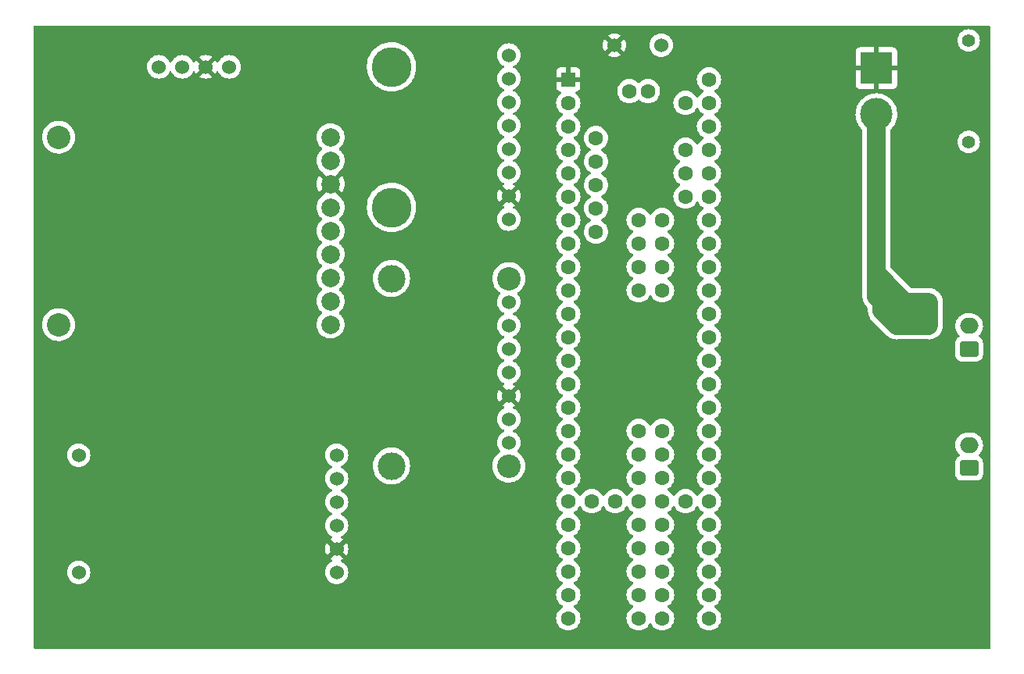
<source format=gbr>
%TF.GenerationSoftware,KiCad,Pcbnew,(6.0.5)*%
%TF.CreationDate,2023-01-08T16:18:02-05:00*%
%TF.ProjectId,GHOUL2,47484f55-4c32-42e6-9b69-6361645f7063,rev?*%
%TF.SameCoordinates,Original*%
%TF.FileFunction,Copper,L2,Bot*%
%TF.FilePolarity,Positive*%
%FSLAX46Y46*%
G04 Gerber Fmt 4.6, Leading zero omitted, Abs format (unit mm)*
G04 Created by KiCad (PCBNEW (6.0.5)) date 2023-01-08 16:18:02*
%MOMM*%
%LPD*%
G01*
G04 APERTURE LIST*
G04 Aperture macros list*
%AMRoundRect*
0 Rectangle with rounded corners*
0 $1 Rounding radius*
0 $2 $3 $4 $5 $6 $7 $8 $9 X,Y pos of 4 corners*
0 Add a 4 corners polygon primitive as box body*
4,1,4,$2,$3,$4,$5,$6,$7,$8,$9,$2,$3,0*
0 Add four circle primitives for the rounded corners*
1,1,$1+$1,$2,$3*
1,1,$1+$1,$4,$5*
1,1,$1+$1,$6,$7*
1,1,$1+$1,$8,$9*
0 Add four rect primitives between the rounded corners*
20,1,$1+$1,$2,$3,$4,$5,0*
20,1,$1+$1,$4,$5,$6,$7,0*
20,1,$1+$1,$6,$7,$8,$9,0*
20,1,$1+$1,$8,$9,$2,$3,0*%
G04 Aperture macros list end*
%TA.AperFunction,ComponentPad*%
%ADD10C,1.524000*%
%TD*%
%TA.AperFunction,ComponentPad*%
%ADD11C,4.318000*%
%TD*%
%TA.AperFunction,ComponentPad*%
%ADD12R,1.600000X1.600000*%
%TD*%
%TA.AperFunction,ComponentPad*%
%ADD13C,1.600000*%
%TD*%
%TA.AperFunction,ComponentPad*%
%ADD14C,2.540000*%
%TD*%
%TA.AperFunction,ComponentPad*%
%ADD15C,2.550000*%
%TD*%
%TA.AperFunction,ComponentPad*%
%ADD16C,3.000000*%
%TD*%
%TA.AperFunction,ComponentPad*%
%ADD17RoundRect,0.250000X0.750000X-0.600000X0.750000X0.600000X-0.750000X0.600000X-0.750000X-0.600000X0*%
%TD*%
%TA.AperFunction,ComponentPad*%
%ADD18O,2.000000X1.700000*%
%TD*%
%TA.AperFunction,ComponentPad*%
%ADD19C,2.000000*%
%TD*%
%TA.AperFunction,ComponentPad*%
%ADD20C,3.500000*%
%TD*%
%TA.AperFunction,ComponentPad*%
%ADD21R,3.500000X3.500000*%
%TD*%
%TA.AperFunction,ComponentPad*%
%ADD22C,1.400000*%
%TD*%
%TA.AperFunction,ViaPad*%
%ADD23C,0.800000*%
%TD*%
%TA.AperFunction,Conductor*%
%ADD24C,2.000000*%
%TD*%
G04 APERTURE END LIST*
D10*
%TO.P,U10,1,VIN*%
%TO.N,3v3 pwr*%
X145955000Y-90075000D03*
%TO.P,U10,2,GND*%
%TO.N,GND*%
X145955000Y-87535000D03*
%TO.P,U10,3,3VO*%
%TO.N,unconnected-(U10-Pad3)*%
X145955000Y-84995000D03*
%TO.P,U10,4,I1*%
%TO.N,unconnected-(U10-Pad4)*%
X145955000Y-82455000D03*
%TO.P,U10,5,I2*%
%TO.N,unconnected-(U10-Pad5)*%
X145955000Y-79915000D03*
%TO.P,U10,6,SCL*%
%TO.N,SCL*%
X145955000Y-77375000D03*
%TO.P,U10,7,SDA*%
%TO.N,SDA*%
X145955000Y-74835000D03*
%TO.P,U10,8,A*%
%TO.N,unconnected-(U10-Pad8)*%
X145955000Y-72295000D03*
D11*
%TO.P,U10,9*%
%TO.N,N/C*%
X133255000Y-88805000D03*
%TO.P,U10,10*%
X133255000Y-73565000D03*
%TD*%
D12*
%TO.P,U1,1,GND*%
%TO.N,GND*%
X152400000Y-74930000D03*
D13*
%TO.P,U1,2,0_RX1_MOSI1_Touch*%
%TO.N,unconnected-(U1-Pad2)*%
X152400000Y-77470000D03*
%TO.P,U1,3,1_TX1_MISO1_Touch*%
%TO.N,unconnected-(U1-Pad3)*%
X152400000Y-80010000D03*
%TO.P,U1,4,2_PWM*%
%TO.N,Servo PWM*%
X152400000Y-82550000D03*
%TO.P,U1,5,3_PWM_CAN0TX_SCL2*%
%TO.N,unconnected-(U1-Pad5)*%
X152400000Y-85090000D03*
%TO.P,U1,6,4_PWM_CAN0RX_SDA2*%
%TO.N,unconnected-(U1-Pad6)*%
X152400000Y-87630000D03*
%TO.P,U1,7,5_PWM_TX1_MISO1*%
%TO.N,unconnected-(U1-Pad7)*%
X152400000Y-90170000D03*
%TO.P,U1,8,6_PWM*%
%TO.N,unconnected-(U1-Pad8)*%
X152400000Y-92710000D03*
%TO.P,U1,9,7_RX3_MOSI0_SCL0*%
%TO.N,SCL*%
X152400000Y-95250000D03*
%TO.P,U1,10,8_TX3_MISO0_SDA0*%
%TO.N,SDA*%
X152400000Y-97790000D03*
%TO.P,U1,11,9_PWM_RX2_CS0*%
%TO.N,Net-(U1-Pad11)*%
X152400000Y-100330000D03*
%TO.P,U1,12,10_PWM_TX2_CS0*%
%TO.N,Net-(U1-Pad12)*%
X152400000Y-102870000D03*
%TO.P,U1,13,11_MOSI0*%
%TO.N,unconnected-(U1-Pad13)*%
X152400000Y-105410000D03*
%TO.P,U1,14,12_MISO0*%
%TO.N,unconnected-(U1-Pad14)*%
X152400000Y-107950000D03*
%TO.P,U1,15,3.3V*%
%TO.N,3v3 pwr*%
X152400000Y-110490000D03*
%TO.P,U1,16,24*%
%TO.N,unconnected-(U1-Pad16)*%
X152400000Y-113030000D03*
%TO.P,U1,17,25*%
%TO.N,unconnected-(U1-Pad17)*%
X152400000Y-115570000D03*
%TO.P,U1,18,26_TX1_SCL2*%
%TO.N,Xbee DIn*%
X152400000Y-118110000D03*
%TO.P,U1,19,27_RX1_SCK0*%
%TO.N,Xbee DOut*%
X152400000Y-120650000D03*
%TO.P,U1,20,28_MOSI0*%
%TO.N,unconnected-(U1-Pad20)*%
X152400000Y-123190000D03*
%TO.P,U1,21,29_PWM_CAN0TX_Touch*%
%TO.N,unconnected-(U1-Pad21)*%
X152400000Y-125730000D03*
%TO.P,U1,22,30_PWM_CAN0RX_Touch*%
%TO.N,unconnected-(U1-Pad22)*%
X152400000Y-128270000D03*
%TO.P,U1,23,31_A12_RX4_CS1*%
%TO.N,unconnected-(U1-Pad23)*%
X152400000Y-130810000D03*
%TO.P,U1,24,32_A13_TX4_SCK1*%
%TO.N,unconnected-(U1-Pad24)*%
X152400000Y-133350000D03*
%TO.P,U1,25,VBat*%
%TO.N,Net-(U1-Pad25)*%
X154940000Y-120650000D03*
%TO.P,U1,26,3.3V*%
%TO.N,unconnected-(U1-Pad26)*%
X157480000Y-120650000D03*
%TO.P,U1,27,GND*%
%TO.N,unconnected-(U1-Pad27)*%
X160020000Y-120650000D03*
%TO.P,U1,28,Program*%
%TO.N,unconnected-(U1-Pad28)*%
X162560000Y-120650000D03*
%TO.P,U1,29,Reset*%
%TO.N,unconnected-(U1-Pad29)*%
X165100000Y-120650000D03*
%TO.P,U1,30,33_A14_TX5_CAN1TX_SCL0*%
%TO.N,unconnected-(U1-Pad30)*%
X167640000Y-133350000D03*
%TO.P,U1,31,34_A15_RX5_CAN1RX_SDA0*%
%TO.N,unconnected-(U1-Pad31)*%
X167640000Y-130810000D03*
%TO.P,U1,32,35_A16_PWM*%
%TO.N,Nic2*%
X167640000Y-128270000D03*
%TO.P,U1,33,36_A17_PWM*%
%TO.N,Nic1*%
X167640000Y-125730000D03*
%TO.P,U1,34,37_A18_PWM_SCL1*%
%TO.N,unconnected-(U1-Pad34)*%
X167640000Y-123190000D03*
%TO.P,U1,35,38_A19_PWM_SDA1*%
%TO.N,unconnected-(U1-Pad35)*%
X167640000Y-120650000D03*
%TO.P,U1,36,39_A20*%
%TO.N,unconnected-(U1-Pad36)*%
X167640000Y-118110000D03*
%TO.P,U1,37,A21_DAC0*%
%TO.N,unconnected-(U1-Pad37)*%
X167640000Y-115570000D03*
%TO.P,U1,38,A22_DAC1*%
%TO.N,unconnected-(U1-Pad38)*%
X167640000Y-113030000D03*
%TO.P,U1,39,GND*%
%TO.N,unconnected-(U1-Pad39)*%
X167640000Y-110490000D03*
%TO.P,U1,40,13_SCK0_LED*%
%TO.N,unconnected-(U1-Pad40)*%
X167640000Y-107950000D03*
%TO.P,U1,41,14_A0_PWM_SCK0*%
%TO.N,unconnected-(U1-Pad41)*%
X167640000Y-105410000D03*
%TO.P,U1,42,15_A1_CS0_Touch*%
%TO.N,unconnected-(U1-Pad42)*%
X167640000Y-102870000D03*
%TO.P,U1,43,16_A2_SCL0_Touch*%
%TO.N,unconnected-(U1-Pad43)*%
X167640000Y-100330000D03*
%TO.P,U1,44,17_A3_SDA0_Touch*%
%TO.N,unconnected-(U1-Pad44)*%
X167640000Y-97790000D03*
%TO.P,U1,45,18_A4_SDA0_Touch*%
%TO.N,unconnected-(U1-Pad45)*%
X167640000Y-95250000D03*
%TO.P,U1,46,19_A5_SCL0_Touch*%
%TO.N,unconnected-(U1-Pad46)*%
X167640000Y-92710000D03*
%TO.P,U1,47,20_A6_PWM_CS0_SCK1*%
%TO.N,unconnected-(U1-Pad47)*%
X167640000Y-90170000D03*
%TO.P,U1,48,21_A7_PWM_CS0_MOSI1*%
%TO.N,unconnected-(U1-Pad48)*%
X167640000Y-87630000D03*
%TO.P,U1,49,22_A8_PWM_Touch*%
%TO.N,unconnected-(U1-Pad49)*%
X167640000Y-85090000D03*
%TO.P,U1,50,23_A9_PWM_Touch*%
%TO.N,Feedback*%
X167640000Y-82550000D03*
%TO.P,U1,51,3.3V*%
%TO.N,unconnected-(U1-Pad51)*%
X167640000Y-80010000D03*
%TO.P,U1,52,AGND*%
%TO.N,unconnected-(U1-Pad52)*%
X167640000Y-77470000D03*
%TO.P,U1,53,Vin*%
%TO.N,5v pwr*%
X167640000Y-74930000D03*
%TO.P,U1,54,VUSB*%
%TO.N,unconnected-(U1-Pad54)*%
X165100000Y-77470000D03*
%TO.P,U1,55,AREF*%
%TO.N,unconnected-(U1-Pad55)*%
X165100000Y-82550000D03*
%TO.P,U1,56,A10*%
%TO.N,unconnected-(U1-Pad56)*%
X165100000Y-85090000D03*
%TO.P,U1,57,A11*%
%TO.N,unconnected-(U1-Pad57)*%
X165100000Y-87630000D03*
%TO.P,U1,58,not_used*%
%TO.N,unconnected-(U1-Pad58)*%
X155400000Y-81280000D03*
%TO.P,U1,59,A26*%
%TO.N,unconnected-(U1-Pad59)*%
X155400000Y-83820000D03*
%TO.P,U1,60,A25*%
%TO.N,unconnected-(U1-Pad60)*%
X155400000Y-86360000D03*
%TO.P,U1,61,GND*%
%TO.N,unconnected-(U1-Pad61)*%
X155400000Y-88900000D03*
%TO.P,U1,62,GND*%
%TO.N,unconnected-(U1-Pad62)*%
X155400000Y-91440000D03*
%TO.P,U1,63,G*%
%TO.N,unconnected-(U1-Pad63)*%
X160020000Y-90170000D03*
%TO.P,U1,64,Debug_DE*%
%TO.N,unconnected-(U1-Pad64)*%
X160020000Y-92710000D03*
%TO.P,U1,65,Debug_DC*%
%TO.N,unconnected-(U1-Pad65)*%
X160020000Y-95250000D03*
%TO.P,U1,66,Debug_DD*%
%TO.N,unconnected-(U1-Pad66)*%
X160020000Y-97790000D03*
%TO.P,U1,67,40*%
%TO.N,unconnected-(U1-Pad67)*%
X160020000Y-113030000D03*
%TO.P,U1,68,41*%
%TO.N,unconnected-(U1-Pad68)*%
X160020000Y-115570000D03*
%TO.P,U1,69,42*%
%TO.N,unconnected-(U1-Pad69)*%
X160020000Y-118110000D03*
%TO.P,U1,70,43_CS2*%
%TO.N,unconnected-(U1-Pad70)*%
X160020000Y-123190000D03*
%TO.P,U1,71,44_MOSI2*%
%TO.N,unconnected-(U1-Pad71)*%
X160020000Y-125730000D03*
%TO.P,U1,72,45_MISO2*%
%TO.N,unconnected-(U1-Pad72)*%
X160020000Y-128270000D03*
%TO.P,U1,73,46_SCK2*%
%TO.N,unconnected-(U1-Pad73)*%
X160020000Y-130810000D03*
%TO.P,U1,74,GND*%
%TO.N,unconnected-(U1-Pad74)*%
X160020000Y-133350000D03*
%TO.P,U1,75,3.3V*%
%TO.N,unconnected-(U1-Pad75)*%
X162560000Y-133350000D03*
%TO.P,U1,76,47_RX6_SCL0*%
%TO.N,unconnected-(U1-Pad76)*%
X162560000Y-130810000D03*
%TO.P,U1,77,48_TX6_SDA0*%
%TO.N,unconnected-(U1-Pad77)*%
X162560000Y-128270000D03*
%TO.P,U1,78,49_A23*%
%TO.N,unconnected-(U1-Pad78)*%
X162560000Y-125730000D03*
%TO.P,U1,79,50_A24*%
%TO.N,unconnected-(U1-Pad79)*%
X162560000Y-123190000D03*
%TO.P,U1,80,51_MISO2*%
%TO.N,unconnected-(U1-Pad80)*%
X162560000Y-118110000D03*
%TO.P,U1,81,52_MOSI2*%
%TO.N,unconnected-(U1-Pad81)*%
X162560000Y-115570000D03*
%TO.P,U1,82,53_SCK2*%
%TO.N,unconnected-(U1-Pad82)*%
X162560000Y-113030000D03*
%TO.P,U1,83,54_CS2*%
%TO.N,unconnected-(U1-Pad83)*%
X162560000Y-97790000D03*
%TO.P,U1,84,55*%
%TO.N,unconnected-(U1-Pad84)*%
X162560000Y-95250000D03*
%TO.P,U1,85,56*%
%TO.N,unconnected-(U1-Pad85)*%
X162560000Y-92710000D03*
%TO.P,U1,86,57*%
%TO.N,unconnected-(U1-Pad86)*%
X162560000Y-90170000D03*
%TO.P,U1,87,D-*%
%TO.N,unconnected-(U1-Pad87)*%
X161030000Y-76200000D03*
%TO.P,U1,88,D+*%
%TO.N,unconnected-(U1-Pad88)*%
X159010000Y-76200000D03*
%TD*%
D14*
%TO.P,U3,11*%
%TO.N,N/C*%
X145955000Y-96520000D03*
D15*
%TO.P,U3,10*%
X145955000Y-116840000D03*
D16*
%TO.P,U3,9*%
X133255000Y-116840000D03*
%TO.P,U3,8*%
X133255000Y-96520000D03*
D10*
%TO.P,U3,7,CS*%
%TO.N,unconnected-(U3-Pad7)*%
X145955000Y-99060000D03*
%TO.P,U3,6,SDI*%
%TO.N,unconnected-(U3-Pad6)*%
X145955000Y-101600000D03*
%TO.P,U3,5,SDO*%
%TO.N,SDA*%
X145955000Y-104140000D03*
%TO.P,U3,4,SCK*%
%TO.N,SCL*%
X145955000Y-106680000D03*
%TO.P,U3,3,GND*%
%TO.N,GND*%
X145955000Y-109220000D03*
%TO.P,U3,2,3Vo*%
%TO.N,unconnected-(U3-Pad2)*%
X145955000Y-111760000D03*
%TO.P,U3,1,Vin*%
%TO.N,5v pwr*%
X145955000Y-114300000D03*
%TD*%
%TO.P,C1,1*%
%TO.N,5v pwr*%
X162465000Y-71215000D03*
%TO.P,C1,2*%
%TO.N,GND*%
X157385000Y-71215000D03*
%TD*%
%TO.P,U4,1,PWM*%
%TO.N,Servo PWM*%
X108045000Y-73565000D03*
%TO.P,U4,2,+*%
%TO.N,5v pwr*%
X110585000Y-73565000D03*
%TO.P,U4,3,-*%
%TO.N,GND*%
X113125000Y-73565000D03*
%TO.P,U4,4,FEEBACK*%
%TO.N,Feedback*%
X115665000Y-73565000D03*
%TD*%
D17*
%TO.P,U6,1,In*%
%TO.N,Net-(R1-Pad1)*%
X195810000Y-104140000D03*
D18*
%TO.P,U6,2,Out*%
%TO.N,Net-(Q2-Pad2)*%
X195810000Y-101640000D03*
%TD*%
D10*
%TO.P,U8,1,Ground*%
%TO.N,GND*%
X127310000Y-125825000D03*
%TO.P,U8,2,5V*%
%TO.N,5v pwr*%
X127310000Y-123285000D03*
%TO.P,U8,3,Dout*%
%TO.N,Xbee DOut*%
X127310000Y-120745000D03*
%TO.P,U8,4,Din*%
%TO.N,Xbee DIn*%
X127310000Y-118205000D03*
%TO.P,U8,5*%
%TO.N,N/C*%
X127310000Y-128365000D03*
%TO.P,U8,6*%
X127310000Y-115665000D03*
%TO.P,U8,19*%
X99370000Y-115665000D03*
%TO.P,U8,32*%
X99370000Y-128365000D03*
%TD*%
D14*
%TO.P,U7,11*%
%TO.N,N/C*%
X97187000Y-81185000D03*
%TO.P,U7,10*%
X97187000Y-101505000D03*
D19*
%TO.P,U7,9,PPS*%
%TO.N,unconnected-(U7-Pad9)*%
X126651000Y-81185000D03*
%TO.P,U7,8,VIN*%
%TO.N,5v pwr*%
X126651000Y-83725000D03*
%TO.P,U7,7,GND*%
%TO.N,GND*%
X126651000Y-86265000D03*
%TO.P,U7,6,RX*%
%TO.N,Net-(U1-Pad12)*%
X126651000Y-88805000D03*
%TO.P,U7,5,TX*%
%TO.N,Net-(U1-Pad11)*%
X126651000Y-91345000D03*
%TO.P,U7,4,FIX*%
%TO.N,unconnected-(U7-Pad4)*%
X126651000Y-93885000D03*
%TO.P,U7,3,VBAT*%
%TO.N,unconnected-(U7-Pad3)*%
X126651000Y-96425000D03*
%TO.P,U7,2,EN*%
%TO.N,unconnected-(U7-Pad2)*%
X126651000Y-98965000D03*
%TO.P,U7,1,3.3V*%
%TO.N,unconnected-(U7-Pad1)*%
X126651000Y-101505000D03*
%TD*%
D18*
%TO.P,U9,1,In*%
%TO.N,Net-(R1-Pad1)*%
X195810000Y-114575000D03*
D17*
%TO.P,U9,2,Out*%
%TO.N,Net-(Q1-Pad2)*%
X195810000Y-117075000D03*
%TD*%
D20*
%TO.P,J1,2,Pin_2*%
%TO.N,Vin*%
X185775000Y-78700000D03*
D21*
%TO.P,J1,1,Pin_1*%
%TO.N,GND*%
X185775000Y-73700000D03*
D22*
%TO.P,J1,*%
%TO.N,*%
X195775000Y-81700000D03*
X195775000Y-70700000D03*
%TD*%
D23*
%TO.N,Vin*%
X186370000Y-100905000D03*
X187960000Y-101600000D03*
X190500000Y-101600000D03*
X190500000Y-99060000D03*
X187960000Y-99060000D03*
X187165000Y-97315000D03*
X185895000Y-98585000D03*
X185775000Y-96520000D03*
%TO.N,GND*%
X177800000Y-88900000D03*
X175260000Y-88900000D03*
X172720000Y-88900000D03*
X180340000Y-93980000D03*
X180340000Y-96520000D03*
X177800000Y-96520000D03*
X175260000Y-96520000D03*
X175260000Y-93980000D03*
X177800000Y-93980000D03*
X180340000Y-134620000D03*
X177800000Y-134620000D03*
X175260000Y-134620000D03*
X175260000Y-132080000D03*
X177800000Y-132080000D03*
X180340000Y-132080000D03*
%TD*%
D24*
%TO.N,Vin*%
X186015000Y-96165000D02*
X186965000Y-97115000D01*
X185775000Y-96165000D02*
X186015000Y-96165000D01*
X185775000Y-96165000D02*
X185775000Y-97115000D01*
X186370000Y-99060000D02*
X188910000Y-99060000D01*
X187320000Y-99060000D02*
X188910000Y-100650000D01*
X186370000Y-99060000D02*
X187320000Y-99060000D01*
X188910000Y-99060000D02*
X188910000Y-100650000D01*
X185775000Y-78700000D02*
X185775000Y-96165000D01*
X187960000Y-101600000D02*
X191450000Y-101600000D01*
X188910000Y-99060000D02*
X191450000Y-99060000D01*
X185775000Y-97115000D02*
X185775000Y-98465000D01*
X188910000Y-100650000D02*
X187960000Y-101600000D01*
X185775000Y-97115000D02*
X186965000Y-97115000D01*
X186370000Y-99060000D02*
X186370000Y-100010000D01*
X186370000Y-100010000D02*
X187960000Y-101600000D01*
X191450000Y-99060000D02*
X191450000Y-101600000D01*
X186965000Y-97115000D02*
X191450000Y-101600000D01*
X185775000Y-98465000D02*
X186370000Y-99060000D01*
%TD*%
%TA.AperFunction,Conductor*%
%TO.N,GND*%
G36*
X198062121Y-69108502D02*
G01*
X198108614Y-69162158D01*
X198120000Y-69214500D01*
X198120000Y-136525500D01*
X198099998Y-136593621D01*
X198046342Y-136640114D01*
X197994000Y-136651500D01*
X94614500Y-136651500D01*
X94546379Y-136631498D01*
X94499886Y-136577842D01*
X94488500Y-136525500D01*
X94488500Y-133350000D01*
X151086502Y-133350000D01*
X151106457Y-133578087D01*
X151165716Y-133799243D01*
X151168039Y-133804224D01*
X151168039Y-133804225D01*
X151260151Y-134001762D01*
X151260154Y-134001767D01*
X151262477Y-134006749D01*
X151393802Y-134194300D01*
X151555700Y-134356198D01*
X151560208Y-134359355D01*
X151560211Y-134359357D01*
X151638389Y-134414098D01*
X151743251Y-134487523D01*
X151748233Y-134489846D01*
X151748238Y-134489849D01*
X151945775Y-134581961D01*
X151950757Y-134584284D01*
X151956065Y-134585706D01*
X151956067Y-134585707D01*
X152166598Y-134642119D01*
X152166600Y-134642119D01*
X152171913Y-134643543D01*
X152400000Y-134663498D01*
X152628087Y-134643543D01*
X152633400Y-134642119D01*
X152633402Y-134642119D01*
X152843933Y-134585707D01*
X152843935Y-134585706D01*
X152849243Y-134584284D01*
X152854225Y-134581961D01*
X153051762Y-134489849D01*
X153051767Y-134489846D01*
X153056749Y-134487523D01*
X153161611Y-134414098D01*
X153239789Y-134359357D01*
X153239792Y-134359355D01*
X153244300Y-134356198D01*
X153406198Y-134194300D01*
X153537523Y-134006749D01*
X153539846Y-134001767D01*
X153539849Y-134001762D01*
X153631961Y-133804225D01*
X153631961Y-133804224D01*
X153634284Y-133799243D01*
X153693543Y-133578087D01*
X153713498Y-133350000D01*
X153693543Y-133121913D01*
X153634284Y-132900757D01*
X153555805Y-132732457D01*
X153539849Y-132698238D01*
X153539846Y-132698233D01*
X153537523Y-132693251D01*
X153406198Y-132505700D01*
X153244300Y-132343802D01*
X153239792Y-132340645D01*
X153239789Y-132340643D01*
X153161611Y-132285902D01*
X153056749Y-132212477D01*
X153051767Y-132210154D01*
X153051762Y-132210151D01*
X153017543Y-132194195D01*
X152964258Y-132147278D01*
X152944797Y-132079001D01*
X152965339Y-132011041D01*
X153017543Y-131965805D01*
X153051762Y-131949849D01*
X153051767Y-131949846D01*
X153056749Y-131947523D01*
X153161611Y-131874098D01*
X153239789Y-131819357D01*
X153239792Y-131819355D01*
X153244300Y-131816198D01*
X153406198Y-131654300D01*
X153537523Y-131466749D01*
X153539846Y-131461767D01*
X153539849Y-131461762D01*
X153631961Y-131264225D01*
X153631961Y-131264224D01*
X153634284Y-131259243D01*
X153693543Y-131038087D01*
X153713498Y-130810000D01*
X153693543Y-130581913D01*
X153634284Y-130360757D01*
X153555805Y-130192457D01*
X153539849Y-130158238D01*
X153539846Y-130158233D01*
X153537523Y-130153251D01*
X153406198Y-129965700D01*
X153244300Y-129803802D01*
X153239792Y-129800645D01*
X153239789Y-129800643D01*
X153161611Y-129745902D01*
X153056749Y-129672477D01*
X153051767Y-129670154D01*
X153051762Y-129670151D01*
X153017543Y-129654195D01*
X152964258Y-129607278D01*
X152944797Y-129539001D01*
X152965339Y-129471041D01*
X153017543Y-129425805D01*
X153051762Y-129409849D01*
X153051767Y-129409846D01*
X153056749Y-129407523D01*
X153161611Y-129334098D01*
X153239789Y-129279357D01*
X153239792Y-129279355D01*
X153244300Y-129276198D01*
X153406198Y-129114300D01*
X153537523Y-128926749D01*
X153539846Y-128921767D01*
X153539849Y-128921762D01*
X153631961Y-128724225D01*
X153631961Y-128724224D01*
X153634284Y-128719243D01*
X153693543Y-128498087D01*
X153713498Y-128270000D01*
X153693543Y-128041913D01*
X153663235Y-127928804D01*
X153635707Y-127826067D01*
X153635706Y-127826065D01*
X153634284Y-127820757D01*
X153631961Y-127815775D01*
X153539849Y-127618238D01*
X153539846Y-127618233D01*
X153537523Y-127613251D01*
X153406198Y-127425700D01*
X153244300Y-127263802D01*
X153239792Y-127260645D01*
X153239789Y-127260643D01*
X153103392Y-127165137D01*
X153056749Y-127132477D01*
X153051767Y-127130154D01*
X153051762Y-127130151D01*
X153017543Y-127114195D01*
X152964258Y-127067278D01*
X152944797Y-126999001D01*
X152965339Y-126931041D01*
X153017543Y-126885805D01*
X153051762Y-126869849D01*
X153051767Y-126869846D01*
X153056749Y-126867523D01*
X153161611Y-126794098D01*
X153239789Y-126739357D01*
X153239792Y-126739355D01*
X153244300Y-126736198D01*
X153406198Y-126574300D01*
X153444764Y-126519223D01*
X153534366Y-126391257D01*
X153537523Y-126386749D01*
X153539846Y-126381767D01*
X153539849Y-126381762D01*
X153631961Y-126184225D01*
X153631961Y-126184224D01*
X153634284Y-126179243D01*
X153693543Y-125958087D01*
X153713498Y-125730000D01*
X153693543Y-125501913D01*
X153634284Y-125280757D01*
X153568292Y-125139235D01*
X153539849Y-125078238D01*
X153539846Y-125078233D01*
X153537523Y-125073251D01*
X153406198Y-124885700D01*
X153244300Y-124723802D01*
X153239792Y-124720645D01*
X153239789Y-124720643D01*
X153099703Y-124622554D01*
X153056749Y-124592477D01*
X153051767Y-124590154D01*
X153051762Y-124590151D01*
X153017543Y-124574195D01*
X152964258Y-124527278D01*
X152944797Y-124459001D01*
X152965339Y-124391041D01*
X153017543Y-124345805D01*
X153051762Y-124329849D01*
X153051767Y-124329846D01*
X153056749Y-124327523D01*
X153161611Y-124254098D01*
X153239789Y-124199357D01*
X153239792Y-124199355D01*
X153244300Y-124196198D01*
X153406198Y-124034300D01*
X153537523Y-123846749D01*
X153539846Y-123841767D01*
X153539849Y-123841762D01*
X153631961Y-123644225D01*
X153631961Y-123644224D01*
X153634284Y-123639243D01*
X153693543Y-123418087D01*
X153713498Y-123190000D01*
X153693543Y-122961913D01*
X153663235Y-122848804D01*
X153635707Y-122746067D01*
X153635706Y-122746065D01*
X153634284Y-122740757D01*
X153631961Y-122735775D01*
X153539849Y-122538238D01*
X153539846Y-122538233D01*
X153537523Y-122533251D01*
X153406198Y-122345700D01*
X153244300Y-122183802D01*
X153239792Y-122180645D01*
X153239789Y-122180643D01*
X153105424Y-122086560D01*
X153056749Y-122052477D01*
X153051767Y-122050154D01*
X153051762Y-122050151D01*
X153017543Y-122034195D01*
X152964258Y-121987278D01*
X152944797Y-121919001D01*
X152965339Y-121851041D01*
X153017543Y-121805805D01*
X153051762Y-121789849D01*
X153051767Y-121789846D01*
X153056749Y-121787523D01*
X153161611Y-121714098D01*
X153239789Y-121659357D01*
X153239792Y-121659355D01*
X153244300Y-121656198D01*
X153406198Y-121494300D01*
X153537523Y-121306749D01*
X153539846Y-121301767D01*
X153539849Y-121301762D01*
X153555805Y-121267543D01*
X153602722Y-121214258D01*
X153670999Y-121194797D01*
X153738959Y-121215339D01*
X153784195Y-121267543D01*
X153800151Y-121301762D01*
X153800154Y-121301767D01*
X153802477Y-121306749D01*
X153933802Y-121494300D01*
X154095700Y-121656198D01*
X154100208Y-121659355D01*
X154100211Y-121659357D01*
X154178389Y-121714098D01*
X154283251Y-121787523D01*
X154288233Y-121789846D01*
X154288238Y-121789849D01*
X154485775Y-121881961D01*
X154490757Y-121884284D01*
X154496065Y-121885706D01*
X154496067Y-121885707D01*
X154706598Y-121942119D01*
X154706600Y-121942119D01*
X154711913Y-121943543D01*
X154940000Y-121963498D01*
X155168087Y-121943543D01*
X155173400Y-121942119D01*
X155173402Y-121942119D01*
X155383933Y-121885707D01*
X155383935Y-121885706D01*
X155389243Y-121884284D01*
X155394225Y-121881961D01*
X155591762Y-121789849D01*
X155591767Y-121789846D01*
X155596749Y-121787523D01*
X155701611Y-121714098D01*
X155779789Y-121659357D01*
X155779792Y-121659355D01*
X155784300Y-121656198D01*
X155946198Y-121494300D01*
X156077523Y-121306749D01*
X156079846Y-121301767D01*
X156079849Y-121301762D01*
X156095805Y-121267543D01*
X156142722Y-121214258D01*
X156210999Y-121194797D01*
X156278959Y-121215339D01*
X156324195Y-121267543D01*
X156340151Y-121301762D01*
X156340154Y-121301767D01*
X156342477Y-121306749D01*
X156473802Y-121494300D01*
X156635700Y-121656198D01*
X156640208Y-121659355D01*
X156640211Y-121659357D01*
X156718389Y-121714098D01*
X156823251Y-121787523D01*
X156828233Y-121789846D01*
X156828238Y-121789849D01*
X157025775Y-121881961D01*
X157030757Y-121884284D01*
X157036065Y-121885706D01*
X157036067Y-121885707D01*
X157246598Y-121942119D01*
X157246600Y-121942119D01*
X157251913Y-121943543D01*
X157480000Y-121963498D01*
X157708087Y-121943543D01*
X157713400Y-121942119D01*
X157713402Y-121942119D01*
X157923933Y-121885707D01*
X157923935Y-121885706D01*
X157929243Y-121884284D01*
X157934225Y-121881961D01*
X158131762Y-121789849D01*
X158131767Y-121789846D01*
X158136749Y-121787523D01*
X158241611Y-121714098D01*
X158319789Y-121659357D01*
X158319792Y-121659355D01*
X158324300Y-121656198D01*
X158486198Y-121494300D01*
X158617523Y-121306749D01*
X158619846Y-121301767D01*
X158619849Y-121301762D01*
X158635805Y-121267543D01*
X158682722Y-121214258D01*
X158750999Y-121194797D01*
X158818959Y-121215339D01*
X158864195Y-121267543D01*
X158880151Y-121301762D01*
X158880154Y-121301767D01*
X158882477Y-121306749D01*
X159013802Y-121494300D01*
X159175700Y-121656198D01*
X159180208Y-121659355D01*
X159180211Y-121659357D01*
X159258389Y-121714098D01*
X159363251Y-121787523D01*
X159368233Y-121789846D01*
X159368238Y-121789849D01*
X159402457Y-121805805D01*
X159455742Y-121852722D01*
X159475203Y-121920999D01*
X159454661Y-121988959D01*
X159402457Y-122034195D01*
X159368238Y-122050151D01*
X159368233Y-122050154D01*
X159363251Y-122052477D01*
X159314576Y-122086560D01*
X159180211Y-122180643D01*
X159180208Y-122180645D01*
X159175700Y-122183802D01*
X159013802Y-122345700D01*
X158882477Y-122533251D01*
X158880154Y-122538233D01*
X158880151Y-122538238D01*
X158788039Y-122735775D01*
X158785716Y-122740757D01*
X158784294Y-122746065D01*
X158784293Y-122746067D01*
X158756765Y-122848804D01*
X158726457Y-122961913D01*
X158706502Y-123190000D01*
X158726457Y-123418087D01*
X158785716Y-123639243D01*
X158788039Y-123644224D01*
X158788039Y-123644225D01*
X158880151Y-123841762D01*
X158880154Y-123841767D01*
X158882477Y-123846749D01*
X159013802Y-124034300D01*
X159175700Y-124196198D01*
X159180208Y-124199355D01*
X159180211Y-124199357D01*
X159258389Y-124254098D01*
X159363251Y-124327523D01*
X159368233Y-124329846D01*
X159368238Y-124329849D01*
X159402457Y-124345805D01*
X159455742Y-124392722D01*
X159475203Y-124460999D01*
X159454661Y-124528959D01*
X159402457Y-124574195D01*
X159368238Y-124590151D01*
X159368233Y-124590154D01*
X159363251Y-124592477D01*
X159320297Y-124622554D01*
X159180211Y-124720643D01*
X159180208Y-124720645D01*
X159175700Y-124723802D01*
X159013802Y-124885700D01*
X158882477Y-125073251D01*
X158880154Y-125078233D01*
X158880151Y-125078238D01*
X158851708Y-125139235D01*
X158785716Y-125280757D01*
X158726457Y-125501913D01*
X158706502Y-125730000D01*
X158726457Y-125958087D01*
X158785716Y-126179243D01*
X158788039Y-126184224D01*
X158788039Y-126184225D01*
X158880151Y-126381762D01*
X158880154Y-126381767D01*
X158882477Y-126386749D01*
X158885634Y-126391257D01*
X158975237Y-126519223D01*
X159013802Y-126574300D01*
X159175700Y-126736198D01*
X159180208Y-126739355D01*
X159180211Y-126739357D01*
X159258389Y-126794098D01*
X159363251Y-126867523D01*
X159368233Y-126869846D01*
X159368238Y-126869849D01*
X159402457Y-126885805D01*
X159455742Y-126932722D01*
X159475203Y-127000999D01*
X159454661Y-127068959D01*
X159402457Y-127114195D01*
X159368238Y-127130151D01*
X159368233Y-127130154D01*
X159363251Y-127132477D01*
X159316608Y-127165137D01*
X159180211Y-127260643D01*
X159180208Y-127260645D01*
X159175700Y-127263802D01*
X159013802Y-127425700D01*
X158882477Y-127613251D01*
X158880154Y-127618233D01*
X158880151Y-127618238D01*
X158788039Y-127815775D01*
X158785716Y-127820757D01*
X158784294Y-127826065D01*
X158784293Y-127826067D01*
X158756765Y-127928804D01*
X158726457Y-128041913D01*
X158706502Y-128270000D01*
X158726457Y-128498087D01*
X158785716Y-128719243D01*
X158788039Y-128724224D01*
X158788039Y-128724225D01*
X158880151Y-128921762D01*
X158880154Y-128921767D01*
X158882477Y-128926749D01*
X159013802Y-129114300D01*
X159175700Y-129276198D01*
X159180208Y-129279355D01*
X159180211Y-129279357D01*
X159258389Y-129334098D01*
X159363251Y-129407523D01*
X159368233Y-129409846D01*
X159368238Y-129409849D01*
X159402457Y-129425805D01*
X159455742Y-129472722D01*
X159475203Y-129540999D01*
X159454661Y-129608959D01*
X159402457Y-129654195D01*
X159368238Y-129670151D01*
X159368233Y-129670154D01*
X159363251Y-129672477D01*
X159258389Y-129745902D01*
X159180211Y-129800643D01*
X159180208Y-129800645D01*
X159175700Y-129803802D01*
X159013802Y-129965700D01*
X158882477Y-130153251D01*
X158880154Y-130158233D01*
X158880151Y-130158238D01*
X158864195Y-130192457D01*
X158785716Y-130360757D01*
X158726457Y-130581913D01*
X158706502Y-130810000D01*
X158726457Y-131038087D01*
X158785716Y-131259243D01*
X158788039Y-131264224D01*
X158788039Y-131264225D01*
X158880151Y-131461762D01*
X158880154Y-131461767D01*
X158882477Y-131466749D01*
X159013802Y-131654300D01*
X159175700Y-131816198D01*
X159180208Y-131819355D01*
X159180211Y-131819357D01*
X159258389Y-131874098D01*
X159363251Y-131947523D01*
X159368233Y-131949846D01*
X159368238Y-131949849D01*
X159402457Y-131965805D01*
X159455742Y-132012722D01*
X159475203Y-132080999D01*
X159454661Y-132148959D01*
X159402457Y-132194195D01*
X159368238Y-132210151D01*
X159368233Y-132210154D01*
X159363251Y-132212477D01*
X159258389Y-132285902D01*
X159180211Y-132340643D01*
X159180208Y-132340645D01*
X159175700Y-132343802D01*
X159013802Y-132505700D01*
X158882477Y-132693251D01*
X158880154Y-132698233D01*
X158880151Y-132698238D01*
X158864195Y-132732457D01*
X158785716Y-132900757D01*
X158726457Y-133121913D01*
X158706502Y-133350000D01*
X158726457Y-133578087D01*
X158785716Y-133799243D01*
X158788039Y-133804224D01*
X158788039Y-133804225D01*
X158880151Y-134001762D01*
X158880154Y-134001767D01*
X158882477Y-134006749D01*
X159013802Y-134194300D01*
X159175700Y-134356198D01*
X159180208Y-134359355D01*
X159180211Y-134359357D01*
X159258389Y-134414098D01*
X159363251Y-134487523D01*
X159368233Y-134489846D01*
X159368238Y-134489849D01*
X159565775Y-134581961D01*
X159570757Y-134584284D01*
X159576065Y-134585706D01*
X159576067Y-134585707D01*
X159786598Y-134642119D01*
X159786600Y-134642119D01*
X159791913Y-134643543D01*
X160020000Y-134663498D01*
X160248087Y-134643543D01*
X160253400Y-134642119D01*
X160253402Y-134642119D01*
X160463933Y-134585707D01*
X160463935Y-134585706D01*
X160469243Y-134584284D01*
X160474225Y-134581961D01*
X160671762Y-134489849D01*
X160671767Y-134489846D01*
X160676749Y-134487523D01*
X160781611Y-134414098D01*
X160859789Y-134359357D01*
X160859792Y-134359355D01*
X160864300Y-134356198D01*
X161026198Y-134194300D01*
X161157523Y-134006749D01*
X161159846Y-134001767D01*
X161159849Y-134001762D01*
X161175805Y-133967543D01*
X161222722Y-133914258D01*
X161290999Y-133894797D01*
X161358959Y-133915339D01*
X161404195Y-133967543D01*
X161420151Y-134001762D01*
X161420154Y-134001767D01*
X161422477Y-134006749D01*
X161553802Y-134194300D01*
X161715700Y-134356198D01*
X161720208Y-134359355D01*
X161720211Y-134359357D01*
X161798389Y-134414098D01*
X161903251Y-134487523D01*
X161908233Y-134489846D01*
X161908238Y-134489849D01*
X162105775Y-134581961D01*
X162110757Y-134584284D01*
X162116065Y-134585706D01*
X162116067Y-134585707D01*
X162326598Y-134642119D01*
X162326600Y-134642119D01*
X162331913Y-134643543D01*
X162560000Y-134663498D01*
X162788087Y-134643543D01*
X162793400Y-134642119D01*
X162793402Y-134642119D01*
X163003933Y-134585707D01*
X163003935Y-134585706D01*
X163009243Y-134584284D01*
X163014225Y-134581961D01*
X163211762Y-134489849D01*
X163211767Y-134489846D01*
X163216749Y-134487523D01*
X163321611Y-134414098D01*
X163399789Y-134359357D01*
X163399792Y-134359355D01*
X163404300Y-134356198D01*
X163566198Y-134194300D01*
X163697523Y-134006749D01*
X163699846Y-134001767D01*
X163699849Y-134001762D01*
X163791961Y-133804225D01*
X163791961Y-133804224D01*
X163794284Y-133799243D01*
X163853543Y-133578087D01*
X163873498Y-133350000D01*
X163853543Y-133121913D01*
X163794284Y-132900757D01*
X163715805Y-132732457D01*
X163699849Y-132698238D01*
X163699846Y-132698233D01*
X163697523Y-132693251D01*
X163566198Y-132505700D01*
X163404300Y-132343802D01*
X163399792Y-132340645D01*
X163399789Y-132340643D01*
X163321611Y-132285902D01*
X163216749Y-132212477D01*
X163211767Y-132210154D01*
X163211762Y-132210151D01*
X163177543Y-132194195D01*
X163124258Y-132147278D01*
X163104797Y-132079001D01*
X163125339Y-132011041D01*
X163177543Y-131965805D01*
X163211762Y-131949849D01*
X163211767Y-131949846D01*
X163216749Y-131947523D01*
X163321611Y-131874098D01*
X163399789Y-131819357D01*
X163399792Y-131819355D01*
X163404300Y-131816198D01*
X163566198Y-131654300D01*
X163697523Y-131466749D01*
X163699846Y-131461767D01*
X163699849Y-131461762D01*
X163791961Y-131264225D01*
X163791961Y-131264224D01*
X163794284Y-131259243D01*
X163853543Y-131038087D01*
X163873498Y-130810000D01*
X163853543Y-130581913D01*
X163794284Y-130360757D01*
X163715805Y-130192457D01*
X163699849Y-130158238D01*
X163699846Y-130158233D01*
X163697523Y-130153251D01*
X163566198Y-129965700D01*
X163404300Y-129803802D01*
X163399792Y-129800645D01*
X163399789Y-129800643D01*
X163321611Y-129745902D01*
X163216749Y-129672477D01*
X163211767Y-129670154D01*
X163211762Y-129670151D01*
X163177543Y-129654195D01*
X163124258Y-129607278D01*
X163104797Y-129539001D01*
X163125339Y-129471041D01*
X163177543Y-129425805D01*
X163211762Y-129409849D01*
X163211767Y-129409846D01*
X163216749Y-129407523D01*
X163321611Y-129334098D01*
X163399789Y-129279357D01*
X163399792Y-129279355D01*
X163404300Y-129276198D01*
X163566198Y-129114300D01*
X163697523Y-128926749D01*
X163699846Y-128921767D01*
X163699849Y-128921762D01*
X163791961Y-128724225D01*
X163791961Y-128724224D01*
X163794284Y-128719243D01*
X163853543Y-128498087D01*
X163873498Y-128270000D01*
X163853543Y-128041913D01*
X163823235Y-127928804D01*
X163795707Y-127826067D01*
X163795706Y-127826065D01*
X163794284Y-127820757D01*
X163791961Y-127815775D01*
X163699849Y-127618238D01*
X163699846Y-127618233D01*
X163697523Y-127613251D01*
X163566198Y-127425700D01*
X163404300Y-127263802D01*
X163399792Y-127260645D01*
X163399789Y-127260643D01*
X163263392Y-127165137D01*
X163216749Y-127132477D01*
X163211767Y-127130154D01*
X163211762Y-127130151D01*
X163177543Y-127114195D01*
X163124258Y-127067278D01*
X163104797Y-126999001D01*
X163125339Y-126931041D01*
X163177543Y-126885805D01*
X163211762Y-126869849D01*
X163211767Y-126869846D01*
X163216749Y-126867523D01*
X163321611Y-126794098D01*
X163399789Y-126739357D01*
X163399792Y-126739355D01*
X163404300Y-126736198D01*
X163566198Y-126574300D01*
X163604764Y-126519223D01*
X163694366Y-126391257D01*
X163697523Y-126386749D01*
X163699846Y-126381767D01*
X163699849Y-126381762D01*
X163791961Y-126184225D01*
X163791961Y-126184224D01*
X163794284Y-126179243D01*
X163853543Y-125958087D01*
X163873498Y-125730000D01*
X163853543Y-125501913D01*
X163794284Y-125280757D01*
X163728292Y-125139235D01*
X163699849Y-125078238D01*
X163699846Y-125078233D01*
X163697523Y-125073251D01*
X163566198Y-124885700D01*
X163404300Y-124723802D01*
X163399792Y-124720645D01*
X163399789Y-124720643D01*
X163259703Y-124622554D01*
X163216749Y-124592477D01*
X163211767Y-124590154D01*
X163211762Y-124590151D01*
X163177543Y-124574195D01*
X163124258Y-124527278D01*
X163104797Y-124459001D01*
X163125339Y-124391041D01*
X163177543Y-124345805D01*
X163211762Y-124329849D01*
X163211767Y-124329846D01*
X163216749Y-124327523D01*
X163321611Y-124254098D01*
X163399789Y-124199357D01*
X163399792Y-124199355D01*
X163404300Y-124196198D01*
X163566198Y-124034300D01*
X163697523Y-123846749D01*
X163699846Y-123841767D01*
X163699849Y-123841762D01*
X163791961Y-123644225D01*
X163791961Y-123644224D01*
X163794284Y-123639243D01*
X163853543Y-123418087D01*
X163873498Y-123190000D01*
X163853543Y-122961913D01*
X163823235Y-122848804D01*
X163795707Y-122746067D01*
X163795706Y-122746065D01*
X163794284Y-122740757D01*
X163791961Y-122735775D01*
X163699849Y-122538238D01*
X163699846Y-122538233D01*
X163697523Y-122533251D01*
X163566198Y-122345700D01*
X163404300Y-122183802D01*
X163399792Y-122180645D01*
X163399789Y-122180643D01*
X163265424Y-122086560D01*
X163216749Y-122052477D01*
X163211767Y-122050154D01*
X163211762Y-122050151D01*
X163177543Y-122034195D01*
X163124258Y-121987278D01*
X163104797Y-121919001D01*
X163125339Y-121851041D01*
X163177543Y-121805805D01*
X163211762Y-121789849D01*
X163211767Y-121789846D01*
X163216749Y-121787523D01*
X163321611Y-121714098D01*
X163399789Y-121659357D01*
X163399792Y-121659355D01*
X163404300Y-121656198D01*
X163566198Y-121494300D01*
X163697523Y-121306749D01*
X163699846Y-121301767D01*
X163699849Y-121301762D01*
X163715805Y-121267543D01*
X163762722Y-121214258D01*
X163830999Y-121194797D01*
X163898959Y-121215339D01*
X163944195Y-121267543D01*
X163960151Y-121301762D01*
X163960154Y-121301767D01*
X163962477Y-121306749D01*
X164093802Y-121494300D01*
X164255700Y-121656198D01*
X164260208Y-121659355D01*
X164260211Y-121659357D01*
X164338389Y-121714098D01*
X164443251Y-121787523D01*
X164448233Y-121789846D01*
X164448238Y-121789849D01*
X164645775Y-121881961D01*
X164650757Y-121884284D01*
X164656065Y-121885706D01*
X164656067Y-121885707D01*
X164866598Y-121942119D01*
X164866600Y-121942119D01*
X164871913Y-121943543D01*
X165100000Y-121963498D01*
X165328087Y-121943543D01*
X165333400Y-121942119D01*
X165333402Y-121942119D01*
X165543933Y-121885707D01*
X165543935Y-121885706D01*
X165549243Y-121884284D01*
X165554225Y-121881961D01*
X165751762Y-121789849D01*
X165751767Y-121789846D01*
X165756749Y-121787523D01*
X165861611Y-121714098D01*
X165939789Y-121659357D01*
X165939792Y-121659355D01*
X165944300Y-121656198D01*
X166106198Y-121494300D01*
X166237523Y-121306749D01*
X166239846Y-121301767D01*
X166239849Y-121301762D01*
X166255805Y-121267543D01*
X166302722Y-121214258D01*
X166370999Y-121194797D01*
X166438959Y-121215339D01*
X166484195Y-121267543D01*
X166500151Y-121301762D01*
X166500154Y-121301767D01*
X166502477Y-121306749D01*
X166633802Y-121494300D01*
X166795700Y-121656198D01*
X166800208Y-121659355D01*
X166800211Y-121659357D01*
X166878389Y-121714098D01*
X166983251Y-121787523D01*
X166988233Y-121789846D01*
X166988238Y-121789849D01*
X167022457Y-121805805D01*
X167075742Y-121852722D01*
X167095203Y-121920999D01*
X167074661Y-121988959D01*
X167022457Y-122034195D01*
X166988238Y-122050151D01*
X166988233Y-122050154D01*
X166983251Y-122052477D01*
X166934576Y-122086560D01*
X166800211Y-122180643D01*
X166800208Y-122180645D01*
X166795700Y-122183802D01*
X166633802Y-122345700D01*
X166502477Y-122533251D01*
X166500154Y-122538233D01*
X166500151Y-122538238D01*
X166408039Y-122735775D01*
X166405716Y-122740757D01*
X166404294Y-122746065D01*
X166404293Y-122746067D01*
X166376765Y-122848804D01*
X166346457Y-122961913D01*
X166326502Y-123190000D01*
X166346457Y-123418087D01*
X166405716Y-123639243D01*
X166408039Y-123644224D01*
X166408039Y-123644225D01*
X166500151Y-123841762D01*
X166500154Y-123841767D01*
X166502477Y-123846749D01*
X166633802Y-124034300D01*
X166795700Y-124196198D01*
X166800208Y-124199355D01*
X166800211Y-124199357D01*
X166878389Y-124254098D01*
X166983251Y-124327523D01*
X166988233Y-124329846D01*
X166988238Y-124329849D01*
X167022457Y-124345805D01*
X167075742Y-124392722D01*
X167095203Y-124460999D01*
X167074661Y-124528959D01*
X167022457Y-124574195D01*
X166988238Y-124590151D01*
X166988233Y-124590154D01*
X166983251Y-124592477D01*
X166940297Y-124622554D01*
X166800211Y-124720643D01*
X166800208Y-124720645D01*
X166795700Y-124723802D01*
X166633802Y-124885700D01*
X166502477Y-125073251D01*
X166500154Y-125078233D01*
X166500151Y-125078238D01*
X166471708Y-125139235D01*
X166405716Y-125280757D01*
X166346457Y-125501913D01*
X166326502Y-125730000D01*
X166346457Y-125958087D01*
X166405716Y-126179243D01*
X166408039Y-126184224D01*
X166408039Y-126184225D01*
X166500151Y-126381762D01*
X166500154Y-126381767D01*
X166502477Y-126386749D01*
X166505634Y-126391257D01*
X166595237Y-126519223D01*
X166633802Y-126574300D01*
X166795700Y-126736198D01*
X166800208Y-126739355D01*
X166800211Y-126739357D01*
X166878389Y-126794098D01*
X166983251Y-126867523D01*
X166988233Y-126869846D01*
X166988238Y-126869849D01*
X167022457Y-126885805D01*
X167075742Y-126932722D01*
X167095203Y-127000999D01*
X167074661Y-127068959D01*
X167022457Y-127114195D01*
X166988238Y-127130151D01*
X166988233Y-127130154D01*
X166983251Y-127132477D01*
X166936608Y-127165137D01*
X166800211Y-127260643D01*
X166800208Y-127260645D01*
X166795700Y-127263802D01*
X166633802Y-127425700D01*
X166502477Y-127613251D01*
X166500154Y-127618233D01*
X166500151Y-127618238D01*
X166408039Y-127815775D01*
X166405716Y-127820757D01*
X166404294Y-127826065D01*
X166404293Y-127826067D01*
X166376765Y-127928804D01*
X166346457Y-128041913D01*
X166326502Y-128270000D01*
X166346457Y-128498087D01*
X166405716Y-128719243D01*
X166408039Y-128724224D01*
X166408039Y-128724225D01*
X166500151Y-128921762D01*
X166500154Y-128921767D01*
X166502477Y-128926749D01*
X166633802Y-129114300D01*
X166795700Y-129276198D01*
X166800208Y-129279355D01*
X166800211Y-129279357D01*
X166878389Y-129334098D01*
X166983251Y-129407523D01*
X166988233Y-129409846D01*
X166988238Y-129409849D01*
X167022457Y-129425805D01*
X167075742Y-129472722D01*
X167095203Y-129540999D01*
X167074661Y-129608959D01*
X167022457Y-129654195D01*
X166988238Y-129670151D01*
X166988233Y-129670154D01*
X166983251Y-129672477D01*
X166878389Y-129745902D01*
X166800211Y-129800643D01*
X166800208Y-129800645D01*
X166795700Y-129803802D01*
X166633802Y-129965700D01*
X166502477Y-130153251D01*
X166500154Y-130158233D01*
X166500151Y-130158238D01*
X166484195Y-130192457D01*
X166405716Y-130360757D01*
X166346457Y-130581913D01*
X166326502Y-130810000D01*
X166346457Y-131038087D01*
X166405716Y-131259243D01*
X166408039Y-131264224D01*
X166408039Y-131264225D01*
X166500151Y-131461762D01*
X166500154Y-131461767D01*
X166502477Y-131466749D01*
X166633802Y-131654300D01*
X166795700Y-131816198D01*
X166800208Y-131819355D01*
X166800211Y-131819357D01*
X166878389Y-131874098D01*
X166983251Y-131947523D01*
X166988233Y-131949846D01*
X166988238Y-131949849D01*
X167022457Y-131965805D01*
X167075742Y-132012722D01*
X167095203Y-132080999D01*
X167074661Y-132148959D01*
X167022457Y-132194195D01*
X166988238Y-132210151D01*
X166988233Y-132210154D01*
X166983251Y-132212477D01*
X166878389Y-132285902D01*
X166800211Y-132340643D01*
X166800208Y-132340645D01*
X166795700Y-132343802D01*
X166633802Y-132505700D01*
X166502477Y-132693251D01*
X166500154Y-132698233D01*
X166500151Y-132698238D01*
X166484195Y-132732457D01*
X166405716Y-132900757D01*
X166346457Y-133121913D01*
X166326502Y-133350000D01*
X166346457Y-133578087D01*
X166405716Y-133799243D01*
X166408039Y-133804224D01*
X166408039Y-133804225D01*
X166500151Y-134001762D01*
X166500154Y-134001767D01*
X166502477Y-134006749D01*
X166633802Y-134194300D01*
X166795700Y-134356198D01*
X166800208Y-134359355D01*
X166800211Y-134359357D01*
X166878389Y-134414098D01*
X166983251Y-134487523D01*
X166988233Y-134489846D01*
X166988238Y-134489849D01*
X167185775Y-134581961D01*
X167190757Y-134584284D01*
X167196065Y-134585706D01*
X167196067Y-134585707D01*
X167406598Y-134642119D01*
X167406600Y-134642119D01*
X167411913Y-134643543D01*
X167640000Y-134663498D01*
X167868087Y-134643543D01*
X167873400Y-134642119D01*
X167873402Y-134642119D01*
X168083933Y-134585707D01*
X168083935Y-134585706D01*
X168089243Y-134584284D01*
X168094225Y-134581961D01*
X168291762Y-134489849D01*
X168291767Y-134489846D01*
X168296749Y-134487523D01*
X168401611Y-134414098D01*
X168479789Y-134359357D01*
X168479792Y-134359355D01*
X168484300Y-134356198D01*
X168646198Y-134194300D01*
X168777523Y-134006749D01*
X168779846Y-134001767D01*
X168779849Y-134001762D01*
X168871961Y-133804225D01*
X168871961Y-133804224D01*
X168874284Y-133799243D01*
X168933543Y-133578087D01*
X168953498Y-133350000D01*
X168933543Y-133121913D01*
X168874284Y-132900757D01*
X168795805Y-132732457D01*
X168779849Y-132698238D01*
X168779846Y-132698233D01*
X168777523Y-132693251D01*
X168646198Y-132505700D01*
X168484300Y-132343802D01*
X168479792Y-132340645D01*
X168479789Y-132340643D01*
X168401611Y-132285902D01*
X168296749Y-132212477D01*
X168291767Y-132210154D01*
X168291762Y-132210151D01*
X168257543Y-132194195D01*
X168204258Y-132147278D01*
X168184797Y-132079001D01*
X168205339Y-132011041D01*
X168257543Y-131965805D01*
X168291762Y-131949849D01*
X168291767Y-131949846D01*
X168296749Y-131947523D01*
X168401611Y-131874098D01*
X168479789Y-131819357D01*
X168479792Y-131819355D01*
X168484300Y-131816198D01*
X168646198Y-131654300D01*
X168777523Y-131466749D01*
X168779846Y-131461767D01*
X168779849Y-131461762D01*
X168871961Y-131264225D01*
X168871961Y-131264224D01*
X168874284Y-131259243D01*
X168933543Y-131038087D01*
X168953498Y-130810000D01*
X168933543Y-130581913D01*
X168874284Y-130360757D01*
X168795805Y-130192457D01*
X168779849Y-130158238D01*
X168779846Y-130158233D01*
X168777523Y-130153251D01*
X168646198Y-129965700D01*
X168484300Y-129803802D01*
X168479792Y-129800645D01*
X168479789Y-129800643D01*
X168401611Y-129745902D01*
X168296749Y-129672477D01*
X168291767Y-129670154D01*
X168291762Y-129670151D01*
X168257543Y-129654195D01*
X168204258Y-129607278D01*
X168184797Y-129539001D01*
X168205339Y-129471041D01*
X168257543Y-129425805D01*
X168291762Y-129409849D01*
X168291767Y-129409846D01*
X168296749Y-129407523D01*
X168401611Y-129334098D01*
X168479789Y-129279357D01*
X168479792Y-129279355D01*
X168484300Y-129276198D01*
X168646198Y-129114300D01*
X168777523Y-128926749D01*
X168779846Y-128921767D01*
X168779849Y-128921762D01*
X168871961Y-128724225D01*
X168871961Y-128724224D01*
X168874284Y-128719243D01*
X168933543Y-128498087D01*
X168953498Y-128270000D01*
X168933543Y-128041913D01*
X168903235Y-127928804D01*
X168875707Y-127826067D01*
X168875706Y-127826065D01*
X168874284Y-127820757D01*
X168871961Y-127815775D01*
X168779849Y-127618238D01*
X168779846Y-127618233D01*
X168777523Y-127613251D01*
X168646198Y-127425700D01*
X168484300Y-127263802D01*
X168479792Y-127260645D01*
X168479789Y-127260643D01*
X168343392Y-127165137D01*
X168296749Y-127132477D01*
X168291767Y-127130154D01*
X168291762Y-127130151D01*
X168257543Y-127114195D01*
X168204258Y-127067278D01*
X168184797Y-126999001D01*
X168205339Y-126931041D01*
X168257543Y-126885805D01*
X168291762Y-126869849D01*
X168291767Y-126869846D01*
X168296749Y-126867523D01*
X168401611Y-126794098D01*
X168479789Y-126739357D01*
X168479792Y-126739355D01*
X168484300Y-126736198D01*
X168646198Y-126574300D01*
X168684764Y-126519223D01*
X168774366Y-126391257D01*
X168777523Y-126386749D01*
X168779846Y-126381767D01*
X168779849Y-126381762D01*
X168871961Y-126184225D01*
X168871961Y-126184224D01*
X168874284Y-126179243D01*
X168933543Y-125958087D01*
X168953498Y-125730000D01*
X168933543Y-125501913D01*
X168874284Y-125280757D01*
X168808292Y-125139235D01*
X168779849Y-125078238D01*
X168779846Y-125078233D01*
X168777523Y-125073251D01*
X168646198Y-124885700D01*
X168484300Y-124723802D01*
X168479792Y-124720645D01*
X168479789Y-124720643D01*
X168339703Y-124622554D01*
X168296749Y-124592477D01*
X168291767Y-124590154D01*
X168291762Y-124590151D01*
X168257543Y-124574195D01*
X168204258Y-124527278D01*
X168184797Y-124459001D01*
X168205339Y-124391041D01*
X168257543Y-124345805D01*
X168291762Y-124329849D01*
X168291767Y-124329846D01*
X168296749Y-124327523D01*
X168401611Y-124254098D01*
X168479789Y-124199357D01*
X168479792Y-124199355D01*
X168484300Y-124196198D01*
X168646198Y-124034300D01*
X168777523Y-123846749D01*
X168779846Y-123841767D01*
X168779849Y-123841762D01*
X168871961Y-123644225D01*
X168871961Y-123644224D01*
X168874284Y-123639243D01*
X168933543Y-123418087D01*
X168953498Y-123190000D01*
X168933543Y-122961913D01*
X168903235Y-122848804D01*
X168875707Y-122746067D01*
X168875706Y-122746065D01*
X168874284Y-122740757D01*
X168871961Y-122735775D01*
X168779849Y-122538238D01*
X168779846Y-122538233D01*
X168777523Y-122533251D01*
X168646198Y-122345700D01*
X168484300Y-122183802D01*
X168479792Y-122180645D01*
X168479789Y-122180643D01*
X168345424Y-122086560D01*
X168296749Y-122052477D01*
X168291767Y-122050154D01*
X168291762Y-122050151D01*
X168257543Y-122034195D01*
X168204258Y-121987278D01*
X168184797Y-121919001D01*
X168205339Y-121851041D01*
X168257543Y-121805805D01*
X168291762Y-121789849D01*
X168291767Y-121789846D01*
X168296749Y-121787523D01*
X168401611Y-121714098D01*
X168479789Y-121659357D01*
X168479792Y-121659355D01*
X168484300Y-121656198D01*
X168646198Y-121494300D01*
X168777523Y-121306749D01*
X168779846Y-121301767D01*
X168779849Y-121301762D01*
X168871961Y-121104225D01*
X168871961Y-121104224D01*
X168874284Y-121099243D01*
X168933543Y-120878087D01*
X168953498Y-120650000D01*
X168933543Y-120421913D01*
X168903235Y-120308804D01*
X168875707Y-120206067D01*
X168875706Y-120206065D01*
X168874284Y-120200757D01*
X168871961Y-120195775D01*
X168779849Y-119998238D01*
X168779846Y-119998233D01*
X168777523Y-119993251D01*
X168646198Y-119805700D01*
X168484300Y-119643802D01*
X168479792Y-119640645D01*
X168479789Y-119640643D01*
X168345424Y-119546560D01*
X168296749Y-119512477D01*
X168291767Y-119510154D01*
X168291762Y-119510151D01*
X168257543Y-119494195D01*
X168204258Y-119447278D01*
X168184797Y-119379001D01*
X168205339Y-119311041D01*
X168257543Y-119265805D01*
X168291762Y-119249849D01*
X168291767Y-119249846D01*
X168296749Y-119247523D01*
X168401611Y-119174098D01*
X168479789Y-119119357D01*
X168479792Y-119119355D01*
X168484300Y-119116198D01*
X168646198Y-118954300D01*
X168777523Y-118766749D01*
X168779846Y-118761767D01*
X168779849Y-118761762D01*
X168871961Y-118564225D01*
X168871961Y-118564224D01*
X168874284Y-118559243D01*
X168881836Y-118531061D01*
X168932119Y-118343402D01*
X168932119Y-118343400D01*
X168933543Y-118338087D01*
X168953498Y-118110000D01*
X168933543Y-117881913D01*
X168932119Y-117876598D01*
X168875707Y-117666067D01*
X168875706Y-117666065D01*
X168874284Y-117660757D01*
X168871961Y-117655775D01*
X168779849Y-117458238D01*
X168779846Y-117458233D01*
X168777523Y-117453251D01*
X168646198Y-117265700D01*
X168484300Y-117103802D01*
X168479792Y-117100645D01*
X168479789Y-117100643D01*
X168345424Y-117006560D01*
X168296749Y-116972477D01*
X168291767Y-116970154D01*
X168291762Y-116970151D01*
X168257543Y-116954195D01*
X168204258Y-116907278D01*
X168184797Y-116839001D01*
X168205339Y-116771041D01*
X168257543Y-116725805D01*
X168291762Y-116709849D01*
X168291767Y-116709846D01*
X168296749Y-116707523D01*
X168478449Y-116580295D01*
X168479789Y-116579357D01*
X168479792Y-116579355D01*
X168484300Y-116576198D01*
X168646198Y-116414300D01*
X168777523Y-116226749D01*
X168779846Y-116221767D01*
X168779849Y-116221762D01*
X168871961Y-116024225D01*
X168871961Y-116024224D01*
X168874284Y-116019243D01*
X168878986Y-116001697D01*
X168932119Y-115803402D01*
X168932119Y-115803400D01*
X168933543Y-115798087D01*
X168953498Y-115570000D01*
X168933543Y-115341913D01*
X168921707Y-115297740D01*
X168875707Y-115126067D01*
X168875706Y-115126065D01*
X168874284Y-115120757D01*
X168871961Y-115115775D01*
X168779849Y-114918238D01*
X168779846Y-114918233D01*
X168777523Y-114913251D01*
X168704098Y-114808389D01*
X168649357Y-114730211D01*
X168649355Y-114730208D01*
X168646198Y-114725700D01*
X168484300Y-114563802D01*
X168479792Y-114560645D01*
X168479789Y-114560643D01*
X168408569Y-114510774D01*
X194298102Y-114510774D01*
X194306751Y-114741158D01*
X194354093Y-114966791D01*
X194356051Y-114971750D01*
X194356052Y-114971752D01*
X194416995Y-115126067D01*
X194438776Y-115181221D01*
X194441543Y-115185780D01*
X194441544Y-115185783D01*
X194456408Y-115210278D01*
X194558377Y-115378317D01*
X194561874Y-115382347D01*
X194648438Y-115482103D01*
X194709477Y-115552445D01*
X194745120Y-115581670D01*
X194785114Y-115640329D01*
X194787046Y-115711299D01*
X194750302Y-115772048D01*
X194731532Y-115786248D01*
X194650787Y-115836215D01*
X194585652Y-115876522D01*
X194460695Y-116001697D01*
X194456855Y-116007927D01*
X194456854Y-116007928D01*
X194378317Y-116135339D01*
X194367885Y-116152262D01*
X194365581Y-116159209D01*
X194316500Y-116307185D01*
X194312203Y-116320139D01*
X194301500Y-116424600D01*
X194301500Y-117725400D01*
X194301837Y-117728646D01*
X194301837Y-117728650D01*
X194309729Y-117804707D01*
X194312474Y-117831166D01*
X194314655Y-117837702D01*
X194314655Y-117837704D01*
X194340428Y-117914955D01*
X194368450Y-117998946D01*
X194461522Y-118149348D01*
X194586697Y-118274305D01*
X194592927Y-118278145D01*
X194592928Y-118278146D01*
X194730090Y-118362694D01*
X194737262Y-118367115D01*
X194817005Y-118393564D01*
X194898611Y-118420632D01*
X194898613Y-118420632D01*
X194905139Y-118422797D01*
X194911975Y-118423497D01*
X194911978Y-118423498D01*
X194955031Y-118427909D01*
X195009600Y-118433500D01*
X196610400Y-118433500D01*
X196613646Y-118433163D01*
X196613650Y-118433163D01*
X196709308Y-118423238D01*
X196709312Y-118423237D01*
X196716166Y-118422526D01*
X196722702Y-118420345D01*
X196722704Y-118420345D01*
X196854806Y-118376272D01*
X196883946Y-118366550D01*
X197034348Y-118273478D01*
X197159305Y-118148303D01*
X197166902Y-118135978D01*
X197248275Y-118003968D01*
X197248276Y-118003966D01*
X197252115Y-117997738D01*
X197307797Y-117829861D01*
X197318500Y-117725400D01*
X197318500Y-116424600D01*
X197317836Y-116418197D01*
X197308238Y-116325692D01*
X197308237Y-116325688D01*
X197307526Y-116318834D01*
X197300780Y-116298612D01*
X197253868Y-116158002D01*
X197251550Y-116151054D01*
X197158478Y-116000652D01*
X197033303Y-115875695D01*
X196887660Y-115785919D01*
X196840168Y-115733148D01*
X196828744Y-115663076D01*
X196857018Y-115597952D01*
X196866805Y-115587490D01*
X196977278Y-115482103D01*
X196981135Y-115478424D01*
X197118754Y-115293458D01*
X197127762Y-115275742D01*
X197192726Y-115147966D01*
X197223240Y-115087949D01*
X197232495Y-115058145D01*
X197275937Y-114918238D01*
X197291607Y-114867773D01*
X197296510Y-114830780D01*
X197321198Y-114644511D01*
X197321198Y-114644506D01*
X197321898Y-114639226D01*
X197319067Y-114563802D01*
X197313449Y-114414173D01*
X197313249Y-114408842D01*
X197265907Y-114183209D01*
X197259712Y-114167523D01*
X197183185Y-113973744D01*
X197183184Y-113973742D01*
X197181224Y-113968779D01*
X197126258Y-113878197D01*
X197064390Y-113776243D01*
X197061623Y-113771683D01*
X196991833Y-113691257D01*
X196914023Y-113601588D01*
X196914021Y-113601586D01*
X196910523Y-113597555D01*
X196868970Y-113563484D01*
X196736373Y-113454760D01*
X196736367Y-113454756D01*
X196732245Y-113451376D01*
X196727609Y-113448737D01*
X196727606Y-113448735D01*
X196536529Y-113339968D01*
X196531886Y-113337325D01*
X196315175Y-113258663D01*
X196309926Y-113257714D01*
X196309923Y-113257713D01*
X196092392Y-113218377D01*
X196092385Y-113218376D01*
X196088308Y-113217639D01*
X196070586Y-113216803D01*
X196065644Y-113216570D01*
X196065637Y-113216570D01*
X196064156Y-113216500D01*
X195602110Y-113216500D01*
X195535191Y-113222178D01*
X195435591Y-113230629D01*
X195435587Y-113230630D01*
X195430280Y-113231080D01*
X195425125Y-113232418D01*
X195425119Y-113232419D01*
X195212297Y-113287657D01*
X195212293Y-113287658D01*
X195207128Y-113288999D01*
X195202262Y-113291191D01*
X195202259Y-113291192D01*
X195093980Y-113339968D01*
X194996925Y-113383688D01*
X194805681Y-113512441D01*
X194638865Y-113671576D01*
X194501246Y-113856542D01*
X194498830Y-113861293D01*
X194498828Y-113861297D01*
X194492217Y-113874300D01*
X194396760Y-114062051D01*
X194395178Y-114067145D01*
X194395177Y-114067148D01*
X194344287Y-114231041D01*
X194328393Y-114282227D01*
X194327692Y-114287516D01*
X194304151Y-114465137D01*
X194298102Y-114510774D01*
X168408569Y-114510774D01*
X168343392Y-114465137D01*
X168296749Y-114432477D01*
X168291767Y-114430154D01*
X168291762Y-114430151D01*
X168257543Y-114414195D01*
X168204258Y-114367278D01*
X168184797Y-114299001D01*
X168205339Y-114231041D01*
X168257543Y-114185805D01*
X168291762Y-114169849D01*
X168291767Y-114169846D01*
X168296749Y-114167523D01*
X168454169Y-114057296D01*
X168479789Y-114039357D01*
X168479792Y-114039355D01*
X168484300Y-114036198D01*
X168646198Y-113874300D01*
X168649830Y-113869114D01*
X168774366Y-113691257D01*
X168777523Y-113686749D01*
X168779846Y-113681767D01*
X168779849Y-113681762D01*
X168871961Y-113484225D01*
X168871961Y-113484224D01*
X168874284Y-113479243D01*
X168924673Y-113291192D01*
X168932119Y-113263402D01*
X168932119Y-113263400D01*
X168933543Y-113258087D01*
X168953498Y-113030000D01*
X168933543Y-112801913D01*
X168874284Y-112580757D01*
X168871961Y-112575775D01*
X168779849Y-112378238D01*
X168779846Y-112378233D01*
X168777523Y-112373251D01*
X168657036Y-112201178D01*
X168649357Y-112190211D01*
X168649355Y-112190208D01*
X168646198Y-112185700D01*
X168484300Y-112023802D01*
X168479792Y-112020645D01*
X168479789Y-112020643D01*
X168401611Y-111965902D01*
X168296749Y-111892477D01*
X168291767Y-111890154D01*
X168291762Y-111890151D01*
X168257543Y-111874195D01*
X168204258Y-111827278D01*
X168184797Y-111759001D01*
X168205339Y-111691041D01*
X168257543Y-111645805D01*
X168291762Y-111629849D01*
X168291767Y-111629846D01*
X168296749Y-111627523D01*
X168431422Y-111533224D01*
X168479789Y-111499357D01*
X168479792Y-111499355D01*
X168484300Y-111496198D01*
X168646198Y-111334300D01*
X168649830Y-111329114D01*
X168774366Y-111151257D01*
X168777523Y-111146749D01*
X168779846Y-111141767D01*
X168779849Y-111141762D01*
X168871961Y-110944225D01*
X168871961Y-110944224D01*
X168874284Y-110939243D01*
X168933543Y-110718087D01*
X168953498Y-110490000D01*
X168933543Y-110261913D01*
X168874284Y-110040757D01*
X168815242Y-109914140D01*
X168779849Y-109838238D01*
X168779846Y-109838233D01*
X168777523Y-109833251D01*
X168646198Y-109645700D01*
X168484300Y-109483802D01*
X168479792Y-109480645D01*
X168479789Y-109480643D01*
X168401611Y-109425902D01*
X168296749Y-109352477D01*
X168291767Y-109350154D01*
X168291762Y-109350151D01*
X168257543Y-109334195D01*
X168204258Y-109287278D01*
X168184797Y-109219001D01*
X168205339Y-109151041D01*
X168257543Y-109105805D01*
X168291762Y-109089849D01*
X168291767Y-109089846D01*
X168296749Y-109087523D01*
X168431300Y-108993309D01*
X168479789Y-108959357D01*
X168479792Y-108959355D01*
X168484300Y-108956198D01*
X168646198Y-108794300D01*
X168777523Y-108606749D01*
X168779846Y-108601767D01*
X168779849Y-108601762D01*
X168871961Y-108404225D01*
X168871961Y-108404224D01*
X168874284Y-108399243D01*
X168933543Y-108178087D01*
X168953498Y-107950000D01*
X168933543Y-107721913D01*
X168874284Y-107500757D01*
X168871961Y-107495775D01*
X168779849Y-107298238D01*
X168779846Y-107298233D01*
X168777523Y-107293251D01*
X168657036Y-107121178D01*
X168649357Y-107110211D01*
X168649355Y-107110208D01*
X168646198Y-107105700D01*
X168484300Y-106943802D01*
X168479792Y-106940645D01*
X168479789Y-106940643D01*
X168401611Y-106885902D01*
X168296749Y-106812477D01*
X168291767Y-106810154D01*
X168291762Y-106810151D01*
X168257543Y-106794195D01*
X168204258Y-106747278D01*
X168184797Y-106679001D01*
X168205339Y-106611041D01*
X168257543Y-106565805D01*
X168291762Y-106549849D01*
X168291767Y-106549846D01*
X168296749Y-106547523D01*
X168431422Y-106453224D01*
X168479789Y-106419357D01*
X168479792Y-106419355D01*
X168484300Y-106416198D01*
X168646198Y-106254300D01*
X168649830Y-106249114D01*
X168774366Y-106071257D01*
X168777523Y-106066749D01*
X168779846Y-106061767D01*
X168779849Y-106061762D01*
X168871961Y-105864225D01*
X168871961Y-105864224D01*
X168874284Y-105859243D01*
X168933543Y-105638087D01*
X168953498Y-105410000D01*
X168933543Y-105181913D01*
X168900072Y-105056998D01*
X168875707Y-104966067D01*
X168875706Y-104966065D01*
X168874284Y-104960757D01*
X168871961Y-104955775D01*
X168779849Y-104758238D01*
X168779846Y-104758233D01*
X168777523Y-104753251D01*
X168657036Y-104581178D01*
X168649357Y-104570211D01*
X168649355Y-104570208D01*
X168646198Y-104565700D01*
X168484300Y-104403802D01*
X168479792Y-104400645D01*
X168479789Y-104400643D01*
X168401611Y-104345902D01*
X168296749Y-104272477D01*
X168291767Y-104270154D01*
X168291762Y-104270151D01*
X168257543Y-104254195D01*
X168204258Y-104207278D01*
X168184797Y-104139001D01*
X168205339Y-104071041D01*
X168257543Y-104025805D01*
X168291762Y-104009849D01*
X168291767Y-104009846D01*
X168296749Y-104007523D01*
X168431422Y-103913224D01*
X168479789Y-103879357D01*
X168479792Y-103879355D01*
X168484300Y-103876198D01*
X168646198Y-103714300D01*
X168649830Y-103709114D01*
X168774366Y-103531257D01*
X168777523Y-103526749D01*
X168779846Y-103521767D01*
X168779849Y-103521762D01*
X168871961Y-103324225D01*
X168871961Y-103324224D01*
X168874284Y-103319243D01*
X168882953Y-103286892D01*
X168932119Y-103103402D01*
X168932119Y-103103400D01*
X168933543Y-103098087D01*
X168953498Y-102870000D01*
X168933543Y-102641913D01*
X168930925Y-102632142D01*
X168875707Y-102426067D01*
X168875706Y-102426065D01*
X168874284Y-102420757D01*
X168871771Y-102415368D01*
X168779849Y-102218238D01*
X168779846Y-102218233D01*
X168777523Y-102213251D01*
X168653937Y-102036752D01*
X168649357Y-102030211D01*
X168649355Y-102030208D01*
X168646198Y-102025700D01*
X168484300Y-101863802D01*
X168479792Y-101860645D01*
X168479789Y-101860643D01*
X168364057Y-101779607D01*
X168296749Y-101732477D01*
X168291767Y-101730154D01*
X168291762Y-101730151D01*
X168257543Y-101714195D01*
X168204258Y-101667278D01*
X168184797Y-101599001D01*
X168205339Y-101531041D01*
X168257543Y-101485805D01*
X168291762Y-101469849D01*
X168291767Y-101469846D01*
X168296749Y-101467523D01*
X168431422Y-101373224D01*
X168479789Y-101339357D01*
X168479792Y-101339355D01*
X168484300Y-101336198D01*
X168646198Y-101174300D01*
X168649830Y-101169114D01*
X168740260Y-101039966D01*
X168777523Y-100986749D01*
X168779846Y-100981767D01*
X168779849Y-100981762D01*
X168871961Y-100784225D01*
X168871961Y-100784224D01*
X168874284Y-100779243D01*
X168883533Y-100744728D01*
X168932119Y-100563402D01*
X168932119Y-100563400D01*
X168933543Y-100558087D01*
X168953498Y-100330000D01*
X168933543Y-100101913D01*
X168932119Y-100096598D01*
X168875707Y-99886067D01*
X168875706Y-99886065D01*
X168874284Y-99880757D01*
X168871961Y-99875775D01*
X168779849Y-99678238D01*
X168779846Y-99678233D01*
X168777523Y-99673251D01*
X168657036Y-99501178D01*
X168649357Y-99490211D01*
X168649355Y-99490208D01*
X168646198Y-99485700D01*
X168484300Y-99323802D01*
X168479792Y-99320645D01*
X168479789Y-99320643D01*
X168401611Y-99265902D01*
X168296749Y-99192477D01*
X168291767Y-99190154D01*
X168291762Y-99190151D01*
X168257543Y-99174195D01*
X168204258Y-99127278D01*
X168184797Y-99059001D01*
X168205339Y-98991041D01*
X168257543Y-98945805D01*
X168291762Y-98929849D01*
X168291767Y-98929846D01*
X168296749Y-98927523D01*
X168478826Y-98800031D01*
X168479789Y-98799357D01*
X168479792Y-98799355D01*
X168484300Y-98796198D01*
X168646198Y-98634300D01*
X168649830Y-98629114D01*
X168738683Y-98502218D01*
X168777523Y-98446749D01*
X168779846Y-98441767D01*
X168779849Y-98441762D01*
X168871961Y-98244225D01*
X168871961Y-98244224D01*
X168874284Y-98239243D01*
X168917008Y-98079798D01*
X168932119Y-98023402D01*
X168932119Y-98023400D01*
X168933543Y-98018087D01*
X168953498Y-97790000D01*
X168933543Y-97561913D01*
X168932119Y-97556598D01*
X168875707Y-97346067D01*
X168875706Y-97346065D01*
X168874284Y-97340757D01*
X168860036Y-97310202D01*
X168779849Y-97138238D01*
X168779846Y-97138233D01*
X168777523Y-97133251D01*
X168646198Y-96945700D01*
X168484300Y-96783802D01*
X168479792Y-96780645D01*
X168479789Y-96780643D01*
X168309936Y-96661711D01*
X168296749Y-96652477D01*
X168291767Y-96650154D01*
X168291762Y-96650151D01*
X168257543Y-96634195D01*
X168204258Y-96587278D01*
X168184797Y-96519001D01*
X168205339Y-96451041D01*
X168257543Y-96405805D01*
X168291762Y-96389849D01*
X168291767Y-96389846D01*
X168296749Y-96387523D01*
X168479539Y-96259532D01*
X168479789Y-96259357D01*
X168479792Y-96259355D01*
X168484300Y-96256198D01*
X168646198Y-96094300D01*
X168666481Y-96065334D01*
X168732264Y-95971385D01*
X168777523Y-95906749D01*
X168779846Y-95901767D01*
X168779849Y-95901762D01*
X168871961Y-95704225D01*
X168871961Y-95704224D01*
X168874284Y-95699243D01*
X168917008Y-95539798D01*
X168932119Y-95483402D01*
X168932119Y-95483400D01*
X168933543Y-95478087D01*
X168953498Y-95250000D01*
X168933543Y-95021913D01*
X168917674Y-94962690D01*
X168875707Y-94806067D01*
X168875706Y-94806065D01*
X168874284Y-94800757D01*
X168847463Y-94743239D01*
X168779849Y-94598238D01*
X168779846Y-94598233D01*
X168777523Y-94593251D01*
X168646198Y-94405700D01*
X168484300Y-94243802D01*
X168479792Y-94240645D01*
X168479789Y-94240643D01*
X168309936Y-94121711D01*
X168296749Y-94112477D01*
X168291767Y-94110154D01*
X168291762Y-94110151D01*
X168257543Y-94094195D01*
X168204258Y-94047278D01*
X168184797Y-93979001D01*
X168205339Y-93911041D01*
X168257543Y-93865805D01*
X168291762Y-93849849D01*
X168291767Y-93849846D01*
X168296749Y-93847523D01*
X168401611Y-93774098D01*
X168479789Y-93719357D01*
X168479792Y-93719355D01*
X168484300Y-93716198D01*
X168646198Y-93554300D01*
X168777523Y-93366749D01*
X168779846Y-93361767D01*
X168779849Y-93361762D01*
X168871961Y-93164225D01*
X168871961Y-93164224D01*
X168874284Y-93159243D01*
X168917008Y-92999798D01*
X168932119Y-92943402D01*
X168932119Y-92943400D01*
X168933543Y-92938087D01*
X168953498Y-92710000D01*
X168933543Y-92481913D01*
X168881637Y-92288197D01*
X168875707Y-92266067D01*
X168875706Y-92266065D01*
X168874284Y-92260757D01*
X168820148Y-92144661D01*
X168779849Y-92058238D01*
X168779846Y-92058233D01*
X168777523Y-92053251D01*
X168704098Y-91948389D01*
X168649357Y-91870211D01*
X168649355Y-91870208D01*
X168646198Y-91865700D01*
X168484300Y-91703802D01*
X168479792Y-91700645D01*
X168479789Y-91700643D01*
X168309936Y-91581711D01*
X168296749Y-91572477D01*
X168291767Y-91570154D01*
X168291762Y-91570151D01*
X168257543Y-91554195D01*
X168204258Y-91507278D01*
X168184797Y-91439001D01*
X168205339Y-91371041D01*
X168257543Y-91325805D01*
X168291762Y-91309849D01*
X168291767Y-91309846D01*
X168296749Y-91307523D01*
X168433294Y-91211913D01*
X168479789Y-91179357D01*
X168479792Y-91179355D01*
X168484300Y-91176198D01*
X168646198Y-91014300D01*
X168666172Y-90985775D01*
X168704098Y-90931611D01*
X168777523Y-90826749D01*
X168779846Y-90821767D01*
X168779849Y-90821762D01*
X168871961Y-90624225D01*
X168871961Y-90624224D01*
X168874284Y-90619243D01*
X168876512Y-90610930D01*
X168932119Y-90403402D01*
X168932119Y-90403400D01*
X168933543Y-90398087D01*
X168953498Y-90170000D01*
X168933543Y-89941913D01*
X168881637Y-89748197D01*
X168875707Y-89726067D01*
X168875706Y-89726065D01*
X168874284Y-89720757D01*
X168820148Y-89604661D01*
X168779849Y-89518238D01*
X168779846Y-89518233D01*
X168777523Y-89513251D01*
X168704098Y-89408389D01*
X168649357Y-89330211D01*
X168649355Y-89330208D01*
X168646198Y-89325700D01*
X168484300Y-89163802D01*
X168479792Y-89160645D01*
X168479789Y-89160643D01*
X168309936Y-89041711D01*
X168296749Y-89032477D01*
X168291767Y-89030154D01*
X168291762Y-89030151D01*
X168257543Y-89014195D01*
X168204258Y-88967278D01*
X168184797Y-88899001D01*
X168205339Y-88831041D01*
X168257543Y-88785805D01*
X168291762Y-88769849D01*
X168291767Y-88769846D01*
X168296749Y-88767523D01*
X168433294Y-88671913D01*
X168479789Y-88639357D01*
X168479792Y-88639355D01*
X168484300Y-88636198D01*
X168646198Y-88474300D01*
X168658883Y-88456185D01*
X168742052Y-88337406D01*
X168777523Y-88286749D01*
X168779846Y-88281767D01*
X168779849Y-88281762D01*
X168871961Y-88084225D01*
X168871961Y-88084224D01*
X168874284Y-88079243D01*
X168880593Y-88055700D01*
X168932119Y-87863402D01*
X168932119Y-87863400D01*
X168933543Y-87858087D01*
X168953498Y-87630000D01*
X168933543Y-87401913D01*
X168910000Y-87314050D01*
X168875707Y-87186067D01*
X168875706Y-87186065D01*
X168874284Y-87180757D01*
X168865994Y-87162978D01*
X168779849Y-86978238D01*
X168779846Y-86978233D01*
X168777523Y-86973251D01*
X168684822Y-86840860D01*
X168649357Y-86790211D01*
X168649355Y-86790208D01*
X168646198Y-86785700D01*
X168484300Y-86623802D01*
X168479792Y-86620645D01*
X168479789Y-86620643D01*
X168401611Y-86565902D01*
X168296749Y-86492477D01*
X168291767Y-86490154D01*
X168291762Y-86490151D01*
X168257543Y-86474195D01*
X168204258Y-86427278D01*
X168184797Y-86359001D01*
X168205339Y-86291041D01*
X168257543Y-86245805D01*
X168291762Y-86229849D01*
X168291767Y-86229846D01*
X168296749Y-86227523D01*
X168425468Y-86137393D01*
X168479789Y-86099357D01*
X168479792Y-86099355D01*
X168484300Y-86096198D01*
X168646198Y-85934300D01*
X168666172Y-85905775D01*
X168704098Y-85851611D01*
X168777523Y-85746749D01*
X168779846Y-85741767D01*
X168779849Y-85741762D01*
X168871961Y-85544225D01*
X168871961Y-85544224D01*
X168874284Y-85539243D01*
X168880593Y-85515700D01*
X168932119Y-85323402D01*
X168932119Y-85323400D01*
X168933543Y-85318087D01*
X168953498Y-85090000D01*
X168933543Y-84861913D01*
X168881637Y-84668197D01*
X168875707Y-84646067D01*
X168875706Y-84646065D01*
X168874284Y-84640757D01*
X168820148Y-84524661D01*
X168779849Y-84438238D01*
X168779846Y-84438233D01*
X168777523Y-84433251D01*
X168704098Y-84328389D01*
X168649357Y-84250211D01*
X168649355Y-84250208D01*
X168646198Y-84245700D01*
X168484300Y-84083802D01*
X168479792Y-84080645D01*
X168479789Y-84080643D01*
X168309936Y-83961711D01*
X168296749Y-83952477D01*
X168291767Y-83950154D01*
X168291762Y-83950151D01*
X168257543Y-83934195D01*
X168204258Y-83887278D01*
X168184797Y-83819001D01*
X168205339Y-83751041D01*
X168257543Y-83705805D01*
X168291762Y-83689849D01*
X168291767Y-83689846D01*
X168296749Y-83687523D01*
X168433294Y-83591913D01*
X168479789Y-83559357D01*
X168479792Y-83559355D01*
X168484300Y-83556198D01*
X168646198Y-83394300D01*
X168666172Y-83365775D01*
X168704098Y-83311611D01*
X168777523Y-83206749D01*
X168779846Y-83201767D01*
X168779849Y-83201762D01*
X168871961Y-83004225D01*
X168871961Y-83004224D01*
X168874284Y-82999243D01*
X168880593Y-82975700D01*
X168932119Y-82783402D01*
X168932119Y-82783400D01*
X168933543Y-82778087D01*
X168953498Y-82550000D01*
X168933543Y-82321913D01*
X168908439Y-82228224D01*
X168875707Y-82106067D01*
X168875706Y-82106065D01*
X168874284Y-82100757D01*
X168845923Y-82039936D01*
X168779849Y-81898238D01*
X168779846Y-81898233D01*
X168777523Y-81893251D01*
X168704098Y-81788389D01*
X168649357Y-81710211D01*
X168649355Y-81710208D01*
X168646198Y-81705700D01*
X168484300Y-81543802D01*
X168479792Y-81540645D01*
X168479789Y-81540643D01*
X168309936Y-81421711D01*
X168296749Y-81412477D01*
X168291767Y-81410154D01*
X168291762Y-81410151D01*
X168257543Y-81394195D01*
X168204258Y-81347278D01*
X168184797Y-81279001D01*
X168205339Y-81211041D01*
X168257543Y-81165805D01*
X168291762Y-81149849D01*
X168291767Y-81149846D01*
X168296749Y-81147523D01*
X168433294Y-81051913D01*
X168479789Y-81019357D01*
X168479792Y-81019355D01*
X168484300Y-81016198D01*
X168646198Y-80854300D01*
X168666172Y-80825775D01*
X168706948Y-80767540D01*
X168777523Y-80666749D01*
X168779846Y-80661767D01*
X168779849Y-80661762D01*
X168871961Y-80464225D01*
X168871961Y-80464224D01*
X168874284Y-80459243D01*
X168880593Y-80435700D01*
X168932119Y-80243402D01*
X168932119Y-80243400D01*
X168933543Y-80238087D01*
X168953498Y-80010000D01*
X168933543Y-79781913D01*
X168929681Y-79767499D01*
X168875707Y-79566067D01*
X168875706Y-79566065D01*
X168874284Y-79560757D01*
X168861548Y-79533445D01*
X168779849Y-79358238D01*
X168779846Y-79358233D01*
X168777523Y-79353251D01*
X168646198Y-79165700D01*
X168484300Y-79003802D01*
X168479792Y-79000645D01*
X168479789Y-79000643D01*
X168385847Y-78934864D01*
X168296749Y-78872477D01*
X168291767Y-78870154D01*
X168291762Y-78870151D01*
X168257543Y-78854195D01*
X168204258Y-78807278D01*
X168184797Y-78739001D01*
X168196586Y-78700000D01*
X183511654Y-78700000D01*
X183511924Y-78704119D01*
X183527255Y-78938023D01*
X183531017Y-78995426D01*
X183531819Y-78999459D01*
X183531820Y-78999465D01*
X183587970Y-79281747D01*
X183588776Y-79285797D01*
X183590103Y-79289706D01*
X183590104Y-79289710D01*
X183641730Y-79441796D01*
X183683941Y-79566145D01*
X183725766Y-79650958D01*
X183800338Y-79802174D01*
X183814885Y-79831673D01*
X183817179Y-79835106D01*
X183957904Y-80045716D01*
X183979367Y-80077838D01*
X183982081Y-80080932D01*
X183982085Y-80080938D01*
X184075702Y-80187687D01*
X184174573Y-80300427D01*
X184177662Y-80303136D01*
X184177669Y-80303143D01*
X184223577Y-80343403D01*
X184261605Y-80403356D01*
X184266500Y-80438135D01*
X184266500Y-96127188D01*
X184266370Y-96132903D01*
X184262514Y-96217817D01*
X184263095Y-96222837D01*
X184263095Y-96222841D01*
X184265665Y-96245050D01*
X184266500Y-96259532D01*
X184266500Y-97077188D01*
X184266370Y-97082903D01*
X184262514Y-97167817D01*
X184263095Y-97172837D01*
X184263095Y-97172841D01*
X184265665Y-97195050D01*
X184266500Y-97209532D01*
X184266500Y-98440984D01*
X184266451Y-98444502D01*
X184264051Y-98530434D01*
X184263666Y-98544205D01*
X184264335Y-98549219D01*
X184274058Y-98622086D01*
X184274758Y-98628639D01*
X184281060Y-98706965D01*
X184286298Y-98728289D01*
X184288897Y-98738870D01*
X184291426Y-98752258D01*
X184295771Y-98784820D01*
X184297232Y-98789661D01*
X184297233Y-98789663D01*
X184318478Y-98860029D01*
X184320219Y-98866390D01*
X184338963Y-98942706D01*
X184340941Y-98947366D01*
X184351801Y-98972951D01*
X184356438Y-98985761D01*
X184365933Y-99017208D01*
X184368151Y-99021756D01*
X184368154Y-99021763D01*
X184400371Y-99087818D01*
X184403107Y-99093820D01*
X184403912Y-99095716D01*
X184433812Y-99166156D01*
X184436504Y-99170430D01*
X184451319Y-99193956D01*
X184457945Y-99205860D01*
X184472346Y-99235388D01*
X184475265Y-99239525D01*
X184475265Y-99239526D01*
X184517641Y-99299597D01*
X184521301Y-99305086D01*
X184560471Y-99367286D01*
X184563167Y-99371567D01*
X184566508Y-99375356D01*
X184566512Y-99375362D01*
X184584898Y-99396217D01*
X184593344Y-99406912D01*
X184612274Y-99433747D01*
X184631909Y-99455250D01*
X184671625Y-99494966D01*
X184677044Y-99500736D01*
X184720350Y-99549858D01*
X184720353Y-99549861D01*
X184723698Y-99553655D01*
X184727606Y-99556865D01*
X184727607Y-99556866D01*
X184755989Y-99580179D01*
X184765108Y-99588449D01*
X184824595Y-99647936D01*
X184858621Y-99710248D01*
X184861500Y-99737031D01*
X184861500Y-99985984D01*
X184861451Y-99989502D01*
X184858666Y-100089205D01*
X184869022Y-100166814D01*
X184869058Y-100167086D01*
X184869758Y-100173639D01*
X184876060Y-100251965D01*
X184883897Y-100283870D01*
X184886426Y-100297258D01*
X184890771Y-100329820D01*
X184892232Y-100334661D01*
X184892233Y-100334663D01*
X184913478Y-100405029D01*
X184915219Y-100411390D01*
X184933963Y-100487706D01*
X184935941Y-100492366D01*
X184946801Y-100517951D01*
X184951438Y-100530761D01*
X184960933Y-100562208D01*
X184963151Y-100566756D01*
X184963154Y-100566763D01*
X184995371Y-100632818D01*
X184998107Y-100638820D01*
X185008182Y-100662555D01*
X185028812Y-100711156D01*
X185031504Y-100715430D01*
X185046319Y-100738956D01*
X185052945Y-100750860D01*
X185067346Y-100780388D01*
X185070265Y-100784525D01*
X185070265Y-100784526D01*
X185112641Y-100844597D01*
X185116301Y-100850086D01*
X185158167Y-100916567D01*
X185161508Y-100920356D01*
X185161512Y-100920362D01*
X185179898Y-100941217D01*
X185188344Y-100951912D01*
X185207274Y-100978747D01*
X185226909Y-101000250D01*
X185266625Y-101039966D01*
X185272044Y-101045736D01*
X185315350Y-101094858D01*
X185315353Y-101094861D01*
X185318698Y-101098655D01*
X185322606Y-101101865D01*
X185322607Y-101101866D01*
X185350989Y-101125179D01*
X185360108Y-101133449D01*
X185567807Y-101341148D01*
X185587831Y-101367243D01*
X185627658Y-101436226D01*
X185627661Y-101436231D01*
X185630960Y-101441944D01*
X185635378Y-101446851D01*
X185635379Y-101446852D01*
X185730268Y-101552237D01*
X185758747Y-101583866D01*
X185913248Y-101696118D01*
X185919289Y-101698808D01*
X185919541Y-101698953D01*
X185945638Y-101718979D01*
X186866575Y-102639916D01*
X186870526Y-102644049D01*
X186927858Y-102706836D01*
X186931822Y-102709978D01*
X186935524Y-102713430D01*
X186935512Y-102713443D01*
X186940078Y-102717627D01*
X186940090Y-102717614D01*
X186943853Y-102721002D01*
X186947332Y-102724681D01*
X186951358Y-102727759D01*
X186951359Y-102727760D01*
X187009750Y-102772403D01*
X187014862Y-102776528D01*
X187074720Y-102827471D01*
X187079048Y-102830092D01*
X187079059Y-102830100D01*
X187090585Y-102837080D01*
X187103580Y-102846111D01*
X187118098Y-102857618D01*
X187122523Y-102860091D01*
X187126721Y-102862901D01*
X187126711Y-102862916D01*
X187131888Y-102866317D01*
X187131897Y-102866303D01*
X187136156Y-102869048D01*
X187140174Y-102872120D01*
X187144631Y-102874510D01*
X187144636Y-102874513D01*
X187209397Y-102909237D01*
X187215127Y-102912505D01*
X187278028Y-102950599D01*
X187278031Y-102950601D01*
X187282358Y-102953221D01*
X187299558Y-102960170D01*
X187313825Y-102967006D01*
X187325573Y-102973572D01*
X187329998Y-102976045D01*
X187334757Y-102977777D01*
X187339359Y-102979884D01*
X187339352Y-102979900D01*
X187345004Y-102982429D01*
X187345011Y-102982412D01*
X187349641Y-102984435D01*
X187354109Y-102986831D01*
X187358897Y-102988480D01*
X187358907Y-102988484D01*
X187428381Y-103012405D01*
X187434551Y-103014711D01*
X187466157Y-103027481D01*
X187502733Y-103042259D01*
X187502736Y-103042260D01*
X187507429Y-103044156D01*
X187524655Y-103048069D01*
X187525507Y-103048263D01*
X187540688Y-103052731D01*
X187553342Y-103057337D01*
X187553349Y-103057339D01*
X187558105Y-103059070D01*
X187563081Y-103060019D01*
X187567953Y-103061361D01*
X187567949Y-103061377D01*
X187573944Y-103062973D01*
X187573948Y-103062957D01*
X187578851Y-103064216D01*
X187583631Y-103065862D01*
X187588608Y-103066722D01*
X187588621Y-103066725D01*
X187661065Y-103079238D01*
X187667533Y-103080530D01*
X187739208Y-103096814D01*
X187739216Y-103096815D01*
X187744145Y-103097935D01*
X187749196Y-103098253D01*
X187749197Y-103098253D01*
X187762641Y-103099099D01*
X187778335Y-103101081D01*
X187796553Y-103104556D01*
X187801607Y-103104697D01*
X187806639Y-103105244D01*
X187806637Y-103105259D01*
X187814993Y-103106094D01*
X187814995Y-103106077D01*
X187816923Y-103106286D01*
X187818682Y-103106462D01*
X187818915Y-103106502D01*
X187822836Y-103107179D01*
X187829644Y-103107488D01*
X187850506Y-103108436D01*
X187850525Y-103108436D01*
X187851925Y-103108500D01*
X187908108Y-103108500D01*
X187916019Y-103108749D01*
X187986413Y-103113178D01*
X187991450Y-103112684D01*
X187991455Y-103112684D01*
X188004864Y-103111369D01*
X188020676Y-103110816D01*
X188031303Y-103111113D01*
X188034153Y-103111193D01*
X188034155Y-103111193D01*
X188039205Y-103111334D01*
X188052150Y-103109607D01*
X188068812Y-103108500D01*
X191398108Y-103108500D01*
X191406019Y-103108749D01*
X191429971Y-103110256D01*
X191471358Y-103112860D01*
X191471359Y-103112860D01*
X191476413Y-103113178D01*
X191481451Y-103112684D01*
X191486510Y-103112596D01*
X191486510Y-103112612D01*
X191492711Y-103112450D01*
X191492710Y-103112433D01*
X191497763Y-103112257D01*
X191502817Y-103112486D01*
X191507837Y-103111905D01*
X191507841Y-103111905D01*
X191565279Y-103105259D01*
X191595056Y-103101814D01*
X191599407Y-103101387D01*
X191691965Y-103093940D01*
X191696883Y-103092732D01*
X191701872Y-103091924D01*
X191701875Y-103091940D01*
X191707992Y-103090894D01*
X191707989Y-103090878D01*
X191712963Y-103089983D01*
X191718002Y-103089489D01*
X191722895Y-103088196D01*
X191727877Y-103087300D01*
X191727880Y-103087317D01*
X191733970Y-103086166D01*
X191733967Y-103086149D01*
X191738930Y-103085167D01*
X191743956Y-103084585D01*
X191748818Y-103083209D01*
X191748829Y-103083207D01*
X191833290Y-103059307D01*
X191837540Y-103058184D01*
X191922789Y-103037245D01*
X191922792Y-103037244D01*
X191927706Y-103036037D01*
X191932369Y-103034058D01*
X191937165Y-103032462D01*
X191937170Y-103032478D01*
X191943034Y-103030471D01*
X191943028Y-103030455D01*
X191947800Y-103028775D01*
X191952696Y-103027481D01*
X191957323Y-103025421D01*
X191962093Y-103023741D01*
X191962099Y-103023758D01*
X191967926Y-103021648D01*
X191967920Y-103021631D01*
X191972657Y-103019869D01*
X191977532Y-103018490D01*
X192061682Y-102979250D01*
X192065673Y-102977473D01*
X192151156Y-102941188D01*
X192155439Y-102938491D01*
X192159924Y-102936146D01*
X192159932Y-102936161D01*
X192165398Y-102933243D01*
X192165389Y-102933227D01*
X192169832Y-102930805D01*
X192174456Y-102928746D01*
X192178693Y-102925974D01*
X192183131Y-102923554D01*
X192183139Y-102923569D01*
X192188557Y-102920553D01*
X192188549Y-102920540D01*
X192192950Y-102918040D01*
X192197536Y-102915901D01*
X192257022Y-102875475D01*
X192274320Y-102863719D01*
X192277999Y-102861311D01*
X192294499Y-102850920D01*
X192356567Y-102811833D01*
X192360368Y-102808482D01*
X192364414Y-102805455D01*
X192364424Y-102805469D01*
X192369354Y-102801714D01*
X192369344Y-102801701D01*
X192373346Y-102798597D01*
X192377579Y-102795827D01*
X192381315Y-102792415D01*
X192385315Y-102789313D01*
X192385325Y-102789326D01*
X192390190Y-102785484D01*
X192390179Y-102785470D01*
X192394117Y-102782303D01*
X192398307Y-102779456D01*
X192465739Y-102715688D01*
X192468984Y-102712725D01*
X192534854Y-102654654D01*
X192534861Y-102654647D01*
X192538655Y-102651302D01*
X192541867Y-102647391D01*
X192545384Y-102643749D01*
X192545396Y-102643761D01*
X192549660Y-102639267D01*
X192549647Y-102639255D01*
X192553096Y-102635557D01*
X192556836Y-102632142D01*
X192559982Y-102628174D01*
X192563431Y-102624475D01*
X192563443Y-102624486D01*
X192567633Y-102619914D01*
X192567620Y-102619903D01*
X192570998Y-102616151D01*
X192574681Y-102612668D01*
X192631055Y-102538934D01*
X192633786Y-102535487D01*
X192689527Y-102467626D01*
X192692734Y-102463722D01*
X192695277Y-102459352D01*
X192698167Y-102455194D01*
X192698181Y-102455204D01*
X192701674Y-102450083D01*
X192701660Y-102450074D01*
X192704478Y-102445864D01*
X192707619Y-102441902D01*
X192710084Y-102437490D01*
X192712906Y-102433276D01*
X192712919Y-102433285D01*
X192716317Y-102428113D01*
X192716303Y-102428104D01*
X192719051Y-102423840D01*
X192722120Y-102419826D01*
X192724507Y-102415374D01*
X192724511Y-102415368D01*
X192765989Y-102338010D01*
X192768135Y-102334170D01*
X192812293Y-102258300D01*
X192812293Y-102258299D01*
X192814841Y-102253922D01*
X192816656Y-102249195D01*
X192818841Y-102244634D01*
X192818856Y-102244641D01*
X192821485Y-102239029D01*
X192821470Y-102239022D01*
X192823578Y-102234418D01*
X192826045Y-102230003D01*
X192827774Y-102225251D01*
X192829883Y-102220645D01*
X192829899Y-102220652D01*
X192832429Y-102214997D01*
X192832413Y-102214990D01*
X192834442Y-102210345D01*
X192836831Y-102205891D01*
X192838476Y-102201113D01*
X192838481Y-102201102D01*
X192867064Y-102118090D01*
X192868568Y-102113957D01*
X192900021Y-102032020D01*
X192900023Y-102032013D01*
X192901833Y-102027298D01*
X192902866Y-102022355D01*
X192904298Y-102017489D01*
X192904314Y-102017494D01*
X192906012Y-102011533D01*
X192905996Y-102011528D01*
X192907340Y-102006649D01*
X192909070Y-102001895D01*
X192910018Y-101996926D01*
X192911362Y-101992046D01*
X192911377Y-101992050D01*
X192912971Y-101986062D01*
X192912955Y-101986058D01*
X192914214Y-101981156D01*
X192915862Y-101976369D01*
X192931676Y-101884813D01*
X192932489Y-101880554D01*
X192935725Y-101865068D01*
X192951474Y-101789680D01*
X192951704Y-101784625D01*
X192952338Y-101779605D01*
X192952355Y-101779607D01*
X192953078Y-101773447D01*
X192953062Y-101773445D01*
X192953608Y-101768415D01*
X192954556Y-101763447D01*
X192954697Y-101758392D01*
X192955244Y-101753359D01*
X192955260Y-101753361D01*
X192956094Y-101745007D01*
X192956077Y-101745005D01*
X192956286Y-101743077D01*
X192956462Y-101741318D01*
X192956503Y-101741078D01*
X192957179Y-101737164D01*
X192958500Y-101708075D01*
X192958500Y-101637812D01*
X192958630Y-101632096D01*
X192961188Y-101575774D01*
X194298102Y-101575774D01*
X194298302Y-101581103D01*
X194298302Y-101581105D01*
X194298806Y-101594525D01*
X194306751Y-101806158D01*
X194307846Y-101811377D01*
X194330422Y-101918974D01*
X194354093Y-102031791D01*
X194356051Y-102036750D01*
X194356052Y-102036752D01*
X194430791Y-102226001D01*
X194438776Y-102246221D01*
X194441543Y-102250780D01*
X194441544Y-102250783D01*
X194492145Y-102334170D01*
X194558377Y-102443317D01*
X194561874Y-102447347D01*
X194705332Y-102612668D01*
X194709477Y-102617445D01*
X194745120Y-102646670D01*
X194785114Y-102705329D01*
X194787046Y-102776299D01*
X194750302Y-102837048D01*
X194731532Y-102851248D01*
X194637824Y-102909237D01*
X194585652Y-102941522D01*
X194460695Y-103066697D01*
X194456855Y-103072927D01*
X194456854Y-103072928D01*
X194401319Y-103163023D01*
X194367885Y-103217262D01*
X194312203Y-103385139D01*
X194301500Y-103489600D01*
X194301500Y-104790400D01*
X194312474Y-104896166D01*
X194368450Y-105063946D01*
X194461522Y-105214348D01*
X194586697Y-105339305D01*
X194592927Y-105343145D01*
X194592928Y-105343146D01*
X194730090Y-105427694D01*
X194737262Y-105432115D01*
X194817005Y-105458564D01*
X194898611Y-105485632D01*
X194898613Y-105485632D01*
X194905139Y-105487797D01*
X194911975Y-105488497D01*
X194911978Y-105488498D01*
X194955031Y-105492909D01*
X195009600Y-105498500D01*
X196610400Y-105498500D01*
X196613646Y-105498163D01*
X196613650Y-105498163D01*
X196709308Y-105488238D01*
X196709312Y-105488237D01*
X196716166Y-105487526D01*
X196722702Y-105485345D01*
X196722704Y-105485345D01*
X196854806Y-105441272D01*
X196883946Y-105431550D01*
X197034348Y-105338478D01*
X197159305Y-105213303D01*
X197178654Y-105181913D01*
X197248275Y-105068968D01*
X197248276Y-105068966D01*
X197252115Y-105062738D01*
X197307797Y-104894861D01*
X197318500Y-104790400D01*
X197318500Y-103489600D01*
X197307526Y-103383834D01*
X197275184Y-103286892D01*
X197253868Y-103223002D01*
X197251550Y-103216054D01*
X197158478Y-103065652D01*
X197150149Y-103057337D01*
X197042956Y-102950331D01*
X197033303Y-102940695D01*
X196887660Y-102850919D01*
X196840168Y-102798148D01*
X196828744Y-102728076D01*
X196857018Y-102662952D01*
X196866805Y-102652490D01*
X196913385Y-102608054D01*
X196981135Y-102543424D01*
X197118754Y-102358458D01*
X197129151Y-102338010D01*
X197184064Y-102230003D01*
X197223240Y-102152949D01*
X197235028Y-102114988D01*
X197290024Y-101937871D01*
X197291607Y-101932773D01*
X197300232Y-101867699D01*
X197321198Y-101709511D01*
X197321198Y-101709506D01*
X197321898Y-101704226D01*
X197313249Y-101473842D01*
X197265907Y-101248209D01*
X197246852Y-101199959D01*
X197183185Y-101038744D01*
X197183184Y-101038742D01*
X197181224Y-101033779D01*
X197152686Y-100986749D01*
X197064390Y-100841243D01*
X197061623Y-100836683D01*
X197016364Y-100784526D01*
X196914023Y-100666588D01*
X196914021Y-100666586D01*
X196910523Y-100662555D01*
X196848653Y-100611825D01*
X196736373Y-100519760D01*
X196736367Y-100519756D01*
X196732245Y-100516376D01*
X196727609Y-100513737D01*
X196727606Y-100513735D01*
X196536529Y-100404968D01*
X196531886Y-100402325D01*
X196315175Y-100323663D01*
X196309926Y-100322714D01*
X196309923Y-100322713D01*
X196092392Y-100283377D01*
X196092385Y-100283376D01*
X196088308Y-100282639D01*
X196070586Y-100281803D01*
X196065644Y-100281570D01*
X196065637Y-100281570D01*
X196064156Y-100281500D01*
X195602110Y-100281500D01*
X195535191Y-100287178D01*
X195435591Y-100295629D01*
X195435587Y-100295630D01*
X195430280Y-100296080D01*
X195425125Y-100297418D01*
X195425119Y-100297419D01*
X195212297Y-100352657D01*
X195212293Y-100352658D01*
X195207128Y-100353999D01*
X195202262Y-100356191D01*
X195202259Y-100356192D01*
X195055371Y-100422360D01*
X194996925Y-100448688D01*
X194805681Y-100577441D01*
X194801824Y-100581120D01*
X194801822Y-100581122D01*
X194761210Y-100619864D01*
X194638865Y-100736576D01*
X194635682Y-100740854D01*
X194609651Y-100775841D01*
X194501246Y-100921542D01*
X194498830Y-100926293D01*
X194498828Y-100926297D01*
X194469715Y-100983559D01*
X194396760Y-101127051D01*
X194395178Y-101132145D01*
X194395177Y-101132148D01*
X194352904Y-101268289D01*
X194328393Y-101347227D01*
X194327692Y-101352516D01*
X194299625Y-101564284D01*
X194298102Y-101575774D01*
X192961188Y-101575774D01*
X192962257Y-101552237D01*
X192962257Y-101552231D01*
X192962486Y-101547183D01*
X192961905Y-101542163D01*
X192961728Y-101537093D01*
X192961745Y-101537092D01*
X192961476Y-101530910D01*
X192961458Y-101530911D01*
X192961193Y-101525850D01*
X192961334Y-101520795D01*
X192959607Y-101507850D01*
X192958500Y-101491188D01*
X192958500Y-99097812D01*
X192958630Y-99092096D01*
X192960042Y-99060999D01*
X192962486Y-99007183D01*
X192960619Y-98991041D01*
X192951815Y-98914957D01*
X192951386Y-98910580D01*
X192944346Y-98823081D01*
X192943940Y-98818035D01*
X192939518Y-98800029D01*
X192936718Y-98784467D01*
X192935167Y-98771071D01*
X192935166Y-98771068D01*
X192934585Y-98766044D01*
X192916441Y-98701923D01*
X192909307Y-98676710D01*
X192908184Y-98672460D01*
X192895009Y-98618822D01*
X192886037Y-98582294D01*
X192878791Y-98565222D01*
X192873539Y-98550311D01*
X192868490Y-98532468D01*
X192866356Y-98527893D01*
X192866354Y-98527886D01*
X192840883Y-98473265D01*
X192829250Y-98448318D01*
X192827467Y-98444313D01*
X192821023Y-98429130D01*
X192791188Y-98358844D01*
X192788498Y-98354572D01*
X192788493Y-98354563D01*
X192781308Y-98343154D01*
X192773733Y-98329260D01*
X192768040Y-98317052D01*
X192765901Y-98312464D01*
X192751961Y-98291951D01*
X192713719Y-98235680D01*
X192711311Y-98232001D01*
X192664526Y-98157709D01*
X192664525Y-98157707D01*
X192661833Y-98153433D01*
X192658497Y-98149649D01*
X192658494Y-98149645D01*
X192649568Y-98139521D01*
X192639871Y-98127019D01*
X192632301Y-98115880D01*
X192629456Y-98111693D01*
X192625979Y-98108016D01*
X192625974Y-98108010D01*
X192565692Y-98044265D01*
X192562725Y-98041016D01*
X192504646Y-97975137D01*
X192504640Y-97975131D01*
X192501302Y-97971345D01*
X192486969Y-97959572D01*
X192475406Y-97948789D01*
X192462668Y-97935319D01*
X192388934Y-97878945D01*
X192385487Y-97876214D01*
X192317626Y-97820473D01*
X192313722Y-97817266D01*
X192297694Y-97807938D01*
X192284561Y-97799146D01*
X192269826Y-97787880D01*
X192187999Y-97744005D01*
X192184170Y-97741865D01*
X192182382Y-97740824D01*
X192154939Y-97724852D01*
X192108304Y-97697709D01*
X192108300Y-97697707D01*
X192103922Y-97695159D01*
X192099197Y-97693345D01*
X192099184Y-97693339D01*
X192086618Y-97688516D01*
X192072229Y-97681929D01*
X192060349Y-97675559D01*
X192060346Y-97675558D01*
X192055891Y-97673169D01*
X192051113Y-97671524D01*
X192051102Y-97671519D01*
X191968090Y-97642936D01*
X191963957Y-97641432D01*
X191882028Y-97609982D01*
X191882020Y-97609980D01*
X191877298Y-97608167D01*
X191859159Y-97604377D01*
X191843908Y-97600177D01*
X191831152Y-97595785D01*
X191831153Y-97595785D01*
X191826369Y-97594138D01*
X191734813Y-97578324D01*
X191730572Y-97577514D01*
X191682124Y-97567393D01*
X191644632Y-97559560D01*
X191644626Y-97559559D01*
X191639680Y-97558526D01*
X191634633Y-97558297D01*
X191634627Y-97558296D01*
X191624685Y-97557845D01*
X191621161Y-97557685D01*
X191605439Y-97555977D01*
X191587164Y-97552821D01*
X191580356Y-97552512D01*
X191559494Y-97551564D01*
X191559475Y-97551564D01*
X191558075Y-97551500D01*
X191487812Y-97551500D01*
X191482096Y-97551370D01*
X191397183Y-97547514D01*
X191392163Y-97548095D01*
X191392159Y-97548095D01*
X191369950Y-97550665D01*
X191355468Y-97551500D01*
X189587031Y-97551500D01*
X189518910Y-97531498D01*
X189497936Y-97514595D01*
X188048675Y-96065334D01*
X188046221Y-96062812D01*
X187981148Y-95993999D01*
X187977668Y-95990319D01*
X187967292Y-95982386D01*
X187954726Y-95971385D01*
X187320405Y-95337064D01*
X187286379Y-95274752D01*
X187283500Y-95247969D01*
X187283500Y-81700000D01*
X194561884Y-81700000D01*
X194580314Y-81910655D01*
X194581738Y-81915968D01*
X194581738Y-81915970D01*
X194632675Y-82106067D01*
X194635044Y-82114910D01*
X194637366Y-82119891D01*
X194637367Y-82119892D01*
X194713100Y-82282301D01*
X194724411Y-82306558D01*
X194845699Y-82479776D01*
X194995224Y-82629301D01*
X195168442Y-82750589D01*
X195173420Y-82752910D01*
X195173423Y-82752912D01*
X195342653Y-82831825D01*
X195360090Y-82839956D01*
X195365398Y-82841378D01*
X195365400Y-82841379D01*
X195559030Y-82893262D01*
X195559032Y-82893262D01*
X195564345Y-82894686D01*
X195775000Y-82913116D01*
X195985655Y-82894686D01*
X195990968Y-82893262D01*
X195990970Y-82893262D01*
X196184600Y-82841379D01*
X196184602Y-82841378D01*
X196189910Y-82839956D01*
X196207347Y-82831825D01*
X196376577Y-82752912D01*
X196376580Y-82752910D01*
X196381558Y-82750589D01*
X196554776Y-82629301D01*
X196704301Y-82479776D01*
X196825589Y-82306558D01*
X196836901Y-82282301D01*
X196912633Y-82119892D01*
X196912634Y-82119891D01*
X196914956Y-82114910D01*
X196917326Y-82106067D01*
X196968262Y-81915970D01*
X196968262Y-81915968D01*
X196969686Y-81910655D01*
X196988116Y-81700000D01*
X196969686Y-81489345D01*
X196968262Y-81484030D01*
X196916379Y-81290400D01*
X196916378Y-81290398D01*
X196914956Y-81285090D01*
X196912633Y-81280108D01*
X196827912Y-81098423D01*
X196827910Y-81098420D01*
X196825589Y-81093442D01*
X196704301Y-80920224D01*
X196554776Y-80770699D01*
X196381558Y-80649411D01*
X196376580Y-80647090D01*
X196376577Y-80647088D01*
X196194892Y-80562367D01*
X196194891Y-80562366D01*
X196189910Y-80560044D01*
X196184602Y-80558622D01*
X196184600Y-80558621D01*
X195990970Y-80506738D01*
X195990968Y-80506738D01*
X195985655Y-80505314D01*
X195775000Y-80486884D01*
X195564345Y-80505314D01*
X195559032Y-80506738D01*
X195559030Y-80506738D01*
X195365400Y-80558621D01*
X195365398Y-80558622D01*
X195360090Y-80560044D01*
X195355109Y-80562366D01*
X195355108Y-80562367D01*
X195173423Y-80647088D01*
X195173420Y-80647090D01*
X195168442Y-80649411D01*
X194995224Y-80770699D01*
X194845699Y-80920224D01*
X194724411Y-81093442D01*
X194722090Y-81098420D01*
X194722088Y-81098423D01*
X194637367Y-81280108D01*
X194635044Y-81285090D01*
X194633622Y-81290398D01*
X194633621Y-81290400D01*
X194581738Y-81484030D01*
X194580314Y-81489345D01*
X194561884Y-81700000D01*
X187283500Y-81700000D01*
X187283500Y-80438135D01*
X187303502Y-80370014D01*
X187326423Y-80343403D01*
X187372331Y-80303143D01*
X187372338Y-80303136D01*
X187375427Y-80300427D01*
X187474298Y-80187687D01*
X187567915Y-80080938D01*
X187567919Y-80080932D01*
X187570633Y-80077838D01*
X187592097Y-80045716D01*
X187732821Y-79835106D01*
X187735115Y-79831673D01*
X187749663Y-79802174D01*
X187824234Y-79650958D01*
X187866059Y-79566145D01*
X187908270Y-79441796D01*
X187959896Y-79289710D01*
X187959897Y-79289706D01*
X187961224Y-79285797D01*
X187962030Y-79281747D01*
X188018180Y-78999465D01*
X188018181Y-78999459D01*
X188018983Y-78995426D01*
X188022746Y-78938023D01*
X188038076Y-78704119D01*
X188038346Y-78700000D01*
X188030332Y-78577722D01*
X188019253Y-78408686D01*
X188019252Y-78408679D01*
X188018983Y-78404574D01*
X188001802Y-78318197D01*
X187962030Y-78118253D01*
X187962028Y-78118247D01*
X187961224Y-78114203D01*
X187934454Y-78035339D01*
X187867385Y-77837761D01*
X187867384Y-77837760D01*
X187866059Y-77833855D01*
X187796403Y-77692607D01*
X187736942Y-77572031D01*
X187736939Y-77572026D01*
X187735115Y-77568327D01*
X187646501Y-77435707D01*
X187572926Y-77325593D01*
X187572922Y-77325588D01*
X187570633Y-77322162D01*
X187567919Y-77319068D01*
X187567915Y-77319062D01*
X187378136Y-77102662D01*
X187375427Y-77099573D01*
X187316844Y-77048197D01*
X187155938Y-76907085D01*
X187155932Y-76907081D01*
X187152838Y-76904367D01*
X187149412Y-76902078D01*
X187149407Y-76902074D01*
X186910106Y-76742179D01*
X186906673Y-76739885D01*
X186902974Y-76738061D01*
X186902969Y-76738058D01*
X186722869Y-76649243D01*
X186641145Y-76608941D01*
X186482885Y-76555219D01*
X186364710Y-76515104D01*
X186364706Y-76515103D01*
X186360797Y-76513776D01*
X186356753Y-76512972D01*
X186356747Y-76512970D01*
X186074465Y-76456820D01*
X186074459Y-76456819D01*
X186070426Y-76456017D01*
X186066321Y-76455748D01*
X186066314Y-76455747D01*
X185779119Y-76436924D01*
X185775000Y-76436654D01*
X185770881Y-76436924D01*
X185483686Y-76455747D01*
X185483679Y-76455748D01*
X185479574Y-76456017D01*
X185475541Y-76456819D01*
X185475535Y-76456820D01*
X185193253Y-76512970D01*
X185193247Y-76512972D01*
X185189203Y-76513776D01*
X185185294Y-76515103D01*
X185185290Y-76515104D01*
X185067115Y-76555219D01*
X184908855Y-76608941D01*
X184827131Y-76649243D01*
X184647031Y-76738058D01*
X184647026Y-76738061D01*
X184643327Y-76739885D01*
X184639894Y-76742179D01*
X184400593Y-76902074D01*
X184400588Y-76902078D01*
X184397162Y-76904367D01*
X184394068Y-76907081D01*
X184394062Y-76907085D01*
X184233156Y-77048197D01*
X184174573Y-77099573D01*
X184171864Y-77102662D01*
X183982085Y-77319062D01*
X183982081Y-77319068D01*
X183979367Y-77322162D01*
X183977078Y-77325588D01*
X183977074Y-77325593D01*
X183903499Y-77435707D01*
X183814885Y-77568327D01*
X183813061Y-77572026D01*
X183813058Y-77572031D01*
X183753597Y-77692607D01*
X183683941Y-77833855D01*
X183682616Y-77837760D01*
X183682615Y-77837761D01*
X183615547Y-78035339D01*
X183588776Y-78114203D01*
X183587972Y-78118247D01*
X183587970Y-78118253D01*
X183548199Y-78318197D01*
X183531017Y-78404574D01*
X183530748Y-78408679D01*
X183530747Y-78408686D01*
X183519668Y-78577722D01*
X183511654Y-78700000D01*
X168196586Y-78700000D01*
X168205339Y-78671041D01*
X168257543Y-78625805D01*
X168291762Y-78609849D01*
X168291767Y-78609846D01*
X168296749Y-78607523D01*
X168476280Y-78481814D01*
X168479789Y-78479357D01*
X168479792Y-78479355D01*
X168484300Y-78476198D01*
X168646198Y-78314300D01*
X168777523Y-78126749D01*
X168779846Y-78121767D01*
X168779849Y-78121762D01*
X168871961Y-77924225D01*
X168871961Y-77924224D01*
X168874284Y-77919243D01*
X168901901Y-77816178D01*
X168932119Y-77703402D01*
X168932119Y-77703400D01*
X168933543Y-77698087D01*
X168953498Y-77470000D01*
X168933543Y-77241913D01*
X168894677Y-77096864D01*
X168875707Y-77026067D01*
X168875706Y-77026065D01*
X168874284Y-77020757D01*
X168829727Y-76925203D01*
X168779849Y-76818238D01*
X168779846Y-76818233D01*
X168777523Y-76813251D01*
X168704098Y-76708389D01*
X168649357Y-76630211D01*
X168649355Y-76630208D01*
X168646198Y-76625700D01*
X168484300Y-76463802D01*
X168479792Y-76460645D01*
X168479789Y-76460643D01*
X168385847Y-76394864D01*
X168296749Y-76332477D01*
X168291767Y-76330154D01*
X168291762Y-76330151D01*
X168257543Y-76314195D01*
X168204258Y-76267278D01*
X168184797Y-76199001D01*
X168205339Y-76131041D01*
X168257543Y-76085805D01*
X168291762Y-76069849D01*
X168291767Y-76069846D01*
X168296749Y-76067523D01*
X168438805Y-75968054D01*
X168479789Y-75939357D01*
X168479792Y-75939355D01*
X168484300Y-75936198D01*
X168646198Y-75774300D01*
X168666172Y-75745775D01*
X168706588Y-75688054D01*
X168777523Y-75586749D01*
X168779846Y-75581767D01*
X168779849Y-75581762D01*
X168820461Y-75494669D01*
X183517001Y-75494669D01*
X183517371Y-75501490D01*
X183522895Y-75552352D01*
X183526521Y-75567604D01*
X183571676Y-75688054D01*
X183580214Y-75703649D01*
X183656715Y-75805724D01*
X183669276Y-75818285D01*
X183771351Y-75894786D01*
X183786946Y-75903324D01*
X183907394Y-75948478D01*
X183922649Y-75952105D01*
X183973514Y-75957631D01*
X183980328Y-75958000D01*
X185502885Y-75958000D01*
X185518124Y-75953525D01*
X185519329Y-75952135D01*
X185521000Y-75944452D01*
X185521000Y-75939884D01*
X186029000Y-75939884D01*
X186033475Y-75955123D01*
X186034865Y-75956328D01*
X186042548Y-75957999D01*
X187569669Y-75957999D01*
X187576490Y-75957629D01*
X187627352Y-75952105D01*
X187642604Y-75948479D01*
X187763054Y-75903324D01*
X187778649Y-75894786D01*
X187880724Y-75818285D01*
X187893285Y-75805724D01*
X187969786Y-75703649D01*
X187978324Y-75688054D01*
X188023478Y-75567606D01*
X188027105Y-75552351D01*
X188032631Y-75501486D01*
X188033000Y-75494672D01*
X188033000Y-73972115D01*
X188028525Y-73956876D01*
X188027135Y-73955671D01*
X188019452Y-73954000D01*
X186047115Y-73954000D01*
X186031876Y-73958475D01*
X186030671Y-73959865D01*
X186029000Y-73967548D01*
X186029000Y-75939884D01*
X185521000Y-75939884D01*
X185521000Y-73972115D01*
X185516525Y-73956876D01*
X185515135Y-73955671D01*
X185507452Y-73954000D01*
X183535116Y-73954000D01*
X183519877Y-73958475D01*
X183518672Y-73959865D01*
X183517001Y-73967548D01*
X183517001Y-75494669D01*
X168820461Y-75494669D01*
X168871961Y-75384225D01*
X168871961Y-75384224D01*
X168874284Y-75379243D01*
X168876512Y-75370930D01*
X168932119Y-75163402D01*
X168932119Y-75163400D01*
X168933543Y-75158087D01*
X168953498Y-74930000D01*
X168933543Y-74701913D01*
X168923893Y-74665898D01*
X168875707Y-74486067D01*
X168875706Y-74486065D01*
X168874284Y-74480757D01*
X168829530Y-74384781D01*
X168779849Y-74278238D01*
X168779846Y-74278233D01*
X168777523Y-74273251D01*
X168704098Y-74168389D01*
X168649357Y-74090211D01*
X168649355Y-74090208D01*
X168646198Y-74085700D01*
X168484300Y-73923802D01*
X168479792Y-73920645D01*
X168479789Y-73920643D01*
X168385271Y-73854461D01*
X168296749Y-73792477D01*
X168291767Y-73790154D01*
X168291762Y-73790151D01*
X168094225Y-73698039D01*
X168094224Y-73698039D01*
X168089243Y-73695716D01*
X168083935Y-73694294D01*
X168083933Y-73694293D01*
X167873402Y-73637881D01*
X167873400Y-73637881D01*
X167868087Y-73636457D01*
X167640000Y-73616502D01*
X167411913Y-73636457D01*
X167406600Y-73637881D01*
X167406598Y-73637881D01*
X167196067Y-73694293D01*
X167196065Y-73694294D01*
X167190757Y-73695716D01*
X167185776Y-73698039D01*
X167185775Y-73698039D01*
X166988238Y-73790151D01*
X166988233Y-73790154D01*
X166983251Y-73792477D01*
X166894729Y-73854461D01*
X166800211Y-73920643D01*
X166800208Y-73920645D01*
X166795700Y-73923802D01*
X166633802Y-74085700D01*
X166630645Y-74090208D01*
X166630643Y-74090211D01*
X166575902Y-74168389D01*
X166502477Y-74273251D01*
X166500154Y-74278233D01*
X166500151Y-74278238D01*
X166450470Y-74384781D01*
X166405716Y-74480757D01*
X166404294Y-74486065D01*
X166404293Y-74486067D01*
X166356107Y-74665898D01*
X166346457Y-74701913D01*
X166326502Y-74930000D01*
X166346457Y-75158087D01*
X166347881Y-75163400D01*
X166347881Y-75163402D01*
X166403489Y-75370930D01*
X166405716Y-75379243D01*
X166408039Y-75384224D01*
X166408039Y-75384225D01*
X166500151Y-75581762D01*
X166500154Y-75581767D01*
X166502477Y-75586749D01*
X166573412Y-75688054D01*
X166613829Y-75745775D01*
X166633802Y-75774300D01*
X166795700Y-75936198D01*
X166800208Y-75939355D01*
X166800211Y-75939357D01*
X166841195Y-75968054D01*
X166983251Y-76067523D01*
X166988233Y-76069846D01*
X166988238Y-76069849D01*
X167022457Y-76085805D01*
X167075742Y-76132722D01*
X167095203Y-76200999D01*
X167074661Y-76268959D01*
X167022457Y-76314195D01*
X166988238Y-76330151D01*
X166988233Y-76330154D01*
X166983251Y-76332477D01*
X166894153Y-76394864D01*
X166800211Y-76460643D01*
X166800208Y-76460645D01*
X166795700Y-76463802D01*
X166633802Y-76625700D01*
X166630645Y-76630208D01*
X166630643Y-76630211D01*
X166575902Y-76708389D01*
X166502477Y-76813251D01*
X166500154Y-76818233D01*
X166500151Y-76818238D01*
X166484195Y-76852457D01*
X166437278Y-76905742D01*
X166369001Y-76925203D01*
X166301041Y-76904661D01*
X166255805Y-76852457D01*
X166239849Y-76818238D01*
X166239846Y-76818233D01*
X166237523Y-76813251D01*
X166164098Y-76708389D01*
X166109357Y-76630211D01*
X166109355Y-76630208D01*
X166106198Y-76625700D01*
X165944300Y-76463802D01*
X165939792Y-76460645D01*
X165939789Y-76460643D01*
X165845847Y-76394864D01*
X165756749Y-76332477D01*
X165751767Y-76330154D01*
X165751762Y-76330151D01*
X165554225Y-76238039D01*
X165554224Y-76238039D01*
X165549243Y-76235716D01*
X165543935Y-76234294D01*
X165543933Y-76234293D01*
X165333402Y-76177881D01*
X165333400Y-76177881D01*
X165328087Y-76176457D01*
X165100000Y-76156502D01*
X164871913Y-76176457D01*
X164866600Y-76177881D01*
X164866598Y-76177881D01*
X164656067Y-76234293D01*
X164656065Y-76234294D01*
X164650757Y-76235716D01*
X164645776Y-76238039D01*
X164645775Y-76238039D01*
X164448238Y-76330151D01*
X164448233Y-76330154D01*
X164443251Y-76332477D01*
X164354153Y-76394864D01*
X164260211Y-76460643D01*
X164260208Y-76460645D01*
X164255700Y-76463802D01*
X164093802Y-76625700D01*
X164090645Y-76630208D01*
X164090643Y-76630211D01*
X164035902Y-76708389D01*
X163962477Y-76813251D01*
X163960154Y-76818233D01*
X163960151Y-76818238D01*
X163910273Y-76925203D01*
X163865716Y-77020757D01*
X163864294Y-77026065D01*
X163864293Y-77026067D01*
X163845323Y-77096864D01*
X163806457Y-77241913D01*
X163786502Y-77470000D01*
X163806457Y-77698087D01*
X163807881Y-77703400D01*
X163807881Y-77703402D01*
X163838100Y-77816178D01*
X163865716Y-77919243D01*
X163868039Y-77924224D01*
X163868039Y-77924225D01*
X163960151Y-78121762D01*
X163960154Y-78121767D01*
X163962477Y-78126749D01*
X164093802Y-78314300D01*
X164255700Y-78476198D01*
X164260208Y-78479355D01*
X164260211Y-78479357D01*
X164263720Y-78481814D01*
X164443251Y-78607523D01*
X164448233Y-78609846D01*
X164448238Y-78609849D01*
X164641570Y-78700000D01*
X164650757Y-78704284D01*
X164656065Y-78705706D01*
X164656067Y-78705707D01*
X164866598Y-78762119D01*
X164866600Y-78762119D01*
X164871913Y-78763543D01*
X165100000Y-78783498D01*
X165328087Y-78763543D01*
X165333400Y-78762119D01*
X165333402Y-78762119D01*
X165543933Y-78705707D01*
X165543935Y-78705706D01*
X165549243Y-78704284D01*
X165558430Y-78700000D01*
X165751762Y-78609849D01*
X165751767Y-78609846D01*
X165756749Y-78607523D01*
X165936280Y-78481814D01*
X165939789Y-78479357D01*
X165939792Y-78479355D01*
X165944300Y-78476198D01*
X166106198Y-78314300D01*
X166237523Y-78126749D01*
X166239846Y-78121767D01*
X166239849Y-78121762D01*
X166255805Y-78087543D01*
X166302722Y-78034258D01*
X166370999Y-78014797D01*
X166438959Y-78035339D01*
X166484195Y-78087543D01*
X166500151Y-78121762D01*
X166500154Y-78121767D01*
X166502477Y-78126749D01*
X166633802Y-78314300D01*
X166795700Y-78476198D01*
X166800208Y-78479355D01*
X166800211Y-78479357D01*
X166803720Y-78481814D01*
X166983251Y-78607523D01*
X166988233Y-78609846D01*
X166988238Y-78609849D01*
X167022457Y-78625805D01*
X167075742Y-78672722D01*
X167095203Y-78740999D01*
X167074661Y-78808959D01*
X167022457Y-78854195D01*
X166988238Y-78870151D01*
X166988233Y-78870154D01*
X166983251Y-78872477D01*
X166894153Y-78934864D01*
X166800211Y-79000643D01*
X166800208Y-79000645D01*
X166795700Y-79003802D01*
X166633802Y-79165700D01*
X166502477Y-79353251D01*
X166500154Y-79358233D01*
X166500151Y-79358238D01*
X166418452Y-79533445D01*
X166405716Y-79560757D01*
X166404294Y-79566065D01*
X166404293Y-79566067D01*
X166350319Y-79767499D01*
X166346457Y-79781913D01*
X166326502Y-80010000D01*
X166346457Y-80238087D01*
X166347881Y-80243400D01*
X166347881Y-80243402D01*
X166399408Y-80435700D01*
X166405716Y-80459243D01*
X166408039Y-80464224D01*
X166408039Y-80464225D01*
X166500151Y-80661762D01*
X166500154Y-80661767D01*
X166502477Y-80666749D01*
X166573052Y-80767540D01*
X166613829Y-80825775D01*
X166633802Y-80854300D01*
X166795700Y-81016198D01*
X166800208Y-81019355D01*
X166800211Y-81019357D01*
X166846706Y-81051913D01*
X166983251Y-81147523D01*
X166988233Y-81149846D01*
X166988238Y-81149849D01*
X167022457Y-81165805D01*
X167075742Y-81212722D01*
X167095203Y-81280999D01*
X167074661Y-81348959D01*
X167022457Y-81394195D01*
X166988238Y-81410151D01*
X166988233Y-81410154D01*
X166983251Y-81412477D01*
X166970064Y-81421711D01*
X166800211Y-81540643D01*
X166800208Y-81540645D01*
X166795700Y-81543802D01*
X166633802Y-81705700D01*
X166630645Y-81710208D01*
X166630643Y-81710211D01*
X166575902Y-81788389D01*
X166502477Y-81893251D01*
X166500154Y-81898233D01*
X166500151Y-81898238D01*
X166484195Y-81932457D01*
X166437278Y-81985742D01*
X166369001Y-82005203D01*
X166301041Y-81984661D01*
X166255805Y-81932457D01*
X166239849Y-81898238D01*
X166239846Y-81898233D01*
X166237523Y-81893251D01*
X166164098Y-81788389D01*
X166109357Y-81710211D01*
X166109355Y-81710208D01*
X166106198Y-81705700D01*
X165944300Y-81543802D01*
X165939792Y-81540645D01*
X165939789Y-81540643D01*
X165769936Y-81421711D01*
X165756749Y-81412477D01*
X165751767Y-81410154D01*
X165751762Y-81410151D01*
X165554225Y-81318039D01*
X165554224Y-81318039D01*
X165549243Y-81315716D01*
X165543935Y-81314294D01*
X165543933Y-81314293D01*
X165333402Y-81257881D01*
X165333400Y-81257881D01*
X165328087Y-81256457D01*
X165100000Y-81236502D01*
X164871913Y-81256457D01*
X164866600Y-81257881D01*
X164866598Y-81257881D01*
X164656067Y-81314293D01*
X164656065Y-81314294D01*
X164650757Y-81315716D01*
X164645776Y-81318039D01*
X164645775Y-81318039D01*
X164448238Y-81410151D01*
X164448233Y-81410154D01*
X164443251Y-81412477D01*
X164430064Y-81421711D01*
X164260211Y-81540643D01*
X164260208Y-81540645D01*
X164255700Y-81543802D01*
X164093802Y-81705700D01*
X164090645Y-81710208D01*
X164090643Y-81710211D01*
X164035902Y-81788389D01*
X163962477Y-81893251D01*
X163960154Y-81898233D01*
X163960151Y-81898238D01*
X163894077Y-82039936D01*
X163865716Y-82100757D01*
X163864294Y-82106065D01*
X163864293Y-82106067D01*
X163831561Y-82228224D01*
X163806457Y-82321913D01*
X163786502Y-82550000D01*
X163806457Y-82778087D01*
X163807881Y-82783400D01*
X163807881Y-82783402D01*
X163859408Y-82975700D01*
X163865716Y-82999243D01*
X163868039Y-83004224D01*
X163868039Y-83004225D01*
X163960151Y-83201762D01*
X163960154Y-83201767D01*
X163962477Y-83206749D01*
X164035902Y-83311611D01*
X164073829Y-83365775D01*
X164093802Y-83394300D01*
X164255700Y-83556198D01*
X164260208Y-83559355D01*
X164260211Y-83559357D01*
X164306706Y-83591913D01*
X164443251Y-83687523D01*
X164448233Y-83689846D01*
X164448238Y-83689849D01*
X164482457Y-83705805D01*
X164535742Y-83752722D01*
X164555203Y-83820999D01*
X164534661Y-83888959D01*
X164482457Y-83934195D01*
X164448238Y-83950151D01*
X164448233Y-83950154D01*
X164443251Y-83952477D01*
X164430064Y-83961711D01*
X164260211Y-84080643D01*
X164260208Y-84080645D01*
X164255700Y-84083802D01*
X164093802Y-84245700D01*
X164090645Y-84250208D01*
X164090643Y-84250211D01*
X164035902Y-84328389D01*
X163962477Y-84433251D01*
X163960154Y-84438233D01*
X163960151Y-84438238D01*
X163919852Y-84524661D01*
X163865716Y-84640757D01*
X163864294Y-84646065D01*
X163864293Y-84646067D01*
X163858363Y-84668197D01*
X163806457Y-84861913D01*
X163786502Y-85090000D01*
X163806457Y-85318087D01*
X163807881Y-85323400D01*
X163807881Y-85323402D01*
X163859408Y-85515700D01*
X163865716Y-85539243D01*
X163868039Y-85544224D01*
X163868039Y-85544225D01*
X163960151Y-85741762D01*
X163960154Y-85741767D01*
X163962477Y-85746749D01*
X164035902Y-85851611D01*
X164073829Y-85905775D01*
X164093802Y-85934300D01*
X164255700Y-86096198D01*
X164260208Y-86099355D01*
X164260211Y-86099357D01*
X164314532Y-86137393D01*
X164443251Y-86227523D01*
X164448233Y-86229846D01*
X164448238Y-86229849D01*
X164482457Y-86245805D01*
X164535742Y-86292722D01*
X164555203Y-86360999D01*
X164534661Y-86428959D01*
X164482457Y-86474195D01*
X164448238Y-86490151D01*
X164448233Y-86490154D01*
X164443251Y-86492477D01*
X164338389Y-86565902D01*
X164260211Y-86620643D01*
X164260208Y-86620645D01*
X164255700Y-86623802D01*
X164093802Y-86785700D01*
X164090645Y-86790208D01*
X164090643Y-86790211D01*
X164055178Y-86840860D01*
X163962477Y-86973251D01*
X163960154Y-86978233D01*
X163960151Y-86978238D01*
X163874006Y-87162978D01*
X163865716Y-87180757D01*
X163864294Y-87186065D01*
X163864293Y-87186067D01*
X163830000Y-87314050D01*
X163806457Y-87401913D01*
X163786502Y-87630000D01*
X163806457Y-87858087D01*
X163807881Y-87863400D01*
X163807881Y-87863402D01*
X163859408Y-88055700D01*
X163865716Y-88079243D01*
X163868039Y-88084224D01*
X163868039Y-88084225D01*
X163960151Y-88281762D01*
X163960154Y-88281767D01*
X163962477Y-88286749D01*
X163997948Y-88337406D01*
X164081118Y-88456185D01*
X164093802Y-88474300D01*
X164255700Y-88636198D01*
X164260208Y-88639355D01*
X164260211Y-88639357D01*
X164306706Y-88671913D01*
X164443251Y-88767523D01*
X164448233Y-88769846D01*
X164448238Y-88769849D01*
X164643641Y-88860966D01*
X164650757Y-88864284D01*
X164656065Y-88865706D01*
X164656067Y-88865707D01*
X164866598Y-88922119D01*
X164866600Y-88922119D01*
X164871913Y-88923543D01*
X165100000Y-88943498D01*
X165328087Y-88923543D01*
X165333400Y-88922119D01*
X165333402Y-88922119D01*
X165543933Y-88865707D01*
X165543935Y-88865706D01*
X165549243Y-88864284D01*
X165556359Y-88860966D01*
X165751762Y-88769849D01*
X165751767Y-88769846D01*
X165756749Y-88767523D01*
X165893294Y-88671913D01*
X165939789Y-88639357D01*
X165939792Y-88639355D01*
X165944300Y-88636198D01*
X166106198Y-88474300D01*
X166118883Y-88456185D01*
X166202052Y-88337406D01*
X166237523Y-88286749D01*
X166239846Y-88281767D01*
X166239849Y-88281762D01*
X166255805Y-88247543D01*
X166302722Y-88194258D01*
X166370999Y-88174797D01*
X166438959Y-88195339D01*
X166484195Y-88247543D01*
X166500151Y-88281762D01*
X166500154Y-88281767D01*
X166502477Y-88286749D01*
X166537948Y-88337406D01*
X166621118Y-88456185D01*
X166633802Y-88474300D01*
X166795700Y-88636198D01*
X166800208Y-88639355D01*
X166800211Y-88639357D01*
X166846706Y-88671913D01*
X166983251Y-88767523D01*
X166988233Y-88769846D01*
X166988238Y-88769849D01*
X167022457Y-88785805D01*
X167075742Y-88832722D01*
X167095203Y-88900999D01*
X167074661Y-88968959D01*
X167022457Y-89014195D01*
X166988238Y-89030151D01*
X166988233Y-89030154D01*
X166983251Y-89032477D01*
X166970064Y-89041711D01*
X166800211Y-89160643D01*
X166800208Y-89160645D01*
X166795700Y-89163802D01*
X166633802Y-89325700D01*
X166630645Y-89330208D01*
X166630643Y-89330211D01*
X166575902Y-89408389D01*
X166502477Y-89513251D01*
X166500154Y-89518233D01*
X166500151Y-89518238D01*
X166459852Y-89604661D01*
X166405716Y-89720757D01*
X166404294Y-89726065D01*
X166404293Y-89726067D01*
X166398363Y-89748197D01*
X166346457Y-89941913D01*
X166326502Y-90170000D01*
X166346457Y-90398087D01*
X166347881Y-90403400D01*
X166347881Y-90403402D01*
X166403489Y-90610930D01*
X166405716Y-90619243D01*
X166408039Y-90624224D01*
X166408039Y-90624225D01*
X166500151Y-90821762D01*
X166500154Y-90821767D01*
X166502477Y-90826749D01*
X166575902Y-90931611D01*
X166613829Y-90985775D01*
X166633802Y-91014300D01*
X166795700Y-91176198D01*
X166800208Y-91179355D01*
X166800211Y-91179357D01*
X166846706Y-91211913D01*
X166983251Y-91307523D01*
X166988233Y-91309846D01*
X166988238Y-91309849D01*
X167022457Y-91325805D01*
X167075742Y-91372722D01*
X167095203Y-91440999D01*
X167074661Y-91508959D01*
X167022457Y-91554195D01*
X166988238Y-91570151D01*
X166988233Y-91570154D01*
X166983251Y-91572477D01*
X166970064Y-91581711D01*
X166800211Y-91700643D01*
X166800208Y-91700645D01*
X166795700Y-91703802D01*
X166633802Y-91865700D01*
X166630645Y-91870208D01*
X166630643Y-91870211D01*
X166575902Y-91948389D01*
X166502477Y-92053251D01*
X166500154Y-92058233D01*
X166500151Y-92058238D01*
X166459852Y-92144661D01*
X166405716Y-92260757D01*
X166404294Y-92266065D01*
X166404293Y-92266067D01*
X166398363Y-92288197D01*
X166346457Y-92481913D01*
X166326502Y-92710000D01*
X166346457Y-92938087D01*
X166347881Y-92943400D01*
X166347881Y-92943402D01*
X166362993Y-92999798D01*
X166405716Y-93159243D01*
X166408039Y-93164224D01*
X166408039Y-93164225D01*
X166500151Y-93361762D01*
X166500154Y-93361767D01*
X166502477Y-93366749D01*
X166633802Y-93554300D01*
X166795700Y-93716198D01*
X166800208Y-93719355D01*
X166800211Y-93719357D01*
X166878389Y-93774098D01*
X166983251Y-93847523D01*
X166988233Y-93849846D01*
X166988238Y-93849849D01*
X167022457Y-93865805D01*
X167075742Y-93912722D01*
X167095203Y-93980999D01*
X167074661Y-94048959D01*
X167022457Y-94094195D01*
X166988238Y-94110151D01*
X166988233Y-94110154D01*
X166983251Y-94112477D01*
X166970064Y-94121711D01*
X166800211Y-94240643D01*
X166800208Y-94240645D01*
X166795700Y-94243802D01*
X166633802Y-94405700D01*
X166502477Y-94593251D01*
X166500154Y-94598233D01*
X166500151Y-94598238D01*
X166432537Y-94743239D01*
X166405716Y-94800757D01*
X166404294Y-94806065D01*
X166404293Y-94806067D01*
X166362326Y-94962690D01*
X166346457Y-95021913D01*
X166326502Y-95250000D01*
X166346457Y-95478087D01*
X166347881Y-95483400D01*
X166347881Y-95483402D01*
X166362993Y-95539798D01*
X166405716Y-95699243D01*
X166408039Y-95704224D01*
X166408039Y-95704225D01*
X166500151Y-95901762D01*
X166500154Y-95901767D01*
X166502477Y-95906749D01*
X166547736Y-95971385D01*
X166613520Y-96065334D01*
X166633802Y-96094300D01*
X166795700Y-96256198D01*
X166800208Y-96259355D01*
X166800211Y-96259357D01*
X166800461Y-96259532D01*
X166983251Y-96387523D01*
X166988233Y-96389846D01*
X166988238Y-96389849D01*
X167022457Y-96405805D01*
X167075742Y-96452722D01*
X167095203Y-96520999D01*
X167074661Y-96588959D01*
X167022457Y-96634195D01*
X166988238Y-96650151D01*
X166988233Y-96650154D01*
X166983251Y-96652477D01*
X166970064Y-96661711D01*
X166800211Y-96780643D01*
X166800208Y-96780645D01*
X166795700Y-96783802D01*
X166633802Y-96945700D01*
X166502477Y-97133251D01*
X166500154Y-97138233D01*
X166500151Y-97138238D01*
X166419964Y-97310202D01*
X166405716Y-97340757D01*
X166404294Y-97346065D01*
X166404293Y-97346067D01*
X166347881Y-97556598D01*
X166346457Y-97561913D01*
X166326502Y-97790000D01*
X166346457Y-98018087D01*
X166347881Y-98023400D01*
X166347881Y-98023402D01*
X166362993Y-98079798D01*
X166405716Y-98239243D01*
X166408039Y-98244224D01*
X166408039Y-98244225D01*
X166500151Y-98441762D01*
X166500154Y-98441767D01*
X166502477Y-98446749D01*
X166541317Y-98502218D01*
X166630171Y-98629114D01*
X166633802Y-98634300D01*
X166795700Y-98796198D01*
X166800208Y-98799355D01*
X166800211Y-98799357D01*
X166801174Y-98800031D01*
X166983251Y-98927523D01*
X166988233Y-98929846D01*
X166988238Y-98929849D01*
X167022457Y-98945805D01*
X167075742Y-98992722D01*
X167095203Y-99060999D01*
X167074661Y-99128959D01*
X167022457Y-99174195D01*
X166988238Y-99190151D01*
X166988233Y-99190154D01*
X166983251Y-99192477D01*
X166878389Y-99265902D01*
X166800211Y-99320643D01*
X166800208Y-99320645D01*
X166795700Y-99323802D01*
X166633802Y-99485700D01*
X166630645Y-99490208D01*
X166630643Y-99490211D01*
X166622964Y-99501178D01*
X166502477Y-99673251D01*
X166500154Y-99678233D01*
X166500151Y-99678238D01*
X166408039Y-99875775D01*
X166405716Y-99880757D01*
X166404294Y-99886065D01*
X166404293Y-99886067D01*
X166347881Y-100096598D01*
X166346457Y-100101913D01*
X166326502Y-100330000D01*
X166346457Y-100558087D01*
X166347881Y-100563400D01*
X166347881Y-100563402D01*
X166396468Y-100744728D01*
X166405716Y-100779243D01*
X166408039Y-100784224D01*
X166408039Y-100784225D01*
X166500151Y-100981762D01*
X166500154Y-100981767D01*
X166502477Y-100986749D01*
X166539740Y-101039966D01*
X166630171Y-101169114D01*
X166633802Y-101174300D01*
X166795700Y-101336198D01*
X166800208Y-101339355D01*
X166800211Y-101339357D01*
X166848578Y-101373224D01*
X166983251Y-101467523D01*
X166988233Y-101469846D01*
X166988238Y-101469849D01*
X167022457Y-101485805D01*
X167075742Y-101532722D01*
X167095203Y-101600999D01*
X167074661Y-101668959D01*
X167022457Y-101714195D01*
X166988238Y-101730151D01*
X166988233Y-101730154D01*
X166983251Y-101732477D01*
X166915943Y-101779607D01*
X166800211Y-101860643D01*
X166800208Y-101860645D01*
X166795700Y-101863802D01*
X166633802Y-102025700D01*
X166630645Y-102030208D01*
X166630643Y-102030211D01*
X166626063Y-102036752D01*
X166502477Y-102213251D01*
X166500154Y-102218233D01*
X166500151Y-102218238D01*
X166408229Y-102415368D01*
X166405716Y-102420757D01*
X166404294Y-102426065D01*
X166404293Y-102426067D01*
X166349075Y-102632142D01*
X166346457Y-102641913D01*
X166326502Y-102870000D01*
X166346457Y-103098087D01*
X166347881Y-103103400D01*
X166347881Y-103103402D01*
X166397048Y-103286892D01*
X166405716Y-103319243D01*
X166408039Y-103324224D01*
X166408039Y-103324225D01*
X166500151Y-103521762D01*
X166500154Y-103521767D01*
X166502477Y-103526749D01*
X166505634Y-103531257D01*
X166630171Y-103709114D01*
X166633802Y-103714300D01*
X166795700Y-103876198D01*
X166800208Y-103879355D01*
X166800211Y-103879357D01*
X166848578Y-103913224D01*
X166983251Y-104007523D01*
X166988233Y-104009846D01*
X166988238Y-104009849D01*
X167022457Y-104025805D01*
X167075742Y-104072722D01*
X167095203Y-104140999D01*
X167074661Y-104208959D01*
X167022457Y-104254195D01*
X166988238Y-104270151D01*
X166988233Y-104270154D01*
X166983251Y-104272477D01*
X166878389Y-104345902D01*
X166800211Y-104400643D01*
X166800208Y-104400645D01*
X166795700Y-104403802D01*
X166633802Y-104565700D01*
X166630645Y-104570208D01*
X166630643Y-104570211D01*
X166622964Y-104581178D01*
X166502477Y-104753251D01*
X166500154Y-104758233D01*
X166500151Y-104758238D01*
X166408039Y-104955775D01*
X166405716Y-104960757D01*
X166404294Y-104966065D01*
X166404293Y-104966067D01*
X166379928Y-105056998D01*
X166346457Y-105181913D01*
X166326502Y-105410000D01*
X166346457Y-105638087D01*
X166405716Y-105859243D01*
X166408039Y-105864224D01*
X166408039Y-105864225D01*
X166500151Y-106061762D01*
X166500154Y-106061767D01*
X166502477Y-106066749D01*
X166505634Y-106071257D01*
X166630171Y-106249114D01*
X166633802Y-106254300D01*
X166795700Y-106416198D01*
X166800208Y-106419355D01*
X166800211Y-106419357D01*
X166848578Y-106453224D01*
X166983251Y-106547523D01*
X166988233Y-106549846D01*
X166988238Y-106549849D01*
X167022457Y-106565805D01*
X167075742Y-106612722D01*
X167095203Y-106680999D01*
X167074661Y-106748959D01*
X167022457Y-106794195D01*
X166988238Y-106810151D01*
X166988233Y-106810154D01*
X166983251Y-106812477D01*
X166878389Y-106885902D01*
X166800211Y-106940643D01*
X166800208Y-106940645D01*
X166795700Y-106943802D01*
X166633802Y-107105700D01*
X166630645Y-107110208D01*
X166630643Y-107110211D01*
X166622964Y-107121178D01*
X166502477Y-107293251D01*
X166500154Y-107298233D01*
X166500151Y-107298238D01*
X166408039Y-107495775D01*
X166405716Y-107500757D01*
X166346457Y-107721913D01*
X166326502Y-107950000D01*
X166346457Y-108178087D01*
X166405716Y-108399243D01*
X166408039Y-108404224D01*
X166408039Y-108404225D01*
X166500151Y-108601762D01*
X166500154Y-108601767D01*
X166502477Y-108606749D01*
X166633802Y-108794300D01*
X166795700Y-108956198D01*
X166800208Y-108959355D01*
X166800211Y-108959357D01*
X166848700Y-108993309D01*
X166983251Y-109087523D01*
X166988233Y-109089846D01*
X166988238Y-109089849D01*
X167022457Y-109105805D01*
X167075742Y-109152722D01*
X167095203Y-109220999D01*
X167074661Y-109288959D01*
X167022457Y-109334195D01*
X166988238Y-109350151D01*
X166988233Y-109350154D01*
X166983251Y-109352477D01*
X166878389Y-109425902D01*
X166800211Y-109480643D01*
X166800208Y-109480645D01*
X166795700Y-109483802D01*
X166633802Y-109645700D01*
X166502477Y-109833251D01*
X166500154Y-109838233D01*
X166500151Y-109838238D01*
X166464758Y-109914140D01*
X166405716Y-110040757D01*
X166346457Y-110261913D01*
X166326502Y-110490000D01*
X166346457Y-110718087D01*
X166405716Y-110939243D01*
X166408039Y-110944224D01*
X166408039Y-110944225D01*
X166500151Y-111141762D01*
X166500154Y-111141767D01*
X166502477Y-111146749D01*
X166505634Y-111151257D01*
X166630171Y-111329114D01*
X166633802Y-111334300D01*
X166795700Y-111496198D01*
X166800208Y-111499355D01*
X166800211Y-111499357D01*
X166848578Y-111533224D01*
X166983251Y-111627523D01*
X166988233Y-111629846D01*
X166988238Y-111629849D01*
X167022457Y-111645805D01*
X167075742Y-111692722D01*
X167095203Y-111760999D01*
X167074661Y-111828959D01*
X167022457Y-111874195D01*
X166988238Y-111890151D01*
X166988233Y-111890154D01*
X166983251Y-111892477D01*
X166878389Y-111965902D01*
X166800211Y-112020643D01*
X166800208Y-112020645D01*
X166795700Y-112023802D01*
X166633802Y-112185700D01*
X166630645Y-112190208D01*
X166630643Y-112190211D01*
X166622964Y-112201178D01*
X166502477Y-112373251D01*
X166500154Y-112378233D01*
X166500151Y-112378238D01*
X166408039Y-112575775D01*
X166405716Y-112580757D01*
X166346457Y-112801913D01*
X166326502Y-113030000D01*
X166346457Y-113258087D01*
X166347881Y-113263400D01*
X166347881Y-113263402D01*
X166355328Y-113291192D01*
X166405716Y-113479243D01*
X166408039Y-113484224D01*
X166408039Y-113484225D01*
X166500151Y-113681762D01*
X166500154Y-113681767D01*
X166502477Y-113686749D01*
X166505634Y-113691257D01*
X166630171Y-113869114D01*
X166633802Y-113874300D01*
X166795700Y-114036198D01*
X166800208Y-114039355D01*
X166800211Y-114039357D01*
X166825831Y-114057296D01*
X166983251Y-114167523D01*
X166988233Y-114169846D01*
X166988238Y-114169849D01*
X167022457Y-114185805D01*
X167075742Y-114232722D01*
X167095203Y-114300999D01*
X167074661Y-114368959D01*
X167022457Y-114414195D01*
X166988238Y-114430151D01*
X166988233Y-114430154D01*
X166983251Y-114432477D01*
X166936608Y-114465137D01*
X166800211Y-114560643D01*
X166800208Y-114560645D01*
X166795700Y-114563802D01*
X166633802Y-114725700D01*
X166630645Y-114730208D01*
X166630643Y-114730211D01*
X166575902Y-114808389D01*
X166502477Y-114913251D01*
X166500154Y-114918233D01*
X166500151Y-114918238D01*
X166408039Y-115115775D01*
X166405716Y-115120757D01*
X166404294Y-115126065D01*
X166404293Y-115126067D01*
X166358293Y-115297740D01*
X166346457Y-115341913D01*
X166326502Y-115570000D01*
X166346457Y-115798087D01*
X166347881Y-115803400D01*
X166347881Y-115803402D01*
X166401015Y-116001697D01*
X166405716Y-116019243D01*
X166408039Y-116024224D01*
X166408039Y-116024225D01*
X166500151Y-116221762D01*
X166500154Y-116221767D01*
X166502477Y-116226749D01*
X166633802Y-116414300D01*
X166795700Y-116576198D01*
X166800208Y-116579355D01*
X166800211Y-116579357D01*
X166801551Y-116580295D01*
X166983251Y-116707523D01*
X166988233Y-116709846D01*
X166988238Y-116709849D01*
X167022457Y-116725805D01*
X167075742Y-116772722D01*
X167095203Y-116840999D01*
X167074661Y-116908959D01*
X167022457Y-116954195D01*
X166988238Y-116970151D01*
X166988233Y-116970154D01*
X166983251Y-116972477D01*
X166934576Y-117006560D01*
X166800211Y-117100643D01*
X166800208Y-117100645D01*
X166795700Y-117103802D01*
X166633802Y-117265700D01*
X166502477Y-117453251D01*
X166500154Y-117458233D01*
X166500151Y-117458238D01*
X166408039Y-117655775D01*
X166405716Y-117660757D01*
X166404294Y-117666065D01*
X166404293Y-117666067D01*
X166347881Y-117876598D01*
X166346457Y-117881913D01*
X166326502Y-118110000D01*
X166346457Y-118338087D01*
X166347881Y-118343400D01*
X166347881Y-118343402D01*
X166398165Y-118531061D01*
X166405716Y-118559243D01*
X166408039Y-118564224D01*
X166408039Y-118564225D01*
X166500151Y-118761762D01*
X166500154Y-118761767D01*
X166502477Y-118766749D01*
X166633802Y-118954300D01*
X166795700Y-119116198D01*
X166800208Y-119119355D01*
X166800211Y-119119357D01*
X166878389Y-119174098D01*
X166983251Y-119247523D01*
X166988233Y-119249846D01*
X166988238Y-119249849D01*
X167022457Y-119265805D01*
X167075742Y-119312722D01*
X167095203Y-119380999D01*
X167074661Y-119448959D01*
X167022457Y-119494195D01*
X166988238Y-119510151D01*
X166988233Y-119510154D01*
X166983251Y-119512477D01*
X166934576Y-119546560D01*
X166800211Y-119640643D01*
X166800208Y-119640645D01*
X166795700Y-119643802D01*
X166633802Y-119805700D01*
X166502477Y-119993251D01*
X166500154Y-119998233D01*
X166500151Y-119998238D01*
X166484195Y-120032457D01*
X166437278Y-120085742D01*
X166369001Y-120105203D01*
X166301041Y-120084661D01*
X166255805Y-120032457D01*
X166239849Y-119998238D01*
X166239846Y-119998233D01*
X166237523Y-119993251D01*
X166106198Y-119805700D01*
X165944300Y-119643802D01*
X165939792Y-119640645D01*
X165939789Y-119640643D01*
X165805424Y-119546560D01*
X165756749Y-119512477D01*
X165751767Y-119510154D01*
X165751762Y-119510151D01*
X165554225Y-119418039D01*
X165554224Y-119418039D01*
X165549243Y-119415716D01*
X165543935Y-119414294D01*
X165543933Y-119414293D01*
X165333402Y-119357881D01*
X165333400Y-119357881D01*
X165328087Y-119356457D01*
X165100000Y-119336502D01*
X164871913Y-119356457D01*
X164866600Y-119357881D01*
X164866598Y-119357881D01*
X164656067Y-119414293D01*
X164656065Y-119414294D01*
X164650757Y-119415716D01*
X164645776Y-119418039D01*
X164645775Y-119418039D01*
X164448238Y-119510151D01*
X164448233Y-119510154D01*
X164443251Y-119512477D01*
X164394576Y-119546560D01*
X164260211Y-119640643D01*
X164260208Y-119640645D01*
X164255700Y-119643802D01*
X164093802Y-119805700D01*
X163962477Y-119993251D01*
X163960154Y-119998233D01*
X163960151Y-119998238D01*
X163944195Y-120032457D01*
X163897278Y-120085742D01*
X163829001Y-120105203D01*
X163761041Y-120084661D01*
X163715805Y-120032457D01*
X163699849Y-119998238D01*
X163699846Y-119998233D01*
X163697523Y-119993251D01*
X163566198Y-119805700D01*
X163404300Y-119643802D01*
X163399792Y-119640645D01*
X163399789Y-119640643D01*
X163265424Y-119546560D01*
X163216749Y-119512477D01*
X163211767Y-119510154D01*
X163211762Y-119510151D01*
X163177543Y-119494195D01*
X163124258Y-119447278D01*
X163104797Y-119379001D01*
X163125339Y-119311041D01*
X163177543Y-119265805D01*
X163211762Y-119249849D01*
X163211767Y-119249846D01*
X163216749Y-119247523D01*
X163321611Y-119174098D01*
X163399789Y-119119357D01*
X163399792Y-119119355D01*
X163404300Y-119116198D01*
X163566198Y-118954300D01*
X163697523Y-118766749D01*
X163699846Y-118761767D01*
X163699849Y-118761762D01*
X163791961Y-118564225D01*
X163791961Y-118564224D01*
X163794284Y-118559243D01*
X163801836Y-118531061D01*
X163852119Y-118343402D01*
X163852119Y-118343400D01*
X163853543Y-118338087D01*
X163873498Y-118110000D01*
X163853543Y-117881913D01*
X163852119Y-117876598D01*
X163795707Y-117666067D01*
X163795706Y-117666065D01*
X163794284Y-117660757D01*
X163791961Y-117655775D01*
X163699849Y-117458238D01*
X163699846Y-117458233D01*
X163697523Y-117453251D01*
X163566198Y-117265700D01*
X163404300Y-117103802D01*
X163399792Y-117100645D01*
X163399789Y-117100643D01*
X163265424Y-117006560D01*
X163216749Y-116972477D01*
X163211767Y-116970154D01*
X163211762Y-116970151D01*
X163177543Y-116954195D01*
X163124258Y-116907278D01*
X163104797Y-116839001D01*
X163125339Y-116771041D01*
X163177543Y-116725805D01*
X163211762Y-116709849D01*
X163211767Y-116709846D01*
X163216749Y-116707523D01*
X163398449Y-116580295D01*
X163399789Y-116579357D01*
X163399792Y-116579355D01*
X163404300Y-116576198D01*
X163566198Y-116414300D01*
X163697523Y-116226749D01*
X163699846Y-116221767D01*
X163699849Y-116221762D01*
X163791961Y-116024225D01*
X163791961Y-116024224D01*
X163794284Y-116019243D01*
X163798986Y-116001697D01*
X163852119Y-115803402D01*
X163852119Y-115803400D01*
X163853543Y-115798087D01*
X163873498Y-115570000D01*
X163853543Y-115341913D01*
X163841707Y-115297740D01*
X163795707Y-115126067D01*
X163795706Y-115126065D01*
X163794284Y-115120757D01*
X163791961Y-115115775D01*
X163699849Y-114918238D01*
X163699846Y-114918233D01*
X163697523Y-114913251D01*
X163624098Y-114808389D01*
X163569357Y-114730211D01*
X163569355Y-114730208D01*
X163566198Y-114725700D01*
X163404300Y-114563802D01*
X163399792Y-114560645D01*
X163399789Y-114560643D01*
X163263392Y-114465137D01*
X163216749Y-114432477D01*
X163211767Y-114430154D01*
X163211762Y-114430151D01*
X163177543Y-114414195D01*
X163124258Y-114367278D01*
X163104797Y-114299001D01*
X163125339Y-114231041D01*
X163177543Y-114185805D01*
X163211762Y-114169849D01*
X163211767Y-114169846D01*
X163216749Y-114167523D01*
X163374169Y-114057296D01*
X163399789Y-114039357D01*
X163399792Y-114039355D01*
X163404300Y-114036198D01*
X163566198Y-113874300D01*
X163569830Y-113869114D01*
X163694366Y-113691257D01*
X163697523Y-113686749D01*
X163699846Y-113681767D01*
X163699849Y-113681762D01*
X163791961Y-113484225D01*
X163791961Y-113484224D01*
X163794284Y-113479243D01*
X163844673Y-113291192D01*
X163852119Y-113263402D01*
X163852119Y-113263400D01*
X163853543Y-113258087D01*
X163873498Y-113030000D01*
X163853543Y-112801913D01*
X163794284Y-112580757D01*
X163791961Y-112575775D01*
X163699849Y-112378238D01*
X163699846Y-112378233D01*
X163697523Y-112373251D01*
X163577036Y-112201178D01*
X163569357Y-112190211D01*
X163569355Y-112190208D01*
X163566198Y-112185700D01*
X163404300Y-112023802D01*
X163399792Y-112020645D01*
X163399789Y-112020643D01*
X163321611Y-111965902D01*
X163216749Y-111892477D01*
X163211767Y-111890154D01*
X163211762Y-111890151D01*
X163014225Y-111798039D01*
X163014224Y-111798039D01*
X163009243Y-111795716D01*
X163003935Y-111794294D01*
X163003933Y-111794293D01*
X162793402Y-111737881D01*
X162793400Y-111737881D01*
X162788087Y-111736457D01*
X162560000Y-111716502D01*
X162331913Y-111736457D01*
X162326600Y-111737881D01*
X162326598Y-111737881D01*
X162116067Y-111794293D01*
X162116065Y-111794294D01*
X162110757Y-111795716D01*
X162105776Y-111798039D01*
X162105775Y-111798039D01*
X161908238Y-111890151D01*
X161908233Y-111890154D01*
X161903251Y-111892477D01*
X161798389Y-111965902D01*
X161720211Y-112020643D01*
X161720208Y-112020645D01*
X161715700Y-112023802D01*
X161553802Y-112185700D01*
X161550645Y-112190208D01*
X161550643Y-112190211D01*
X161542964Y-112201178D01*
X161422477Y-112373251D01*
X161420154Y-112378233D01*
X161420151Y-112378238D01*
X161404195Y-112412457D01*
X161357278Y-112465742D01*
X161289001Y-112485203D01*
X161221041Y-112464661D01*
X161175805Y-112412457D01*
X161159849Y-112378238D01*
X161159846Y-112378233D01*
X161157523Y-112373251D01*
X161037036Y-112201178D01*
X161029357Y-112190211D01*
X161029355Y-112190208D01*
X161026198Y-112185700D01*
X160864300Y-112023802D01*
X160859792Y-112020645D01*
X160859789Y-112020643D01*
X160781611Y-111965902D01*
X160676749Y-111892477D01*
X160671767Y-111890154D01*
X160671762Y-111890151D01*
X160474225Y-111798039D01*
X160474224Y-111798039D01*
X160469243Y-111795716D01*
X160463935Y-111794294D01*
X160463933Y-111794293D01*
X160253402Y-111737881D01*
X160253400Y-111737881D01*
X160248087Y-111736457D01*
X160020000Y-111716502D01*
X159791913Y-111736457D01*
X159786600Y-111737881D01*
X159786598Y-111737881D01*
X159576067Y-111794293D01*
X159576065Y-111794294D01*
X159570757Y-111795716D01*
X159565776Y-111798039D01*
X159565775Y-111798039D01*
X159368238Y-111890151D01*
X159368233Y-111890154D01*
X159363251Y-111892477D01*
X159258389Y-111965902D01*
X159180211Y-112020643D01*
X159180208Y-112020645D01*
X159175700Y-112023802D01*
X159013802Y-112185700D01*
X159010645Y-112190208D01*
X159010643Y-112190211D01*
X159002964Y-112201178D01*
X158882477Y-112373251D01*
X158880154Y-112378233D01*
X158880151Y-112378238D01*
X158788039Y-112575775D01*
X158785716Y-112580757D01*
X158726457Y-112801913D01*
X158706502Y-113030000D01*
X158726457Y-113258087D01*
X158727881Y-113263400D01*
X158727881Y-113263402D01*
X158735328Y-113291192D01*
X158785716Y-113479243D01*
X158788039Y-113484224D01*
X158788039Y-113484225D01*
X158880151Y-113681762D01*
X158880154Y-113681767D01*
X158882477Y-113686749D01*
X158885634Y-113691257D01*
X159010171Y-113869114D01*
X159013802Y-113874300D01*
X159175700Y-114036198D01*
X159180208Y-114039355D01*
X159180211Y-114039357D01*
X159205831Y-114057296D01*
X159363251Y-114167523D01*
X159368233Y-114169846D01*
X159368238Y-114169849D01*
X159402457Y-114185805D01*
X159455742Y-114232722D01*
X159475203Y-114300999D01*
X159454661Y-114368959D01*
X159402457Y-114414195D01*
X159368238Y-114430151D01*
X159368233Y-114430154D01*
X159363251Y-114432477D01*
X159316608Y-114465137D01*
X159180211Y-114560643D01*
X159180208Y-114560645D01*
X159175700Y-114563802D01*
X159013802Y-114725700D01*
X159010645Y-114730208D01*
X159010643Y-114730211D01*
X158955902Y-114808389D01*
X158882477Y-114913251D01*
X158880154Y-114918233D01*
X158880151Y-114918238D01*
X158788039Y-115115775D01*
X158785716Y-115120757D01*
X158784294Y-115126065D01*
X158784293Y-115126067D01*
X158738293Y-115297740D01*
X158726457Y-115341913D01*
X158706502Y-115570000D01*
X158726457Y-115798087D01*
X158727881Y-115803400D01*
X158727881Y-115803402D01*
X158781015Y-116001697D01*
X158785716Y-116019243D01*
X158788039Y-116024224D01*
X158788039Y-116024225D01*
X158880151Y-116221762D01*
X158880154Y-116221767D01*
X158882477Y-116226749D01*
X159013802Y-116414300D01*
X159175700Y-116576198D01*
X159180208Y-116579355D01*
X159180211Y-116579357D01*
X159181551Y-116580295D01*
X159363251Y-116707523D01*
X159368233Y-116709846D01*
X159368238Y-116709849D01*
X159402457Y-116725805D01*
X159455742Y-116772722D01*
X159475203Y-116840999D01*
X159454661Y-116908959D01*
X159402457Y-116954195D01*
X159368238Y-116970151D01*
X159368233Y-116970154D01*
X159363251Y-116972477D01*
X159314576Y-117006560D01*
X159180211Y-117100643D01*
X159180208Y-117100645D01*
X159175700Y-117103802D01*
X159013802Y-117265700D01*
X158882477Y-117453251D01*
X158880154Y-117458233D01*
X158880151Y-117458238D01*
X158788039Y-117655775D01*
X158785716Y-117660757D01*
X158784294Y-117666065D01*
X158784293Y-117666067D01*
X158727881Y-117876598D01*
X158726457Y-117881913D01*
X158706502Y-118110000D01*
X158726457Y-118338087D01*
X158727881Y-118343400D01*
X158727881Y-118343402D01*
X158778165Y-118531061D01*
X158785716Y-118559243D01*
X158788039Y-118564224D01*
X158788039Y-118564225D01*
X158880151Y-118761762D01*
X158880154Y-118761767D01*
X158882477Y-118766749D01*
X159013802Y-118954300D01*
X159175700Y-119116198D01*
X159180208Y-119119355D01*
X159180211Y-119119357D01*
X159258389Y-119174098D01*
X159363251Y-119247523D01*
X159368233Y-119249846D01*
X159368238Y-119249849D01*
X159402457Y-119265805D01*
X159455742Y-119312722D01*
X159475203Y-119380999D01*
X159454661Y-119448959D01*
X159402457Y-119494195D01*
X159368238Y-119510151D01*
X159368233Y-119510154D01*
X159363251Y-119512477D01*
X159314576Y-119546560D01*
X159180211Y-119640643D01*
X159180208Y-119640645D01*
X159175700Y-119643802D01*
X159013802Y-119805700D01*
X158882477Y-119993251D01*
X158880154Y-119998233D01*
X158880151Y-119998238D01*
X158864195Y-120032457D01*
X158817278Y-120085742D01*
X158749001Y-120105203D01*
X158681041Y-120084661D01*
X158635805Y-120032457D01*
X158619849Y-119998238D01*
X158619846Y-119998233D01*
X158617523Y-119993251D01*
X158486198Y-119805700D01*
X158324300Y-119643802D01*
X158319792Y-119640645D01*
X158319789Y-119640643D01*
X158185424Y-119546560D01*
X158136749Y-119512477D01*
X158131767Y-119510154D01*
X158131762Y-119510151D01*
X157934225Y-119418039D01*
X157934224Y-119418039D01*
X157929243Y-119415716D01*
X157923935Y-119414294D01*
X157923933Y-119414293D01*
X157713402Y-119357881D01*
X157713400Y-119357881D01*
X157708087Y-119356457D01*
X157480000Y-119336502D01*
X157251913Y-119356457D01*
X157246600Y-119357881D01*
X157246598Y-119357881D01*
X157036067Y-119414293D01*
X157036065Y-119414294D01*
X157030757Y-119415716D01*
X157025776Y-119418039D01*
X157025775Y-119418039D01*
X156828238Y-119510151D01*
X156828233Y-119510154D01*
X156823251Y-119512477D01*
X156774576Y-119546560D01*
X156640211Y-119640643D01*
X156640208Y-119640645D01*
X156635700Y-119643802D01*
X156473802Y-119805700D01*
X156342477Y-119993251D01*
X156340154Y-119998233D01*
X156340151Y-119998238D01*
X156324195Y-120032457D01*
X156277278Y-120085742D01*
X156209001Y-120105203D01*
X156141041Y-120084661D01*
X156095805Y-120032457D01*
X156079849Y-119998238D01*
X156079846Y-119998233D01*
X156077523Y-119993251D01*
X155946198Y-119805700D01*
X155784300Y-119643802D01*
X155779792Y-119640645D01*
X155779789Y-119640643D01*
X155645424Y-119546560D01*
X155596749Y-119512477D01*
X155591767Y-119510154D01*
X155591762Y-119510151D01*
X155394225Y-119418039D01*
X155394224Y-119418039D01*
X155389243Y-119415716D01*
X155383935Y-119414294D01*
X155383933Y-119414293D01*
X155173402Y-119357881D01*
X155173400Y-119357881D01*
X155168087Y-119356457D01*
X154940000Y-119336502D01*
X154711913Y-119356457D01*
X154706600Y-119357881D01*
X154706598Y-119357881D01*
X154496067Y-119414293D01*
X154496065Y-119414294D01*
X154490757Y-119415716D01*
X154485776Y-119418039D01*
X154485775Y-119418039D01*
X154288238Y-119510151D01*
X154288233Y-119510154D01*
X154283251Y-119512477D01*
X154234576Y-119546560D01*
X154100211Y-119640643D01*
X154100208Y-119640645D01*
X154095700Y-119643802D01*
X153933802Y-119805700D01*
X153802477Y-119993251D01*
X153800154Y-119998233D01*
X153800151Y-119998238D01*
X153784195Y-120032457D01*
X153737278Y-120085742D01*
X153669001Y-120105203D01*
X153601041Y-120084661D01*
X153555805Y-120032457D01*
X153539849Y-119998238D01*
X153539846Y-119998233D01*
X153537523Y-119993251D01*
X153406198Y-119805700D01*
X153244300Y-119643802D01*
X153239792Y-119640645D01*
X153239789Y-119640643D01*
X153105424Y-119546560D01*
X153056749Y-119512477D01*
X153051767Y-119510154D01*
X153051762Y-119510151D01*
X153017543Y-119494195D01*
X152964258Y-119447278D01*
X152944797Y-119379001D01*
X152965339Y-119311041D01*
X153017543Y-119265805D01*
X153051762Y-119249849D01*
X153051767Y-119249846D01*
X153056749Y-119247523D01*
X153161611Y-119174098D01*
X153239789Y-119119357D01*
X153239792Y-119119355D01*
X153244300Y-119116198D01*
X153406198Y-118954300D01*
X153537523Y-118766749D01*
X153539846Y-118761767D01*
X153539849Y-118761762D01*
X153631961Y-118564225D01*
X153631961Y-118564224D01*
X153634284Y-118559243D01*
X153641836Y-118531061D01*
X153692119Y-118343402D01*
X153692119Y-118343400D01*
X153693543Y-118338087D01*
X153713498Y-118110000D01*
X153693543Y-117881913D01*
X153692119Y-117876598D01*
X153635707Y-117666067D01*
X153635706Y-117666065D01*
X153634284Y-117660757D01*
X153631961Y-117655775D01*
X153539849Y-117458238D01*
X153539846Y-117458233D01*
X153537523Y-117453251D01*
X153406198Y-117265700D01*
X153244300Y-117103802D01*
X153239792Y-117100645D01*
X153239789Y-117100643D01*
X153105424Y-117006560D01*
X153056749Y-116972477D01*
X153051767Y-116970154D01*
X153051762Y-116970151D01*
X153017543Y-116954195D01*
X152964258Y-116907278D01*
X152944797Y-116839001D01*
X152965339Y-116771041D01*
X153017543Y-116725805D01*
X153051762Y-116709849D01*
X153051767Y-116709846D01*
X153056749Y-116707523D01*
X153238449Y-116580295D01*
X153239789Y-116579357D01*
X153239792Y-116579355D01*
X153244300Y-116576198D01*
X153406198Y-116414300D01*
X153537523Y-116226749D01*
X153539846Y-116221767D01*
X153539849Y-116221762D01*
X153631961Y-116024225D01*
X153631961Y-116024224D01*
X153634284Y-116019243D01*
X153638986Y-116001697D01*
X153692119Y-115803402D01*
X153692119Y-115803400D01*
X153693543Y-115798087D01*
X153713498Y-115570000D01*
X153693543Y-115341913D01*
X153681707Y-115297740D01*
X153635707Y-115126067D01*
X153635706Y-115126065D01*
X153634284Y-115120757D01*
X153631961Y-115115775D01*
X153539849Y-114918238D01*
X153539846Y-114918233D01*
X153537523Y-114913251D01*
X153464098Y-114808389D01*
X153409357Y-114730211D01*
X153409355Y-114730208D01*
X153406198Y-114725700D01*
X153244300Y-114563802D01*
X153239792Y-114560645D01*
X153239789Y-114560643D01*
X153103392Y-114465137D01*
X153056749Y-114432477D01*
X153051767Y-114430154D01*
X153051762Y-114430151D01*
X153017543Y-114414195D01*
X152964258Y-114367278D01*
X152944797Y-114299001D01*
X152965339Y-114231041D01*
X153017543Y-114185805D01*
X153051762Y-114169849D01*
X153051767Y-114169846D01*
X153056749Y-114167523D01*
X153214169Y-114057296D01*
X153239789Y-114039357D01*
X153239792Y-114039355D01*
X153244300Y-114036198D01*
X153406198Y-113874300D01*
X153409830Y-113869114D01*
X153534366Y-113691257D01*
X153537523Y-113686749D01*
X153539846Y-113681767D01*
X153539849Y-113681762D01*
X153631961Y-113484225D01*
X153631961Y-113484224D01*
X153634284Y-113479243D01*
X153684673Y-113291192D01*
X153692119Y-113263402D01*
X153692119Y-113263400D01*
X153693543Y-113258087D01*
X153713498Y-113030000D01*
X153693543Y-112801913D01*
X153634284Y-112580757D01*
X153631961Y-112575775D01*
X153539849Y-112378238D01*
X153539846Y-112378233D01*
X153537523Y-112373251D01*
X153417036Y-112201178D01*
X153409357Y-112190211D01*
X153409355Y-112190208D01*
X153406198Y-112185700D01*
X153244300Y-112023802D01*
X153239792Y-112020645D01*
X153239789Y-112020643D01*
X153161611Y-111965902D01*
X153056749Y-111892477D01*
X153051767Y-111890154D01*
X153051762Y-111890151D01*
X153017543Y-111874195D01*
X152964258Y-111827278D01*
X152944797Y-111759001D01*
X152965339Y-111691041D01*
X153017543Y-111645805D01*
X153051762Y-111629849D01*
X153051767Y-111629846D01*
X153056749Y-111627523D01*
X153191422Y-111533224D01*
X153239789Y-111499357D01*
X153239792Y-111499355D01*
X153244300Y-111496198D01*
X153406198Y-111334300D01*
X153409830Y-111329114D01*
X153534366Y-111151257D01*
X153537523Y-111146749D01*
X153539846Y-111141767D01*
X153539849Y-111141762D01*
X153631961Y-110944225D01*
X153631961Y-110944224D01*
X153634284Y-110939243D01*
X153693543Y-110718087D01*
X153713498Y-110490000D01*
X153693543Y-110261913D01*
X153634284Y-110040757D01*
X153575242Y-109914140D01*
X153539849Y-109838238D01*
X153539846Y-109838233D01*
X153537523Y-109833251D01*
X153406198Y-109645700D01*
X153244300Y-109483802D01*
X153239792Y-109480645D01*
X153239789Y-109480643D01*
X153161611Y-109425902D01*
X153056749Y-109352477D01*
X153051767Y-109350154D01*
X153051762Y-109350151D01*
X153017543Y-109334195D01*
X152964258Y-109287278D01*
X152944797Y-109219001D01*
X152965339Y-109151041D01*
X153017543Y-109105805D01*
X153051762Y-109089849D01*
X153051767Y-109089846D01*
X153056749Y-109087523D01*
X153191300Y-108993309D01*
X153239789Y-108959357D01*
X153239792Y-108959355D01*
X153244300Y-108956198D01*
X153406198Y-108794300D01*
X153537523Y-108606749D01*
X153539846Y-108601767D01*
X153539849Y-108601762D01*
X153631961Y-108404225D01*
X153631961Y-108404224D01*
X153634284Y-108399243D01*
X153693543Y-108178087D01*
X153713498Y-107950000D01*
X153693543Y-107721913D01*
X153634284Y-107500757D01*
X153631961Y-107495775D01*
X153539849Y-107298238D01*
X153539846Y-107298233D01*
X153537523Y-107293251D01*
X153417036Y-107121178D01*
X153409357Y-107110211D01*
X153409355Y-107110208D01*
X153406198Y-107105700D01*
X153244300Y-106943802D01*
X153239792Y-106940645D01*
X153239789Y-106940643D01*
X153161611Y-106885902D01*
X153056749Y-106812477D01*
X153051767Y-106810154D01*
X153051762Y-106810151D01*
X153017543Y-106794195D01*
X152964258Y-106747278D01*
X152944797Y-106679001D01*
X152965339Y-106611041D01*
X153017543Y-106565805D01*
X153051762Y-106549849D01*
X153051767Y-106549846D01*
X153056749Y-106547523D01*
X153191422Y-106453224D01*
X153239789Y-106419357D01*
X153239792Y-106419355D01*
X153244300Y-106416198D01*
X153406198Y-106254300D01*
X153409830Y-106249114D01*
X153534366Y-106071257D01*
X153537523Y-106066749D01*
X153539846Y-106061767D01*
X153539849Y-106061762D01*
X153631961Y-105864225D01*
X153631961Y-105864224D01*
X153634284Y-105859243D01*
X153693543Y-105638087D01*
X153713498Y-105410000D01*
X153693543Y-105181913D01*
X153660072Y-105056998D01*
X153635707Y-104966067D01*
X153635706Y-104966065D01*
X153634284Y-104960757D01*
X153631961Y-104955775D01*
X153539849Y-104758238D01*
X153539846Y-104758233D01*
X153537523Y-104753251D01*
X153417036Y-104581178D01*
X153409357Y-104570211D01*
X153409355Y-104570208D01*
X153406198Y-104565700D01*
X153244300Y-104403802D01*
X153239792Y-104400645D01*
X153239789Y-104400643D01*
X153161611Y-104345902D01*
X153056749Y-104272477D01*
X153051767Y-104270154D01*
X153051762Y-104270151D01*
X153017543Y-104254195D01*
X152964258Y-104207278D01*
X152944797Y-104139001D01*
X152965339Y-104071041D01*
X153017543Y-104025805D01*
X153051762Y-104009849D01*
X153051767Y-104009846D01*
X153056749Y-104007523D01*
X153191422Y-103913224D01*
X153239789Y-103879357D01*
X153239792Y-103879355D01*
X153244300Y-103876198D01*
X153406198Y-103714300D01*
X153409830Y-103709114D01*
X153534366Y-103531257D01*
X153537523Y-103526749D01*
X153539846Y-103521767D01*
X153539849Y-103521762D01*
X153631961Y-103324225D01*
X153631961Y-103324224D01*
X153634284Y-103319243D01*
X153642953Y-103286892D01*
X153692119Y-103103402D01*
X153692119Y-103103400D01*
X153693543Y-103098087D01*
X153713498Y-102870000D01*
X153693543Y-102641913D01*
X153690925Y-102632142D01*
X153635707Y-102426067D01*
X153635706Y-102426065D01*
X153634284Y-102420757D01*
X153631771Y-102415368D01*
X153539849Y-102218238D01*
X153539846Y-102218233D01*
X153537523Y-102213251D01*
X153413937Y-102036752D01*
X153409357Y-102030211D01*
X153409355Y-102030208D01*
X153406198Y-102025700D01*
X153244300Y-101863802D01*
X153239792Y-101860645D01*
X153239789Y-101860643D01*
X153124057Y-101779607D01*
X153056749Y-101732477D01*
X153051767Y-101730154D01*
X153051762Y-101730151D01*
X153017543Y-101714195D01*
X152964258Y-101667278D01*
X152944797Y-101599001D01*
X152965339Y-101531041D01*
X153017543Y-101485805D01*
X153051762Y-101469849D01*
X153051767Y-101469846D01*
X153056749Y-101467523D01*
X153191422Y-101373224D01*
X153239789Y-101339357D01*
X153239792Y-101339355D01*
X153244300Y-101336198D01*
X153406198Y-101174300D01*
X153409830Y-101169114D01*
X153500260Y-101039966D01*
X153537523Y-100986749D01*
X153539846Y-100981767D01*
X153539849Y-100981762D01*
X153631961Y-100784225D01*
X153631961Y-100784224D01*
X153634284Y-100779243D01*
X153643533Y-100744728D01*
X153692119Y-100563402D01*
X153692119Y-100563400D01*
X153693543Y-100558087D01*
X153713498Y-100330000D01*
X153693543Y-100101913D01*
X153692119Y-100096598D01*
X153635707Y-99886067D01*
X153635706Y-99886065D01*
X153634284Y-99880757D01*
X153631961Y-99875775D01*
X153539849Y-99678238D01*
X153539846Y-99678233D01*
X153537523Y-99673251D01*
X153417036Y-99501178D01*
X153409357Y-99490211D01*
X153409355Y-99490208D01*
X153406198Y-99485700D01*
X153244300Y-99323802D01*
X153239792Y-99320645D01*
X153239789Y-99320643D01*
X153161611Y-99265902D01*
X153056749Y-99192477D01*
X153051767Y-99190154D01*
X153051762Y-99190151D01*
X153017543Y-99174195D01*
X152964258Y-99127278D01*
X152944797Y-99059001D01*
X152965339Y-98991041D01*
X153017543Y-98945805D01*
X153051762Y-98929849D01*
X153051767Y-98929846D01*
X153056749Y-98927523D01*
X153238826Y-98800031D01*
X153239789Y-98799357D01*
X153239792Y-98799355D01*
X153244300Y-98796198D01*
X153406198Y-98634300D01*
X153409830Y-98629114D01*
X153498683Y-98502218D01*
X153537523Y-98446749D01*
X153539846Y-98441767D01*
X153539849Y-98441762D01*
X153631961Y-98244225D01*
X153631961Y-98244224D01*
X153634284Y-98239243D01*
X153677008Y-98079798D01*
X153692119Y-98023402D01*
X153692119Y-98023400D01*
X153693543Y-98018087D01*
X153713498Y-97790000D01*
X158706502Y-97790000D01*
X158726457Y-98018087D01*
X158727881Y-98023400D01*
X158727881Y-98023402D01*
X158742993Y-98079798D01*
X158785716Y-98239243D01*
X158788039Y-98244224D01*
X158788039Y-98244225D01*
X158880151Y-98441762D01*
X158880154Y-98441767D01*
X158882477Y-98446749D01*
X158921317Y-98502218D01*
X159010171Y-98629114D01*
X159013802Y-98634300D01*
X159175700Y-98796198D01*
X159180208Y-98799355D01*
X159180211Y-98799357D01*
X159181174Y-98800031D01*
X159363251Y-98927523D01*
X159368233Y-98929846D01*
X159368238Y-98929849D01*
X159565775Y-99021961D01*
X159570757Y-99024284D01*
X159576065Y-99025706D01*
X159576067Y-99025707D01*
X159786598Y-99082119D01*
X159786600Y-99082119D01*
X159791913Y-99083543D01*
X160020000Y-99103498D01*
X160248087Y-99083543D01*
X160253400Y-99082119D01*
X160253402Y-99082119D01*
X160463933Y-99025707D01*
X160463935Y-99025706D01*
X160469243Y-99024284D01*
X160474225Y-99021961D01*
X160671762Y-98929849D01*
X160671767Y-98929846D01*
X160676749Y-98927523D01*
X160858826Y-98800031D01*
X160859789Y-98799357D01*
X160859792Y-98799355D01*
X160864300Y-98796198D01*
X161026198Y-98634300D01*
X161029830Y-98629114D01*
X161118683Y-98502218D01*
X161157523Y-98446749D01*
X161159846Y-98441767D01*
X161159849Y-98441762D01*
X161175805Y-98407543D01*
X161222722Y-98354258D01*
X161290999Y-98334797D01*
X161358959Y-98355339D01*
X161404195Y-98407543D01*
X161420151Y-98441762D01*
X161420154Y-98441767D01*
X161422477Y-98446749D01*
X161461317Y-98502218D01*
X161550171Y-98629114D01*
X161553802Y-98634300D01*
X161715700Y-98796198D01*
X161720208Y-98799355D01*
X161720211Y-98799357D01*
X161721174Y-98800031D01*
X161903251Y-98927523D01*
X161908233Y-98929846D01*
X161908238Y-98929849D01*
X162105775Y-99021961D01*
X162110757Y-99024284D01*
X162116065Y-99025706D01*
X162116067Y-99025707D01*
X162326598Y-99082119D01*
X162326600Y-99082119D01*
X162331913Y-99083543D01*
X162560000Y-99103498D01*
X162788087Y-99083543D01*
X162793400Y-99082119D01*
X162793402Y-99082119D01*
X163003933Y-99025707D01*
X163003935Y-99025706D01*
X163009243Y-99024284D01*
X163014225Y-99021961D01*
X163211762Y-98929849D01*
X163211767Y-98929846D01*
X163216749Y-98927523D01*
X163398826Y-98800031D01*
X163399789Y-98799357D01*
X163399792Y-98799355D01*
X163404300Y-98796198D01*
X163566198Y-98634300D01*
X163569830Y-98629114D01*
X163658683Y-98502218D01*
X163697523Y-98446749D01*
X163699846Y-98441767D01*
X163699849Y-98441762D01*
X163791961Y-98244225D01*
X163791961Y-98244224D01*
X163794284Y-98239243D01*
X163837008Y-98079798D01*
X163852119Y-98023402D01*
X163852119Y-98023400D01*
X163853543Y-98018087D01*
X163873498Y-97790000D01*
X163853543Y-97561913D01*
X163852119Y-97556598D01*
X163795707Y-97346067D01*
X163795706Y-97346065D01*
X163794284Y-97340757D01*
X163780036Y-97310202D01*
X163699849Y-97138238D01*
X163699846Y-97138233D01*
X163697523Y-97133251D01*
X163566198Y-96945700D01*
X163404300Y-96783802D01*
X163399792Y-96780645D01*
X163399789Y-96780643D01*
X163229936Y-96661711D01*
X163216749Y-96652477D01*
X163211767Y-96650154D01*
X163211762Y-96650151D01*
X163177543Y-96634195D01*
X163124258Y-96587278D01*
X163104797Y-96519001D01*
X163125339Y-96451041D01*
X163177543Y-96405805D01*
X163211762Y-96389849D01*
X163211767Y-96389846D01*
X163216749Y-96387523D01*
X163399539Y-96259532D01*
X163399789Y-96259357D01*
X163399792Y-96259355D01*
X163404300Y-96256198D01*
X163566198Y-96094300D01*
X163586481Y-96065334D01*
X163652264Y-95971385D01*
X163697523Y-95906749D01*
X163699846Y-95901767D01*
X163699849Y-95901762D01*
X163791961Y-95704225D01*
X163791961Y-95704224D01*
X163794284Y-95699243D01*
X163837008Y-95539798D01*
X163852119Y-95483402D01*
X163852119Y-95483400D01*
X163853543Y-95478087D01*
X163873498Y-95250000D01*
X163853543Y-95021913D01*
X163837674Y-94962690D01*
X163795707Y-94806067D01*
X163795706Y-94806065D01*
X163794284Y-94800757D01*
X163767463Y-94743239D01*
X163699849Y-94598238D01*
X163699846Y-94598233D01*
X163697523Y-94593251D01*
X163566198Y-94405700D01*
X163404300Y-94243802D01*
X163399792Y-94240645D01*
X163399789Y-94240643D01*
X163229936Y-94121711D01*
X163216749Y-94112477D01*
X163211767Y-94110154D01*
X163211762Y-94110151D01*
X163177543Y-94094195D01*
X163124258Y-94047278D01*
X163104797Y-93979001D01*
X163125339Y-93911041D01*
X163177543Y-93865805D01*
X163211762Y-93849849D01*
X163211767Y-93849846D01*
X163216749Y-93847523D01*
X163321611Y-93774098D01*
X163399789Y-93719357D01*
X163399792Y-93719355D01*
X163404300Y-93716198D01*
X163566198Y-93554300D01*
X163697523Y-93366749D01*
X163699846Y-93361767D01*
X163699849Y-93361762D01*
X163791961Y-93164225D01*
X163791961Y-93164224D01*
X163794284Y-93159243D01*
X163837008Y-92999798D01*
X163852119Y-92943402D01*
X163852119Y-92943400D01*
X163853543Y-92938087D01*
X163873498Y-92710000D01*
X163853543Y-92481913D01*
X163801637Y-92288197D01*
X163795707Y-92266067D01*
X163795706Y-92266065D01*
X163794284Y-92260757D01*
X163740148Y-92144661D01*
X163699849Y-92058238D01*
X163699846Y-92058233D01*
X163697523Y-92053251D01*
X163624098Y-91948389D01*
X163569357Y-91870211D01*
X163569355Y-91870208D01*
X163566198Y-91865700D01*
X163404300Y-91703802D01*
X163399792Y-91700645D01*
X163399789Y-91700643D01*
X163229936Y-91581711D01*
X163216749Y-91572477D01*
X163211767Y-91570154D01*
X163211762Y-91570151D01*
X163177543Y-91554195D01*
X163124258Y-91507278D01*
X163104797Y-91439001D01*
X163125339Y-91371041D01*
X163177543Y-91325805D01*
X163211762Y-91309849D01*
X163211767Y-91309846D01*
X163216749Y-91307523D01*
X163353294Y-91211913D01*
X163399789Y-91179357D01*
X163399792Y-91179355D01*
X163404300Y-91176198D01*
X163566198Y-91014300D01*
X163586172Y-90985775D01*
X163624098Y-90931611D01*
X163697523Y-90826749D01*
X163699846Y-90821767D01*
X163699849Y-90821762D01*
X163791961Y-90624225D01*
X163791961Y-90624224D01*
X163794284Y-90619243D01*
X163796512Y-90610930D01*
X163852119Y-90403402D01*
X163852119Y-90403400D01*
X163853543Y-90398087D01*
X163873498Y-90170000D01*
X163853543Y-89941913D01*
X163801637Y-89748197D01*
X163795707Y-89726067D01*
X163795706Y-89726065D01*
X163794284Y-89720757D01*
X163740148Y-89604661D01*
X163699849Y-89518238D01*
X163699846Y-89518233D01*
X163697523Y-89513251D01*
X163624098Y-89408389D01*
X163569357Y-89330211D01*
X163569355Y-89330208D01*
X163566198Y-89325700D01*
X163404300Y-89163802D01*
X163399792Y-89160645D01*
X163399789Y-89160643D01*
X163229936Y-89041711D01*
X163216749Y-89032477D01*
X163211767Y-89030154D01*
X163211762Y-89030151D01*
X163014225Y-88938039D01*
X163014224Y-88938039D01*
X163009243Y-88935716D01*
X163003935Y-88934294D01*
X163003933Y-88934293D01*
X162793402Y-88877881D01*
X162793400Y-88877881D01*
X162788087Y-88876457D01*
X162560000Y-88856502D01*
X162331913Y-88876457D01*
X162326600Y-88877881D01*
X162326598Y-88877881D01*
X162116067Y-88934293D01*
X162116065Y-88934294D01*
X162110757Y-88935716D01*
X162105776Y-88938039D01*
X162105775Y-88938039D01*
X161908238Y-89030151D01*
X161908233Y-89030154D01*
X161903251Y-89032477D01*
X161890064Y-89041711D01*
X161720211Y-89160643D01*
X161720208Y-89160645D01*
X161715700Y-89163802D01*
X161553802Y-89325700D01*
X161550645Y-89330208D01*
X161550643Y-89330211D01*
X161495902Y-89408389D01*
X161422477Y-89513251D01*
X161420154Y-89518233D01*
X161420151Y-89518238D01*
X161404195Y-89552457D01*
X161357278Y-89605742D01*
X161289001Y-89625203D01*
X161221041Y-89604661D01*
X161175805Y-89552457D01*
X161159849Y-89518238D01*
X161159846Y-89518233D01*
X161157523Y-89513251D01*
X161084098Y-89408389D01*
X161029357Y-89330211D01*
X161029355Y-89330208D01*
X161026198Y-89325700D01*
X160864300Y-89163802D01*
X160859792Y-89160645D01*
X160859789Y-89160643D01*
X160689936Y-89041711D01*
X160676749Y-89032477D01*
X160671767Y-89030154D01*
X160671762Y-89030151D01*
X160474225Y-88938039D01*
X160474224Y-88938039D01*
X160469243Y-88935716D01*
X160463935Y-88934294D01*
X160463933Y-88934293D01*
X160253402Y-88877881D01*
X160253400Y-88877881D01*
X160248087Y-88876457D01*
X160020000Y-88856502D01*
X159791913Y-88876457D01*
X159786600Y-88877881D01*
X159786598Y-88877881D01*
X159576067Y-88934293D01*
X159576065Y-88934294D01*
X159570757Y-88935716D01*
X159565776Y-88938039D01*
X159565775Y-88938039D01*
X159368238Y-89030151D01*
X159368233Y-89030154D01*
X159363251Y-89032477D01*
X159350064Y-89041711D01*
X159180211Y-89160643D01*
X159180208Y-89160645D01*
X159175700Y-89163802D01*
X159013802Y-89325700D01*
X159010645Y-89330208D01*
X159010643Y-89330211D01*
X158955902Y-89408389D01*
X158882477Y-89513251D01*
X158880154Y-89518233D01*
X158880151Y-89518238D01*
X158839852Y-89604661D01*
X158785716Y-89720757D01*
X158784294Y-89726065D01*
X158784293Y-89726067D01*
X158778363Y-89748197D01*
X158726457Y-89941913D01*
X158706502Y-90170000D01*
X158726457Y-90398087D01*
X158727881Y-90403400D01*
X158727881Y-90403402D01*
X158783489Y-90610930D01*
X158785716Y-90619243D01*
X158788039Y-90624224D01*
X158788039Y-90624225D01*
X158880151Y-90821762D01*
X158880154Y-90821767D01*
X158882477Y-90826749D01*
X158955902Y-90931611D01*
X158993829Y-90985775D01*
X159013802Y-91014300D01*
X159175700Y-91176198D01*
X159180208Y-91179355D01*
X159180211Y-91179357D01*
X159226706Y-91211913D01*
X159363251Y-91307523D01*
X159368233Y-91309846D01*
X159368238Y-91309849D01*
X159402457Y-91325805D01*
X159455742Y-91372722D01*
X159475203Y-91440999D01*
X159454661Y-91508959D01*
X159402457Y-91554195D01*
X159368238Y-91570151D01*
X159368233Y-91570154D01*
X159363251Y-91572477D01*
X159350064Y-91581711D01*
X159180211Y-91700643D01*
X159180208Y-91700645D01*
X159175700Y-91703802D01*
X159013802Y-91865700D01*
X159010645Y-91870208D01*
X159010643Y-91870211D01*
X158955902Y-91948389D01*
X158882477Y-92053251D01*
X158880154Y-92058233D01*
X158880151Y-92058238D01*
X158839852Y-92144661D01*
X158785716Y-92260757D01*
X158784294Y-92266065D01*
X158784293Y-92266067D01*
X158778363Y-92288197D01*
X158726457Y-92481913D01*
X158706502Y-92710000D01*
X158726457Y-92938087D01*
X158727881Y-92943400D01*
X158727881Y-92943402D01*
X158742993Y-92999798D01*
X158785716Y-93159243D01*
X158788039Y-93164224D01*
X158788039Y-93164225D01*
X158880151Y-93361762D01*
X158880154Y-93361767D01*
X158882477Y-93366749D01*
X159013802Y-93554300D01*
X159175700Y-93716198D01*
X159180208Y-93719355D01*
X159180211Y-93719357D01*
X159258389Y-93774098D01*
X159363251Y-93847523D01*
X159368233Y-93849846D01*
X159368238Y-93849849D01*
X159402457Y-93865805D01*
X159455742Y-93912722D01*
X159475203Y-93980999D01*
X159454661Y-94048959D01*
X159402457Y-94094195D01*
X159368238Y-94110151D01*
X159368233Y-94110154D01*
X159363251Y-94112477D01*
X159350064Y-94121711D01*
X159180211Y-94240643D01*
X159180208Y-94240645D01*
X159175700Y-94243802D01*
X159013802Y-94405700D01*
X158882477Y-94593251D01*
X158880154Y-94598233D01*
X158880151Y-94598238D01*
X158812537Y-94743239D01*
X158785716Y-94800757D01*
X158784294Y-94806065D01*
X158784293Y-94806067D01*
X158742326Y-94962690D01*
X158726457Y-95021913D01*
X158706502Y-95250000D01*
X158726457Y-95478087D01*
X158727881Y-95483400D01*
X158727881Y-95483402D01*
X158742993Y-95539798D01*
X158785716Y-95699243D01*
X158788039Y-95704224D01*
X158788039Y-95704225D01*
X158880151Y-95901762D01*
X158880154Y-95901767D01*
X158882477Y-95906749D01*
X158927736Y-95971385D01*
X158993520Y-96065334D01*
X159013802Y-96094300D01*
X159175700Y-96256198D01*
X159180208Y-96259355D01*
X159180211Y-96259357D01*
X159180461Y-96259532D01*
X159363251Y-96387523D01*
X159368233Y-96389846D01*
X159368238Y-96389849D01*
X159402457Y-96405805D01*
X159455742Y-96452722D01*
X159475203Y-96520999D01*
X159454661Y-96588959D01*
X159402457Y-96634195D01*
X159368238Y-96650151D01*
X159368233Y-96650154D01*
X159363251Y-96652477D01*
X159350064Y-96661711D01*
X159180211Y-96780643D01*
X159180208Y-96780645D01*
X159175700Y-96783802D01*
X159013802Y-96945700D01*
X158882477Y-97133251D01*
X158880154Y-97138233D01*
X158880151Y-97138238D01*
X158799964Y-97310202D01*
X158785716Y-97340757D01*
X158784294Y-97346065D01*
X158784293Y-97346067D01*
X158727881Y-97556598D01*
X158726457Y-97561913D01*
X158706502Y-97790000D01*
X153713498Y-97790000D01*
X153693543Y-97561913D01*
X153692119Y-97556598D01*
X153635707Y-97346067D01*
X153635706Y-97346065D01*
X153634284Y-97340757D01*
X153620036Y-97310202D01*
X153539849Y-97138238D01*
X153539846Y-97138233D01*
X153537523Y-97133251D01*
X153406198Y-96945700D01*
X153244300Y-96783802D01*
X153239792Y-96780645D01*
X153239789Y-96780643D01*
X153069936Y-96661711D01*
X153056749Y-96652477D01*
X153051767Y-96650154D01*
X153051762Y-96650151D01*
X153017543Y-96634195D01*
X152964258Y-96587278D01*
X152944797Y-96519001D01*
X152965339Y-96451041D01*
X153017543Y-96405805D01*
X153051762Y-96389849D01*
X153051767Y-96389846D01*
X153056749Y-96387523D01*
X153239539Y-96259532D01*
X153239789Y-96259357D01*
X153239792Y-96259355D01*
X153244300Y-96256198D01*
X153406198Y-96094300D01*
X153426481Y-96065334D01*
X153492264Y-95971385D01*
X153537523Y-95906749D01*
X153539846Y-95901767D01*
X153539849Y-95901762D01*
X153631961Y-95704225D01*
X153631961Y-95704224D01*
X153634284Y-95699243D01*
X153677008Y-95539798D01*
X153692119Y-95483402D01*
X153692119Y-95483400D01*
X153693543Y-95478087D01*
X153713498Y-95250000D01*
X153693543Y-95021913D01*
X153677674Y-94962690D01*
X153635707Y-94806067D01*
X153635706Y-94806065D01*
X153634284Y-94800757D01*
X153607463Y-94743239D01*
X153539849Y-94598238D01*
X153539846Y-94598233D01*
X153537523Y-94593251D01*
X153406198Y-94405700D01*
X153244300Y-94243802D01*
X153239792Y-94240645D01*
X153239789Y-94240643D01*
X153069936Y-94121711D01*
X153056749Y-94112477D01*
X153051767Y-94110154D01*
X153051762Y-94110151D01*
X153017543Y-94094195D01*
X152964258Y-94047278D01*
X152944797Y-93979001D01*
X152965339Y-93911041D01*
X153017543Y-93865805D01*
X153051762Y-93849849D01*
X153051767Y-93849846D01*
X153056749Y-93847523D01*
X153161611Y-93774098D01*
X153239789Y-93719357D01*
X153239792Y-93719355D01*
X153244300Y-93716198D01*
X153406198Y-93554300D01*
X153537523Y-93366749D01*
X153539846Y-93361767D01*
X153539849Y-93361762D01*
X153631961Y-93164225D01*
X153631961Y-93164224D01*
X153634284Y-93159243D01*
X153677008Y-92999798D01*
X153692119Y-92943402D01*
X153692119Y-92943400D01*
X153693543Y-92938087D01*
X153713498Y-92710000D01*
X153693543Y-92481913D01*
X153641637Y-92288197D01*
X153635707Y-92266067D01*
X153635706Y-92266065D01*
X153634284Y-92260757D01*
X153580148Y-92144661D01*
X153539849Y-92058238D01*
X153539846Y-92058233D01*
X153537523Y-92053251D01*
X153464098Y-91948389D01*
X153409357Y-91870211D01*
X153409355Y-91870208D01*
X153406198Y-91865700D01*
X153244300Y-91703802D01*
X153239792Y-91700645D01*
X153239789Y-91700643D01*
X153069936Y-91581711D01*
X153056749Y-91572477D01*
X153051767Y-91570154D01*
X153051762Y-91570151D01*
X153017543Y-91554195D01*
X152964258Y-91507278D01*
X152945082Y-91440000D01*
X154086502Y-91440000D01*
X154106457Y-91668087D01*
X154107881Y-91673400D01*
X154107881Y-91673402D01*
X154159408Y-91865700D01*
X154165716Y-91889243D01*
X154168039Y-91894224D01*
X154168039Y-91894225D01*
X154260151Y-92091762D01*
X154260154Y-92091767D01*
X154262477Y-92096749D01*
X154310409Y-92165203D01*
X154373829Y-92255775D01*
X154393802Y-92284300D01*
X154555700Y-92446198D01*
X154560208Y-92449355D01*
X154560211Y-92449357D01*
X154606706Y-92481913D01*
X154743251Y-92577523D01*
X154748233Y-92579846D01*
X154748238Y-92579849D01*
X154945775Y-92671961D01*
X154950757Y-92674284D01*
X154956065Y-92675706D01*
X154956067Y-92675707D01*
X155166598Y-92732119D01*
X155166600Y-92732119D01*
X155171913Y-92733543D01*
X155400000Y-92753498D01*
X155628087Y-92733543D01*
X155633400Y-92732119D01*
X155633402Y-92732119D01*
X155843933Y-92675707D01*
X155843935Y-92675706D01*
X155849243Y-92674284D01*
X155854225Y-92671961D01*
X156051762Y-92579849D01*
X156051767Y-92579846D01*
X156056749Y-92577523D01*
X156193294Y-92481913D01*
X156239789Y-92449357D01*
X156239792Y-92449355D01*
X156244300Y-92446198D01*
X156406198Y-92284300D01*
X156426172Y-92255775D01*
X156489591Y-92165203D01*
X156537523Y-92096749D01*
X156539846Y-92091767D01*
X156539849Y-92091762D01*
X156631961Y-91894225D01*
X156631961Y-91894224D01*
X156634284Y-91889243D01*
X156640593Y-91865700D01*
X156692119Y-91673402D01*
X156692119Y-91673400D01*
X156693543Y-91668087D01*
X156713498Y-91440000D01*
X156693543Y-91211913D01*
X156664487Y-91103476D01*
X156635707Y-90996067D01*
X156635706Y-90996065D01*
X156634284Y-90990757D01*
X156589530Y-90894781D01*
X156539849Y-90788238D01*
X156539846Y-90788233D01*
X156537523Y-90783251D01*
X156446892Y-90653817D01*
X156409357Y-90600211D01*
X156409355Y-90600208D01*
X156406198Y-90595700D01*
X156244300Y-90433802D01*
X156239792Y-90430645D01*
X156239789Y-90430643D01*
X156145244Y-90364442D01*
X156056749Y-90302477D01*
X156051767Y-90300154D01*
X156051762Y-90300151D01*
X156017543Y-90284195D01*
X155964258Y-90237278D01*
X155944797Y-90169001D01*
X155965339Y-90101041D01*
X156017543Y-90055805D01*
X156051762Y-90039849D01*
X156051767Y-90039846D01*
X156056749Y-90037523D01*
X156193294Y-89941913D01*
X156239789Y-89909357D01*
X156239792Y-89909355D01*
X156244300Y-89906198D01*
X156406198Y-89744300D01*
X156423388Y-89719751D01*
X156489591Y-89625203D01*
X156537523Y-89556749D01*
X156539846Y-89551767D01*
X156539849Y-89551762D01*
X156631961Y-89354225D01*
X156631961Y-89354224D01*
X156634284Y-89349243D01*
X156640593Y-89325700D01*
X156692119Y-89133402D01*
X156692119Y-89133400D01*
X156693543Y-89128087D01*
X156713498Y-88900000D01*
X156693543Y-88671913D01*
X156675669Y-88605207D01*
X156635707Y-88456067D01*
X156635706Y-88456065D01*
X156634284Y-88450757D01*
X156581428Y-88337406D01*
X156539849Y-88248238D01*
X156539846Y-88248233D01*
X156537523Y-88243251D01*
X156446892Y-88113817D01*
X156409357Y-88060211D01*
X156409355Y-88060208D01*
X156406198Y-88055700D01*
X156244300Y-87893802D01*
X156239792Y-87890645D01*
X156239789Y-87890643D01*
X156154341Y-87830812D01*
X156056749Y-87762477D01*
X156051767Y-87760154D01*
X156051762Y-87760151D01*
X156017543Y-87744195D01*
X155964258Y-87697278D01*
X155944797Y-87629001D01*
X155965339Y-87561041D01*
X156017543Y-87515805D01*
X156051762Y-87499849D01*
X156051767Y-87499846D01*
X156056749Y-87497523D01*
X156193294Y-87401913D01*
X156239789Y-87369357D01*
X156239792Y-87369355D01*
X156244300Y-87366198D01*
X156406198Y-87204300D01*
X156426172Y-87175775D01*
X156489591Y-87085203D01*
X156537523Y-87016749D01*
X156539846Y-87011767D01*
X156539849Y-87011762D01*
X156631961Y-86814225D01*
X156631961Y-86814224D01*
X156634284Y-86809243D01*
X156639742Y-86788876D01*
X156692119Y-86593402D01*
X156692119Y-86593400D01*
X156693543Y-86588087D01*
X156713498Y-86360000D01*
X156693543Y-86131913D01*
X156664508Y-86023554D01*
X156635707Y-85916067D01*
X156635706Y-85916065D01*
X156634284Y-85910757D01*
X156589530Y-85814781D01*
X156539849Y-85708238D01*
X156539846Y-85708233D01*
X156537523Y-85703251D01*
X156447050Y-85574042D01*
X156409357Y-85520211D01*
X156409355Y-85520208D01*
X156406198Y-85515700D01*
X156244300Y-85353802D01*
X156239792Y-85350645D01*
X156239789Y-85350643D01*
X156161611Y-85295902D01*
X156056749Y-85222477D01*
X156051767Y-85220154D01*
X156051762Y-85220151D01*
X156017543Y-85204195D01*
X155964258Y-85157278D01*
X155944797Y-85089001D01*
X155965339Y-85021041D01*
X156017543Y-84975805D01*
X156051762Y-84959849D01*
X156051767Y-84959846D01*
X156056749Y-84957523D01*
X156193294Y-84861913D01*
X156239789Y-84829357D01*
X156239792Y-84829355D01*
X156244300Y-84826198D01*
X156406198Y-84664300D01*
X156426172Y-84635775D01*
X156489591Y-84545203D01*
X156537523Y-84476749D01*
X156539846Y-84471767D01*
X156539849Y-84471762D01*
X156631961Y-84274225D01*
X156631961Y-84274224D01*
X156634284Y-84269243D01*
X156640593Y-84245700D01*
X156692119Y-84053402D01*
X156692119Y-84053400D01*
X156693543Y-84048087D01*
X156713498Y-83820000D01*
X156693543Y-83591913D01*
X156664487Y-83483476D01*
X156635707Y-83376067D01*
X156635706Y-83376065D01*
X156634284Y-83370757D01*
X156589530Y-83274781D01*
X156539849Y-83168238D01*
X156539846Y-83168233D01*
X156537523Y-83163251D01*
X156446892Y-83033817D01*
X156409357Y-82980211D01*
X156409355Y-82980208D01*
X156406198Y-82975700D01*
X156244300Y-82813802D01*
X156239792Y-82810645D01*
X156239789Y-82810643D01*
X156081290Y-82699661D01*
X156056749Y-82682477D01*
X156051767Y-82680154D01*
X156051762Y-82680151D01*
X156017543Y-82664195D01*
X155964258Y-82617278D01*
X155944797Y-82549001D01*
X155965339Y-82481041D01*
X156017543Y-82435805D01*
X156051762Y-82419849D01*
X156051767Y-82419846D01*
X156056749Y-82417523D01*
X156193294Y-82321913D01*
X156239789Y-82289357D01*
X156239792Y-82289355D01*
X156244300Y-82286198D01*
X156406198Y-82124300D01*
X156426172Y-82095775D01*
X156489591Y-82005203D01*
X156537523Y-81936749D01*
X156539846Y-81931767D01*
X156539849Y-81931762D01*
X156631961Y-81734225D01*
X156631961Y-81734224D01*
X156634284Y-81729243D01*
X156640593Y-81705700D01*
X156692119Y-81513402D01*
X156692119Y-81513400D01*
X156693543Y-81508087D01*
X156713498Y-81280000D01*
X156693543Y-81051913D01*
X156658257Y-80920224D01*
X156635707Y-80836067D01*
X156635706Y-80836065D01*
X156634284Y-80830757D01*
X156589530Y-80734781D01*
X156539849Y-80628238D01*
X156539846Y-80628233D01*
X156537523Y-80623251D01*
X156464098Y-80518389D01*
X156409357Y-80440211D01*
X156409355Y-80440208D01*
X156406198Y-80435700D01*
X156244300Y-80273802D01*
X156239792Y-80270645D01*
X156239789Y-80270643D01*
X156072230Y-80153317D01*
X156056749Y-80142477D01*
X156051767Y-80140154D01*
X156051762Y-80140151D01*
X155854225Y-80048039D01*
X155854224Y-80048039D01*
X155849243Y-80045716D01*
X155843935Y-80044294D01*
X155843933Y-80044293D01*
X155633402Y-79987881D01*
X155633400Y-79987881D01*
X155628087Y-79986457D01*
X155400000Y-79966502D01*
X155171913Y-79986457D01*
X155166600Y-79987881D01*
X155166598Y-79987881D01*
X154956067Y-80044293D01*
X154956065Y-80044294D01*
X154950757Y-80045716D01*
X154945776Y-80048039D01*
X154945775Y-80048039D01*
X154748238Y-80140151D01*
X154748233Y-80140154D01*
X154743251Y-80142477D01*
X154727770Y-80153317D01*
X154560211Y-80270643D01*
X154560208Y-80270645D01*
X154555700Y-80273802D01*
X154393802Y-80435700D01*
X154390645Y-80440208D01*
X154390643Y-80440211D01*
X154335902Y-80518389D01*
X154262477Y-80623251D01*
X154260154Y-80628233D01*
X154260151Y-80628238D01*
X154210470Y-80734781D01*
X154165716Y-80830757D01*
X154164294Y-80836065D01*
X154164293Y-80836067D01*
X154141743Y-80920224D01*
X154106457Y-81051913D01*
X154086502Y-81280000D01*
X154106457Y-81508087D01*
X154107881Y-81513400D01*
X154107881Y-81513402D01*
X154159408Y-81705700D01*
X154165716Y-81729243D01*
X154168039Y-81734224D01*
X154168039Y-81734225D01*
X154260151Y-81931762D01*
X154260154Y-81931767D01*
X154262477Y-81936749D01*
X154310409Y-82005203D01*
X154373829Y-82095775D01*
X154393802Y-82124300D01*
X154555700Y-82286198D01*
X154560208Y-82289355D01*
X154560211Y-82289357D01*
X154606706Y-82321913D01*
X154743251Y-82417523D01*
X154748233Y-82419846D01*
X154748238Y-82419849D01*
X154782457Y-82435805D01*
X154835742Y-82482722D01*
X154855203Y-82550999D01*
X154834661Y-82618959D01*
X154782457Y-82664195D01*
X154748238Y-82680151D01*
X154748233Y-82680154D01*
X154743251Y-82682477D01*
X154718710Y-82699661D01*
X154560211Y-82810643D01*
X154560208Y-82810645D01*
X154555700Y-82813802D01*
X154393802Y-82975700D01*
X154390645Y-82980208D01*
X154390643Y-82980211D01*
X154353108Y-83033817D01*
X154262477Y-83163251D01*
X154260154Y-83168233D01*
X154260151Y-83168238D01*
X154210470Y-83274781D01*
X154165716Y-83370757D01*
X154164294Y-83376065D01*
X154164293Y-83376067D01*
X154135513Y-83483476D01*
X154106457Y-83591913D01*
X154086502Y-83820000D01*
X154106457Y-84048087D01*
X154107881Y-84053400D01*
X154107881Y-84053402D01*
X154159408Y-84245700D01*
X154165716Y-84269243D01*
X154168039Y-84274224D01*
X154168039Y-84274225D01*
X154260151Y-84471762D01*
X154260154Y-84471767D01*
X154262477Y-84476749D01*
X154310409Y-84545203D01*
X154373829Y-84635775D01*
X154393802Y-84664300D01*
X154555700Y-84826198D01*
X154560208Y-84829355D01*
X154560211Y-84829357D01*
X154606706Y-84861913D01*
X154743251Y-84957523D01*
X154748233Y-84959846D01*
X154748238Y-84959849D01*
X154782457Y-84975805D01*
X154835742Y-85022722D01*
X154855203Y-85090999D01*
X154834661Y-85158959D01*
X154782457Y-85204195D01*
X154748238Y-85220151D01*
X154748233Y-85220154D01*
X154743251Y-85222477D01*
X154638389Y-85295902D01*
X154560211Y-85350643D01*
X154560208Y-85350645D01*
X154555700Y-85353802D01*
X154393802Y-85515700D01*
X154390645Y-85520208D01*
X154390643Y-85520211D01*
X154352950Y-85574042D01*
X154262477Y-85703251D01*
X154260154Y-85708233D01*
X154260151Y-85708238D01*
X154210470Y-85814781D01*
X154165716Y-85910757D01*
X154164294Y-85916065D01*
X154164293Y-85916067D01*
X154135492Y-86023554D01*
X154106457Y-86131913D01*
X154086502Y-86360000D01*
X154106457Y-86588087D01*
X154107881Y-86593400D01*
X154107881Y-86593402D01*
X154160259Y-86788876D01*
X154165716Y-86809243D01*
X154168039Y-86814224D01*
X154168039Y-86814225D01*
X154260151Y-87011762D01*
X154260154Y-87011767D01*
X154262477Y-87016749D01*
X154310409Y-87085203D01*
X154373829Y-87175775D01*
X154393802Y-87204300D01*
X154555700Y-87366198D01*
X154560208Y-87369355D01*
X154560211Y-87369357D01*
X154606706Y-87401913D01*
X154743251Y-87497523D01*
X154748233Y-87499846D01*
X154748238Y-87499849D01*
X154782457Y-87515805D01*
X154835742Y-87562722D01*
X154855203Y-87630999D01*
X154834661Y-87698959D01*
X154782457Y-87744195D01*
X154748238Y-87760151D01*
X154748233Y-87760154D01*
X154743251Y-87762477D01*
X154645659Y-87830812D01*
X154560211Y-87890643D01*
X154560208Y-87890645D01*
X154555700Y-87893802D01*
X154393802Y-88055700D01*
X154390645Y-88060208D01*
X154390643Y-88060211D01*
X154353108Y-88113817D01*
X154262477Y-88243251D01*
X154260154Y-88248233D01*
X154260151Y-88248238D01*
X154218572Y-88337406D01*
X154165716Y-88450757D01*
X154164294Y-88456065D01*
X154164293Y-88456067D01*
X154124331Y-88605207D01*
X154106457Y-88671913D01*
X154086502Y-88900000D01*
X154106457Y-89128087D01*
X154107881Y-89133400D01*
X154107881Y-89133402D01*
X154159408Y-89325700D01*
X154165716Y-89349243D01*
X154168039Y-89354224D01*
X154168039Y-89354225D01*
X154260151Y-89551762D01*
X154260154Y-89551767D01*
X154262477Y-89556749D01*
X154310409Y-89625203D01*
X154376613Y-89719751D01*
X154393802Y-89744300D01*
X154555700Y-89906198D01*
X154560208Y-89909355D01*
X154560211Y-89909357D01*
X154606706Y-89941913D01*
X154743251Y-90037523D01*
X154748233Y-90039846D01*
X154748238Y-90039849D01*
X154782457Y-90055805D01*
X154835742Y-90102722D01*
X154855203Y-90170999D01*
X154834661Y-90238959D01*
X154782457Y-90284195D01*
X154748238Y-90300151D01*
X154748233Y-90300154D01*
X154743251Y-90302477D01*
X154654756Y-90364442D01*
X154560211Y-90430643D01*
X154560208Y-90430645D01*
X154555700Y-90433802D01*
X154393802Y-90595700D01*
X154390645Y-90600208D01*
X154390643Y-90600211D01*
X154353108Y-90653817D01*
X154262477Y-90783251D01*
X154260154Y-90788233D01*
X154260151Y-90788238D01*
X154210470Y-90894781D01*
X154165716Y-90990757D01*
X154164294Y-90996065D01*
X154164293Y-90996067D01*
X154135513Y-91103476D01*
X154106457Y-91211913D01*
X154086502Y-91440000D01*
X152945082Y-91440000D01*
X152944797Y-91439001D01*
X152965339Y-91371041D01*
X153017543Y-91325805D01*
X153051762Y-91309849D01*
X153051767Y-91309846D01*
X153056749Y-91307523D01*
X153193294Y-91211913D01*
X153239789Y-91179357D01*
X153239792Y-91179355D01*
X153244300Y-91176198D01*
X153406198Y-91014300D01*
X153426172Y-90985775D01*
X153464098Y-90931611D01*
X153537523Y-90826749D01*
X153539846Y-90821767D01*
X153539849Y-90821762D01*
X153631961Y-90624225D01*
X153631961Y-90624224D01*
X153634284Y-90619243D01*
X153636512Y-90610930D01*
X153692119Y-90403402D01*
X153692119Y-90403400D01*
X153693543Y-90398087D01*
X153713498Y-90170000D01*
X153693543Y-89941913D01*
X153641637Y-89748197D01*
X153635707Y-89726067D01*
X153635706Y-89726065D01*
X153634284Y-89720757D01*
X153580148Y-89604661D01*
X153539849Y-89518238D01*
X153539846Y-89518233D01*
X153537523Y-89513251D01*
X153464098Y-89408389D01*
X153409357Y-89330211D01*
X153409355Y-89330208D01*
X153406198Y-89325700D01*
X153244300Y-89163802D01*
X153239792Y-89160645D01*
X153239789Y-89160643D01*
X153069936Y-89041711D01*
X153056749Y-89032477D01*
X153051767Y-89030154D01*
X153051762Y-89030151D01*
X153017543Y-89014195D01*
X152964258Y-88967278D01*
X152944797Y-88899001D01*
X152965339Y-88831041D01*
X153017543Y-88785805D01*
X153051762Y-88769849D01*
X153051767Y-88769846D01*
X153056749Y-88767523D01*
X153193294Y-88671913D01*
X153239789Y-88639357D01*
X153239792Y-88639355D01*
X153244300Y-88636198D01*
X153406198Y-88474300D01*
X153418883Y-88456185D01*
X153502052Y-88337406D01*
X153537523Y-88286749D01*
X153539846Y-88281767D01*
X153539849Y-88281762D01*
X153631961Y-88084225D01*
X153631961Y-88084224D01*
X153634284Y-88079243D01*
X153640593Y-88055700D01*
X153692119Y-87863402D01*
X153692119Y-87863400D01*
X153693543Y-87858087D01*
X153713498Y-87630000D01*
X153693543Y-87401913D01*
X153670000Y-87314050D01*
X153635707Y-87186067D01*
X153635706Y-87186065D01*
X153634284Y-87180757D01*
X153625994Y-87162978D01*
X153539849Y-86978238D01*
X153539846Y-86978233D01*
X153537523Y-86973251D01*
X153444822Y-86840860D01*
X153409357Y-86790211D01*
X153409355Y-86790208D01*
X153406198Y-86785700D01*
X153244300Y-86623802D01*
X153239792Y-86620645D01*
X153239789Y-86620643D01*
X153161611Y-86565902D01*
X153056749Y-86492477D01*
X153051767Y-86490154D01*
X153051762Y-86490151D01*
X153017543Y-86474195D01*
X152964258Y-86427278D01*
X152944797Y-86359001D01*
X152965339Y-86291041D01*
X153017543Y-86245805D01*
X153051762Y-86229849D01*
X153051767Y-86229846D01*
X153056749Y-86227523D01*
X153185468Y-86137393D01*
X153239789Y-86099357D01*
X153239792Y-86099355D01*
X153244300Y-86096198D01*
X153406198Y-85934300D01*
X153426172Y-85905775D01*
X153464098Y-85851611D01*
X153537523Y-85746749D01*
X153539846Y-85741767D01*
X153539849Y-85741762D01*
X153631961Y-85544225D01*
X153631961Y-85544224D01*
X153634284Y-85539243D01*
X153640593Y-85515700D01*
X153692119Y-85323402D01*
X153692119Y-85323400D01*
X153693543Y-85318087D01*
X153713498Y-85090000D01*
X153693543Y-84861913D01*
X153641637Y-84668197D01*
X153635707Y-84646067D01*
X153635706Y-84646065D01*
X153634284Y-84640757D01*
X153580148Y-84524661D01*
X153539849Y-84438238D01*
X153539846Y-84438233D01*
X153537523Y-84433251D01*
X153464098Y-84328389D01*
X153409357Y-84250211D01*
X153409355Y-84250208D01*
X153406198Y-84245700D01*
X153244300Y-84083802D01*
X153239792Y-84080645D01*
X153239789Y-84080643D01*
X153069936Y-83961711D01*
X153056749Y-83952477D01*
X153051767Y-83950154D01*
X153051762Y-83950151D01*
X153017543Y-83934195D01*
X152964258Y-83887278D01*
X152944797Y-83819001D01*
X152965339Y-83751041D01*
X153017543Y-83705805D01*
X153051762Y-83689849D01*
X153051767Y-83689846D01*
X153056749Y-83687523D01*
X153193294Y-83591913D01*
X153239789Y-83559357D01*
X153239792Y-83559355D01*
X153244300Y-83556198D01*
X153406198Y-83394300D01*
X153426172Y-83365775D01*
X153464098Y-83311611D01*
X153537523Y-83206749D01*
X153539846Y-83201767D01*
X153539849Y-83201762D01*
X153631961Y-83004225D01*
X153631961Y-83004224D01*
X153634284Y-82999243D01*
X153640593Y-82975700D01*
X153692119Y-82783402D01*
X153692119Y-82783400D01*
X153693543Y-82778087D01*
X153713498Y-82550000D01*
X153693543Y-82321913D01*
X153668439Y-82228224D01*
X153635707Y-82106067D01*
X153635706Y-82106065D01*
X153634284Y-82100757D01*
X153605923Y-82039936D01*
X153539849Y-81898238D01*
X153539846Y-81898233D01*
X153537523Y-81893251D01*
X153464098Y-81788389D01*
X153409357Y-81710211D01*
X153409355Y-81710208D01*
X153406198Y-81705700D01*
X153244300Y-81543802D01*
X153239792Y-81540645D01*
X153239789Y-81540643D01*
X153069936Y-81421711D01*
X153056749Y-81412477D01*
X153051767Y-81410154D01*
X153051762Y-81410151D01*
X153017543Y-81394195D01*
X152964258Y-81347278D01*
X152944797Y-81279001D01*
X152965339Y-81211041D01*
X153017543Y-81165805D01*
X153051762Y-81149849D01*
X153051767Y-81149846D01*
X153056749Y-81147523D01*
X153193294Y-81051913D01*
X153239789Y-81019357D01*
X153239792Y-81019355D01*
X153244300Y-81016198D01*
X153406198Y-80854300D01*
X153426172Y-80825775D01*
X153466948Y-80767540D01*
X153537523Y-80666749D01*
X153539846Y-80661767D01*
X153539849Y-80661762D01*
X153631961Y-80464225D01*
X153631961Y-80464224D01*
X153634284Y-80459243D01*
X153640593Y-80435700D01*
X153692119Y-80243402D01*
X153692119Y-80243400D01*
X153693543Y-80238087D01*
X153713498Y-80010000D01*
X153693543Y-79781913D01*
X153689681Y-79767499D01*
X153635707Y-79566067D01*
X153635706Y-79566065D01*
X153634284Y-79560757D01*
X153621548Y-79533445D01*
X153539849Y-79358238D01*
X153539846Y-79358233D01*
X153537523Y-79353251D01*
X153406198Y-79165700D01*
X153244300Y-79003802D01*
X153239792Y-79000645D01*
X153239789Y-79000643D01*
X153145847Y-78934864D01*
X153056749Y-78872477D01*
X153051767Y-78870154D01*
X153051762Y-78870151D01*
X153017543Y-78854195D01*
X152964258Y-78807278D01*
X152944797Y-78739001D01*
X152965339Y-78671041D01*
X153017543Y-78625805D01*
X153051762Y-78609849D01*
X153051767Y-78609846D01*
X153056749Y-78607523D01*
X153236280Y-78481814D01*
X153239789Y-78479357D01*
X153239792Y-78479355D01*
X153244300Y-78476198D01*
X153406198Y-78314300D01*
X153537523Y-78126749D01*
X153539846Y-78121767D01*
X153539849Y-78121762D01*
X153631961Y-77924225D01*
X153631961Y-77924224D01*
X153634284Y-77919243D01*
X153661901Y-77816178D01*
X153692119Y-77703402D01*
X153692119Y-77703400D01*
X153693543Y-77698087D01*
X153713498Y-77470000D01*
X153693543Y-77241913D01*
X153654677Y-77096864D01*
X153635707Y-77026067D01*
X153635706Y-77026065D01*
X153634284Y-77020757D01*
X153589727Y-76925203D01*
X153539849Y-76818238D01*
X153539846Y-76818233D01*
X153537523Y-76813251D01*
X153464098Y-76708389D01*
X153409357Y-76630211D01*
X153409355Y-76630208D01*
X153406198Y-76625700D01*
X153244300Y-76463802D01*
X153239789Y-76460643D01*
X153235576Y-76457108D01*
X153236388Y-76456140D01*
X153195910Y-76405506D01*
X153188596Y-76334887D01*
X153220624Y-76271524D01*
X153281823Y-76235536D01*
X153298901Y-76232480D01*
X153302352Y-76232105D01*
X153317604Y-76228479D01*
X153393571Y-76200000D01*
X157696502Y-76200000D01*
X157716457Y-76428087D01*
X157717881Y-76433400D01*
X157717881Y-76433402D01*
X157769408Y-76625700D01*
X157775716Y-76649243D01*
X157778039Y-76654224D01*
X157778039Y-76654225D01*
X157870151Y-76851762D01*
X157870154Y-76851767D01*
X157872477Y-76856749D01*
X157907723Y-76907085D01*
X157983829Y-77015775D01*
X158003802Y-77044300D01*
X158165700Y-77206198D01*
X158170208Y-77209355D01*
X158170211Y-77209357D01*
X158216706Y-77241913D01*
X158353251Y-77337523D01*
X158358233Y-77339846D01*
X158358238Y-77339849D01*
X158445362Y-77380475D01*
X158560757Y-77434284D01*
X158566065Y-77435706D01*
X158566067Y-77435707D01*
X158776598Y-77492119D01*
X158776600Y-77492119D01*
X158781913Y-77493543D01*
X159010000Y-77513498D01*
X159238087Y-77493543D01*
X159243400Y-77492119D01*
X159243402Y-77492119D01*
X159453933Y-77435707D01*
X159453935Y-77435706D01*
X159459243Y-77434284D01*
X159574638Y-77380475D01*
X159661762Y-77339849D01*
X159661767Y-77339846D01*
X159666749Y-77337523D01*
X159803294Y-77241913D01*
X159849789Y-77209357D01*
X159849792Y-77209355D01*
X159854300Y-77206198D01*
X159930905Y-77129593D01*
X159993217Y-77095567D01*
X160064032Y-77100632D01*
X160109095Y-77129593D01*
X160185700Y-77206198D01*
X160190208Y-77209355D01*
X160190211Y-77209357D01*
X160236706Y-77241913D01*
X160373251Y-77337523D01*
X160378233Y-77339846D01*
X160378238Y-77339849D01*
X160465362Y-77380475D01*
X160580757Y-77434284D01*
X160586065Y-77435706D01*
X160586067Y-77435707D01*
X160796598Y-77492119D01*
X160796600Y-77492119D01*
X160801913Y-77493543D01*
X161030000Y-77513498D01*
X161258087Y-77493543D01*
X161263400Y-77492119D01*
X161263402Y-77492119D01*
X161473933Y-77435707D01*
X161473935Y-77435706D01*
X161479243Y-77434284D01*
X161594638Y-77380475D01*
X161681762Y-77339849D01*
X161681767Y-77339846D01*
X161686749Y-77337523D01*
X161823294Y-77241913D01*
X161869789Y-77209357D01*
X161869792Y-77209355D01*
X161874300Y-77206198D01*
X162036198Y-77044300D01*
X162056172Y-77015775D01*
X162132277Y-76907085D01*
X162167523Y-76856749D01*
X162169846Y-76851767D01*
X162169849Y-76851762D01*
X162261961Y-76654225D01*
X162261961Y-76654224D01*
X162264284Y-76649243D01*
X162270593Y-76625700D01*
X162322119Y-76433402D01*
X162322119Y-76433400D01*
X162323543Y-76428087D01*
X162343498Y-76200000D01*
X162323543Y-75971913D01*
X162318321Y-75952424D01*
X162265707Y-75756067D01*
X162265706Y-75756065D01*
X162264284Y-75750757D01*
X162259711Y-75740950D01*
X162169849Y-75548238D01*
X162169846Y-75548233D01*
X162167523Y-75543251D01*
X162094098Y-75438389D01*
X162039357Y-75360211D01*
X162039355Y-75360208D01*
X162036198Y-75355700D01*
X161874300Y-75193802D01*
X161869792Y-75190645D01*
X161869789Y-75190643D01*
X161775244Y-75124442D01*
X161686749Y-75062477D01*
X161681767Y-75060154D01*
X161681762Y-75060151D01*
X161484225Y-74968039D01*
X161484224Y-74968039D01*
X161479243Y-74965716D01*
X161473935Y-74964294D01*
X161473933Y-74964293D01*
X161263402Y-74907881D01*
X161263400Y-74907881D01*
X161258087Y-74906457D01*
X161030000Y-74886502D01*
X160801913Y-74906457D01*
X160796600Y-74907881D01*
X160796598Y-74907881D01*
X160586067Y-74964293D01*
X160586065Y-74964294D01*
X160580757Y-74965716D01*
X160575776Y-74968039D01*
X160575775Y-74968039D01*
X160378238Y-75060151D01*
X160378233Y-75060154D01*
X160373251Y-75062477D01*
X160284756Y-75124442D01*
X160190211Y-75190643D01*
X160190208Y-75190645D01*
X160185700Y-75193802D01*
X160109095Y-75270407D01*
X160046783Y-75304433D01*
X159975968Y-75299368D01*
X159930905Y-75270407D01*
X159854300Y-75193802D01*
X159849792Y-75190645D01*
X159849789Y-75190643D01*
X159755244Y-75124442D01*
X159666749Y-75062477D01*
X159661767Y-75060154D01*
X159661762Y-75060151D01*
X159464225Y-74968039D01*
X159464224Y-74968039D01*
X159459243Y-74965716D01*
X159453935Y-74964294D01*
X159453933Y-74964293D01*
X159243402Y-74907881D01*
X159243400Y-74907881D01*
X159238087Y-74906457D01*
X159010000Y-74886502D01*
X158781913Y-74906457D01*
X158776600Y-74907881D01*
X158776598Y-74907881D01*
X158566067Y-74964293D01*
X158566065Y-74964294D01*
X158560757Y-74965716D01*
X158555776Y-74968039D01*
X158555775Y-74968039D01*
X158358238Y-75060151D01*
X158358233Y-75060154D01*
X158353251Y-75062477D01*
X158264756Y-75124442D01*
X158170211Y-75190643D01*
X158170208Y-75190645D01*
X158165700Y-75193802D01*
X158003802Y-75355700D01*
X158000645Y-75360208D01*
X158000643Y-75360211D01*
X157945902Y-75438389D01*
X157872477Y-75543251D01*
X157870154Y-75548233D01*
X157870151Y-75548238D01*
X157780289Y-75740950D01*
X157775716Y-75750757D01*
X157774294Y-75756065D01*
X157774293Y-75756067D01*
X157721679Y-75952424D01*
X157716457Y-75971913D01*
X157696502Y-76200000D01*
X153393571Y-76200000D01*
X153438054Y-76183324D01*
X153453649Y-76174786D01*
X153555724Y-76098285D01*
X153568285Y-76085724D01*
X153644786Y-75983649D01*
X153653324Y-75968054D01*
X153698478Y-75847606D01*
X153702105Y-75832351D01*
X153707631Y-75781486D01*
X153708000Y-75774672D01*
X153708000Y-75202115D01*
X153703525Y-75186876D01*
X153702135Y-75185671D01*
X153694452Y-75184000D01*
X151110116Y-75184000D01*
X151094877Y-75188475D01*
X151093672Y-75189865D01*
X151092001Y-75197548D01*
X151092001Y-75774669D01*
X151092371Y-75781490D01*
X151097895Y-75832352D01*
X151101521Y-75847604D01*
X151146676Y-75968054D01*
X151155214Y-75983649D01*
X151231715Y-76085724D01*
X151244276Y-76098285D01*
X151346351Y-76174786D01*
X151361946Y-76183324D01*
X151482394Y-76228478D01*
X151497643Y-76232104D01*
X151501096Y-76232479D01*
X151503606Y-76233522D01*
X151505331Y-76233932D01*
X151505265Y-76234211D01*
X151566659Y-76259719D01*
X151607088Y-76318080D01*
X151609546Y-76389034D01*
X151573253Y-76450054D01*
X151561760Y-76459344D01*
X151560214Y-76460641D01*
X151555700Y-76463802D01*
X151393802Y-76625700D01*
X151390645Y-76630208D01*
X151390643Y-76630211D01*
X151335902Y-76708389D01*
X151262477Y-76813251D01*
X151260154Y-76818233D01*
X151260151Y-76818238D01*
X151210273Y-76925203D01*
X151165716Y-77020757D01*
X151164294Y-77026065D01*
X151164293Y-77026067D01*
X151145323Y-77096864D01*
X151106457Y-77241913D01*
X151086502Y-77470000D01*
X151106457Y-77698087D01*
X151107881Y-77703400D01*
X151107881Y-77703402D01*
X151138100Y-77816178D01*
X151165716Y-77919243D01*
X151168039Y-77924224D01*
X151168039Y-77924225D01*
X151260151Y-78121762D01*
X151260154Y-78121767D01*
X151262477Y-78126749D01*
X151393802Y-78314300D01*
X151555700Y-78476198D01*
X151560208Y-78479355D01*
X151560211Y-78479357D01*
X151563720Y-78481814D01*
X151743251Y-78607523D01*
X151748233Y-78609846D01*
X151748238Y-78609849D01*
X151782457Y-78625805D01*
X151835742Y-78672722D01*
X151855203Y-78740999D01*
X151834661Y-78808959D01*
X151782457Y-78854195D01*
X151748238Y-78870151D01*
X151748233Y-78870154D01*
X151743251Y-78872477D01*
X151654153Y-78934864D01*
X151560211Y-79000643D01*
X151560208Y-79000645D01*
X151555700Y-79003802D01*
X151393802Y-79165700D01*
X151262477Y-79353251D01*
X151260154Y-79358233D01*
X151260151Y-79358238D01*
X151178452Y-79533445D01*
X151165716Y-79560757D01*
X151164294Y-79566065D01*
X151164293Y-79566067D01*
X151110319Y-79767499D01*
X151106457Y-79781913D01*
X151086502Y-80010000D01*
X151106457Y-80238087D01*
X151107881Y-80243400D01*
X151107881Y-80243402D01*
X151159408Y-80435700D01*
X151165716Y-80459243D01*
X151168039Y-80464224D01*
X151168039Y-80464225D01*
X151260151Y-80661762D01*
X151260154Y-80661767D01*
X151262477Y-80666749D01*
X151333052Y-80767540D01*
X151373829Y-80825775D01*
X151393802Y-80854300D01*
X151555700Y-81016198D01*
X151560208Y-81019355D01*
X151560211Y-81019357D01*
X151606706Y-81051913D01*
X151743251Y-81147523D01*
X151748233Y-81149846D01*
X151748238Y-81149849D01*
X151782457Y-81165805D01*
X151835742Y-81212722D01*
X151855203Y-81280999D01*
X151834661Y-81348959D01*
X151782457Y-81394195D01*
X151748238Y-81410151D01*
X151748233Y-81410154D01*
X151743251Y-81412477D01*
X151730064Y-81421711D01*
X151560211Y-81540643D01*
X151560208Y-81540645D01*
X151555700Y-81543802D01*
X151393802Y-81705700D01*
X151390645Y-81710208D01*
X151390643Y-81710211D01*
X151335902Y-81788389D01*
X151262477Y-81893251D01*
X151260154Y-81898233D01*
X151260151Y-81898238D01*
X151194077Y-82039936D01*
X151165716Y-82100757D01*
X151164294Y-82106065D01*
X151164293Y-82106067D01*
X151131561Y-82228224D01*
X151106457Y-82321913D01*
X151086502Y-82550000D01*
X151106457Y-82778087D01*
X151107881Y-82783400D01*
X151107881Y-82783402D01*
X151159408Y-82975700D01*
X151165716Y-82999243D01*
X151168039Y-83004224D01*
X151168039Y-83004225D01*
X151260151Y-83201762D01*
X151260154Y-83201767D01*
X151262477Y-83206749D01*
X151335902Y-83311611D01*
X151373829Y-83365775D01*
X151393802Y-83394300D01*
X151555700Y-83556198D01*
X151560208Y-83559355D01*
X151560211Y-83559357D01*
X151606706Y-83591913D01*
X151743251Y-83687523D01*
X151748233Y-83689846D01*
X151748238Y-83689849D01*
X151782457Y-83705805D01*
X151835742Y-83752722D01*
X151855203Y-83820999D01*
X151834661Y-83888959D01*
X151782457Y-83934195D01*
X151748238Y-83950151D01*
X151748233Y-83950154D01*
X151743251Y-83952477D01*
X151730064Y-83961711D01*
X151560211Y-84080643D01*
X151560208Y-84080645D01*
X151555700Y-84083802D01*
X151393802Y-84245700D01*
X151390645Y-84250208D01*
X151390643Y-84250211D01*
X151335902Y-84328389D01*
X151262477Y-84433251D01*
X151260154Y-84438233D01*
X151260151Y-84438238D01*
X151219852Y-84524661D01*
X151165716Y-84640757D01*
X151164294Y-84646065D01*
X151164293Y-84646067D01*
X151158363Y-84668197D01*
X151106457Y-84861913D01*
X151086502Y-85090000D01*
X151106457Y-85318087D01*
X151107881Y-85323400D01*
X151107881Y-85323402D01*
X151159408Y-85515700D01*
X151165716Y-85539243D01*
X151168039Y-85544224D01*
X151168039Y-85544225D01*
X151260151Y-85741762D01*
X151260154Y-85741767D01*
X151262477Y-85746749D01*
X151335902Y-85851611D01*
X151373829Y-85905775D01*
X151393802Y-85934300D01*
X151555700Y-86096198D01*
X151560208Y-86099355D01*
X151560211Y-86099357D01*
X151614532Y-86137393D01*
X151743251Y-86227523D01*
X151748233Y-86229846D01*
X151748238Y-86229849D01*
X151782457Y-86245805D01*
X151835742Y-86292722D01*
X151855203Y-86360999D01*
X151834661Y-86428959D01*
X151782457Y-86474195D01*
X151748238Y-86490151D01*
X151748233Y-86490154D01*
X151743251Y-86492477D01*
X151638389Y-86565902D01*
X151560211Y-86620643D01*
X151560208Y-86620645D01*
X151555700Y-86623802D01*
X151393802Y-86785700D01*
X151390645Y-86790208D01*
X151390643Y-86790211D01*
X151355178Y-86840860D01*
X151262477Y-86973251D01*
X151260154Y-86978233D01*
X151260151Y-86978238D01*
X151174006Y-87162978D01*
X151165716Y-87180757D01*
X151164294Y-87186065D01*
X151164293Y-87186067D01*
X151130000Y-87314050D01*
X151106457Y-87401913D01*
X151086502Y-87630000D01*
X151106457Y-87858087D01*
X151107881Y-87863400D01*
X151107881Y-87863402D01*
X151159408Y-88055700D01*
X151165716Y-88079243D01*
X151168039Y-88084224D01*
X151168039Y-88084225D01*
X151260151Y-88281762D01*
X151260154Y-88281767D01*
X151262477Y-88286749D01*
X151297948Y-88337406D01*
X151381118Y-88456185D01*
X151393802Y-88474300D01*
X151555700Y-88636198D01*
X151560208Y-88639355D01*
X151560211Y-88639357D01*
X151606706Y-88671913D01*
X151743251Y-88767523D01*
X151748233Y-88769846D01*
X151748238Y-88769849D01*
X151782457Y-88785805D01*
X151835742Y-88832722D01*
X151855203Y-88900999D01*
X151834661Y-88968959D01*
X151782457Y-89014195D01*
X151748238Y-89030151D01*
X151748233Y-89030154D01*
X151743251Y-89032477D01*
X151730064Y-89041711D01*
X151560211Y-89160643D01*
X151560208Y-89160645D01*
X151555700Y-89163802D01*
X151393802Y-89325700D01*
X151390645Y-89330208D01*
X151390643Y-89330211D01*
X151335902Y-89408389D01*
X151262477Y-89513251D01*
X151260154Y-89518233D01*
X151260151Y-89518238D01*
X151219852Y-89604661D01*
X151165716Y-89720757D01*
X151164294Y-89726065D01*
X151164293Y-89726067D01*
X151158363Y-89748197D01*
X151106457Y-89941913D01*
X151086502Y-90170000D01*
X151106457Y-90398087D01*
X151107881Y-90403400D01*
X151107881Y-90403402D01*
X151163489Y-90610930D01*
X151165716Y-90619243D01*
X151168039Y-90624224D01*
X151168039Y-90624225D01*
X151260151Y-90821762D01*
X151260154Y-90821767D01*
X151262477Y-90826749D01*
X151335902Y-90931611D01*
X151373829Y-90985775D01*
X151393802Y-91014300D01*
X151555700Y-91176198D01*
X151560208Y-91179355D01*
X151560211Y-91179357D01*
X151606706Y-91211913D01*
X151743251Y-91307523D01*
X151748233Y-91309846D01*
X151748238Y-91309849D01*
X151782457Y-91325805D01*
X151835742Y-91372722D01*
X151855203Y-91440999D01*
X151834661Y-91508959D01*
X151782457Y-91554195D01*
X151748238Y-91570151D01*
X151748233Y-91570154D01*
X151743251Y-91572477D01*
X151730064Y-91581711D01*
X151560211Y-91700643D01*
X151560208Y-91700645D01*
X151555700Y-91703802D01*
X151393802Y-91865700D01*
X151390645Y-91870208D01*
X151390643Y-91870211D01*
X151335902Y-91948389D01*
X151262477Y-92053251D01*
X151260154Y-92058233D01*
X151260151Y-92058238D01*
X151219852Y-92144661D01*
X151165716Y-92260757D01*
X151164294Y-92266065D01*
X151164293Y-92266067D01*
X151158363Y-92288197D01*
X151106457Y-92481913D01*
X151086502Y-92710000D01*
X151106457Y-92938087D01*
X151107881Y-92943400D01*
X151107881Y-92943402D01*
X151122993Y-92999798D01*
X151165716Y-93159243D01*
X151168039Y-93164224D01*
X151168039Y-93164225D01*
X151260151Y-93361762D01*
X151260154Y-93361767D01*
X151262477Y-93366749D01*
X151393802Y-93554300D01*
X151555700Y-93716198D01*
X151560208Y-93719355D01*
X151560211Y-93719357D01*
X151638389Y-93774098D01*
X151743251Y-93847523D01*
X151748233Y-93849846D01*
X151748238Y-93849849D01*
X151782457Y-93865805D01*
X151835742Y-93912722D01*
X151855203Y-93980999D01*
X151834661Y-94048959D01*
X151782457Y-94094195D01*
X151748238Y-94110151D01*
X151748233Y-94110154D01*
X151743251Y-94112477D01*
X151730064Y-94121711D01*
X151560211Y-94240643D01*
X151560208Y-94240645D01*
X151555700Y-94243802D01*
X151393802Y-94405700D01*
X151262477Y-94593251D01*
X151260154Y-94598233D01*
X151260151Y-94598238D01*
X151192537Y-94743239D01*
X151165716Y-94800757D01*
X151164294Y-94806065D01*
X151164293Y-94806067D01*
X151122326Y-94962690D01*
X151106457Y-95021913D01*
X151086502Y-95250000D01*
X151106457Y-95478087D01*
X151107881Y-95483400D01*
X151107881Y-95483402D01*
X151122993Y-95539798D01*
X151165716Y-95699243D01*
X151168039Y-95704224D01*
X151168039Y-95704225D01*
X151260151Y-95901762D01*
X151260154Y-95901767D01*
X151262477Y-95906749D01*
X151307736Y-95971385D01*
X151373520Y-96065334D01*
X151393802Y-96094300D01*
X151555700Y-96256198D01*
X151560208Y-96259355D01*
X151560211Y-96259357D01*
X151560461Y-96259532D01*
X151743251Y-96387523D01*
X151748233Y-96389846D01*
X151748238Y-96389849D01*
X151782457Y-96405805D01*
X151835742Y-96452722D01*
X151855203Y-96520999D01*
X151834661Y-96588959D01*
X151782457Y-96634195D01*
X151748238Y-96650151D01*
X151748233Y-96650154D01*
X151743251Y-96652477D01*
X151730064Y-96661711D01*
X151560211Y-96780643D01*
X151560208Y-96780645D01*
X151555700Y-96783802D01*
X151393802Y-96945700D01*
X151262477Y-97133251D01*
X151260154Y-97138233D01*
X151260151Y-97138238D01*
X151179964Y-97310202D01*
X151165716Y-97340757D01*
X151164294Y-97346065D01*
X151164293Y-97346067D01*
X151107881Y-97556598D01*
X151106457Y-97561913D01*
X151086502Y-97790000D01*
X151106457Y-98018087D01*
X151107881Y-98023400D01*
X151107881Y-98023402D01*
X151122993Y-98079798D01*
X151165716Y-98239243D01*
X151168039Y-98244224D01*
X151168039Y-98244225D01*
X151260151Y-98441762D01*
X151260154Y-98441767D01*
X151262477Y-98446749D01*
X151301317Y-98502218D01*
X151390171Y-98629114D01*
X151393802Y-98634300D01*
X151555700Y-98796198D01*
X151560208Y-98799355D01*
X151560211Y-98799357D01*
X151561174Y-98800031D01*
X151743251Y-98927523D01*
X151748233Y-98929846D01*
X151748238Y-98929849D01*
X151782457Y-98945805D01*
X151835742Y-98992722D01*
X151855203Y-99060999D01*
X151834661Y-99128959D01*
X151782457Y-99174195D01*
X151748238Y-99190151D01*
X151748233Y-99190154D01*
X151743251Y-99192477D01*
X151638389Y-99265902D01*
X151560211Y-99320643D01*
X151560208Y-99320645D01*
X151555700Y-99323802D01*
X151393802Y-99485700D01*
X151390645Y-99490208D01*
X151390643Y-99490211D01*
X151382964Y-99501178D01*
X151262477Y-99673251D01*
X151260154Y-99678233D01*
X151260151Y-99678238D01*
X151168039Y-99875775D01*
X151165716Y-99880757D01*
X151164294Y-99886065D01*
X151164293Y-99886067D01*
X151107881Y-100096598D01*
X151106457Y-100101913D01*
X151086502Y-100330000D01*
X151106457Y-100558087D01*
X151107881Y-100563400D01*
X151107881Y-100563402D01*
X151156468Y-100744728D01*
X151165716Y-100779243D01*
X151168039Y-100784224D01*
X151168039Y-100784225D01*
X151260151Y-100981762D01*
X151260154Y-100981767D01*
X151262477Y-100986749D01*
X151299740Y-101039966D01*
X151390171Y-101169114D01*
X151393802Y-101174300D01*
X151555700Y-101336198D01*
X151560208Y-101339355D01*
X151560211Y-101339357D01*
X151608578Y-101373224D01*
X151743251Y-101467523D01*
X151748233Y-101469846D01*
X151748238Y-101469849D01*
X151782457Y-101485805D01*
X151835742Y-101532722D01*
X151855203Y-101600999D01*
X151834661Y-101668959D01*
X151782457Y-101714195D01*
X151748238Y-101730151D01*
X151748233Y-101730154D01*
X151743251Y-101732477D01*
X151675943Y-101779607D01*
X151560211Y-101860643D01*
X151560208Y-101860645D01*
X151555700Y-101863802D01*
X151393802Y-102025700D01*
X151390645Y-102030208D01*
X151390643Y-102030211D01*
X151386063Y-102036752D01*
X151262477Y-102213251D01*
X151260154Y-102218233D01*
X151260151Y-102218238D01*
X151168229Y-102415368D01*
X151165716Y-102420757D01*
X151164294Y-102426065D01*
X151164293Y-102426067D01*
X151109075Y-102632142D01*
X151106457Y-102641913D01*
X151086502Y-102870000D01*
X151106457Y-103098087D01*
X151107881Y-103103400D01*
X151107881Y-103103402D01*
X151157048Y-103286892D01*
X151165716Y-103319243D01*
X151168039Y-103324224D01*
X151168039Y-103324225D01*
X151260151Y-103521762D01*
X151260154Y-103521767D01*
X151262477Y-103526749D01*
X151265634Y-103531257D01*
X151390171Y-103709114D01*
X151393802Y-103714300D01*
X151555700Y-103876198D01*
X151560208Y-103879355D01*
X151560211Y-103879357D01*
X151608578Y-103913224D01*
X151743251Y-104007523D01*
X151748233Y-104009846D01*
X151748238Y-104009849D01*
X151782457Y-104025805D01*
X151835742Y-104072722D01*
X151855203Y-104140999D01*
X151834661Y-104208959D01*
X151782457Y-104254195D01*
X151748238Y-104270151D01*
X151748233Y-104270154D01*
X151743251Y-104272477D01*
X151638389Y-104345902D01*
X151560211Y-104400643D01*
X151560208Y-104400645D01*
X151555700Y-104403802D01*
X151393802Y-104565700D01*
X151390645Y-104570208D01*
X151390643Y-104570211D01*
X151382964Y-104581178D01*
X151262477Y-104753251D01*
X151260154Y-104758233D01*
X151260151Y-104758238D01*
X151168039Y-104955775D01*
X151165716Y-104960757D01*
X151164294Y-104966065D01*
X151164293Y-104966067D01*
X151139928Y-105056998D01*
X151106457Y-105181913D01*
X151086502Y-105410000D01*
X151106457Y-105638087D01*
X151165716Y-105859243D01*
X151168039Y-105864224D01*
X151168039Y-105864225D01*
X151260151Y-106061762D01*
X151260154Y-106061767D01*
X151262477Y-106066749D01*
X151265634Y-106071257D01*
X151390171Y-106249114D01*
X151393802Y-106254300D01*
X151555700Y-106416198D01*
X151560208Y-106419355D01*
X151560211Y-106419357D01*
X151608578Y-106453224D01*
X151743251Y-106547523D01*
X151748233Y-106549846D01*
X151748238Y-106549849D01*
X151782457Y-106565805D01*
X151835742Y-106612722D01*
X151855203Y-106680999D01*
X151834661Y-106748959D01*
X151782457Y-106794195D01*
X151748238Y-106810151D01*
X151748233Y-106810154D01*
X151743251Y-106812477D01*
X151638389Y-106885902D01*
X151560211Y-106940643D01*
X151560208Y-106940645D01*
X151555700Y-106943802D01*
X151393802Y-107105700D01*
X151390645Y-107110208D01*
X151390643Y-107110211D01*
X151382964Y-107121178D01*
X151262477Y-107293251D01*
X151260154Y-107298233D01*
X151260151Y-107298238D01*
X151168039Y-107495775D01*
X151165716Y-107500757D01*
X151106457Y-107721913D01*
X151086502Y-107950000D01*
X151106457Y-108178087D01*
X151165716Y-108399243D01*
X151168039Y-108404224D01*
X151168039Y-108404225D01*
X151260151Y-108601762D01*
X151260154Y-108601767D01*
X151262477Y-108606749D01*
X151393802Y-108794300D01*
X151555700Y-108956198D01*
X151560208Y-108959355D01*
X151560211Y-108959357D01*
X151608700Y-108993309D01*
X151743251Y-109087523D01*
X151748233Y-109089846D01*
X151748238Y-109089849D01*
X151782457Y-109105805D01*
X151835742Y-109152722D01*
X151855203Y-109220999D01*
X151834661Y-109288959D01*
X151782457Y-109334195D01*
X151748238Y-109350151D01*
X151748233Y-109350154D01*
X151743251Y-109352477D01*
X151638389Y-109425902D01*
X151560211Y-109480643D01*
X151560208Y-109480645D01*
X151555700Y-109483802D01*
X151393802Y-109645700D01*
X151262477Y-109833251D01*
X151260154Y-109838233D01*
X151260151Y-109838238D01*
X151224758Y-109914140D01*
X151165716Y-110040757D01*
X151106457Y-110261913D01*
X151086502Y-110490000D01*
X151106457Y-110718087D01*
X151165716Y-110939243D01*
X151168039Y-110944224D01*
X151168039Y-110944225D01*
X151260151Y-111141762D01*
X151260154Y-111141767D01*
X151262477Y-111146749D01*
X151265634Y-111151257D01*
X151390171Y-111329114D01*
X151393802Y-111334300D01*
X151555700Y-111496198D01*
X151560208Y-111499355D01*
X151560211Y-111499357D01*
X151608578Y-111533224D01*
X151743251Y-111627523D01*
X151748233Y-111629846D01*
X151748238Y-111629849D01*
X151782457Y-111645805D01*
X151835742Y-111692722D01*
X151855203Y-111760999D01*
X151834661Y-111828959D01*
X151782457Y-111874195D01*
X151748238Y-111890151D01*
X151748233Y-111890154D01*
X151743251Y-111892477D01*
X151638389Y-111965902D01*
X151560211Y-112020643D01*
X151560208Y-112020645D01*
X151555700Y-112023802D01*
X151393802Y-112185700D01*
X151390645Y-112190208D01*
X151390643Y-112190211D01*
X151382964Y-112201178D01*
X151262477Y-112373251D01*
X151260154Y-112378233D01*
X151260151Y-112378238D01*
X151168039Y-112575775D01*
X151165716Y-112580757D01*
X151106457Y-112801913D01*
X151086502Y-113030000D01*
X151106457Y-113258087D01*
X151107881Y-113263400D01*
X151107881Y-113263402D01*
X151115328Y-113291192D01*
X151165716Y-113479243D01*
X151168039Y-113484224D01*
X151168039Y-113484225D01*
X151260151Y-113681762D01*
X151260154Y-113681767D01*
X151262477Y-113686749D01*
X151265634Y-113691257D01*
X151390171Y-113869114D01*
X151393802Y-113874300D01*
X151555700Y-114036198D01*
X151560208Y-114039355D01*
X151560211Y-114039357D01*
X151585831Y-114057296D01*
X151743251Y-114167523D01*
X151748233Y-114169846D01*
X151748238Y-114169849D01*
X151782457Y-114185805D01*
X151835742Y-114232722D01*
X151855203Y-114300999D01*
X151834661Y-114368959D01*
X151782457Y-114414195D01*
X151748238Y-114430151D01*
X151748233Y-114430154D01*
X151743251Y-114432477D01*
X151696608Y-114465137D01*
X151560211Y-114560643D01*
X151560208Y-114560645D01*
X151555700Y-114563802D01*
X151393802Y-114725700D01*
X151390645Y-114730208D01*
X151390643Y-114730211D01*
X151335902Y-114808389D01*
X151262477Y-114913251D01*
X151260154Y-114918233D01*
X151260151Y-114918238D01*
X151168039Y-115115775D01*
X151165716Y-115120757D01*
X15116
... [123300 chars truncated]
</source>
